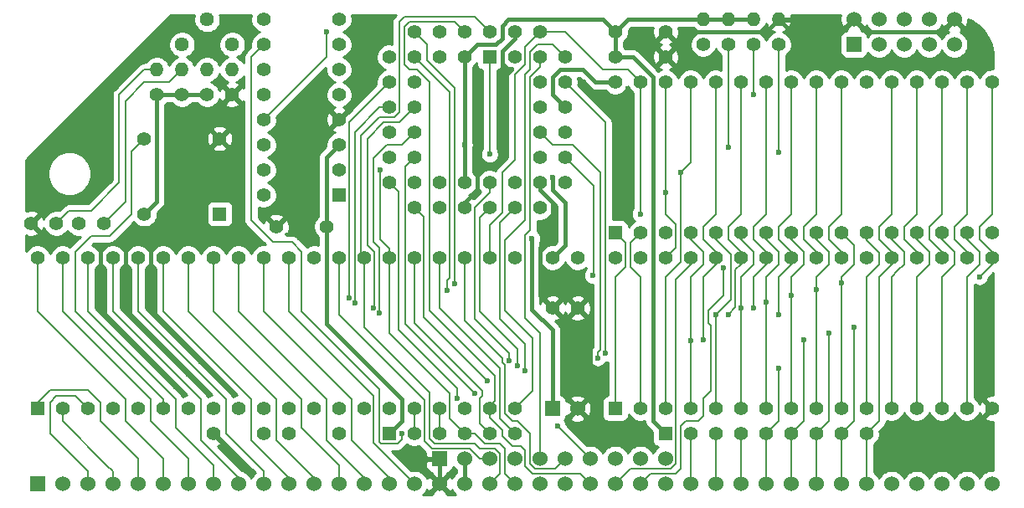
<source format=gbr>
G04 #@! TF.GenerationSoftware,KiCad,Pcbnew,(5.1.8)-1*
G04 #@! TF.CreationDate,2020-12-20T12:09:40-08:00*
G04 #@! TF.ProjectId,Z80_CPU_Memory,5a38305f-4350-4555-9f4d-656d6f72792e,rev?*
G04 #@! TF.SameCoordinates,Original*
G04 #@! TF.FileFunction,Copper,L2,Bot*
G04 #@! TF.FilePolarity,Positive*
%FSLAX46Y46*%
G04 Gerber Fmt 4.6, Leading zero omitted, Abs format (unit mm)*
G04 Created by KiCad (PCBNEW (5.1.8)-1) date 2020-12-20 12:09:40*
%MOMM*%
%LPD*%
G01*
G04 APERTURE LIST*
G04 #@! TA.AperFunction,ComponentPad*
%ADD10R,1.397000X1.397000*%
G04 #@! TD*
G04 #@! TA.AperFunction,ComponentPad*
%ADD11C,1.397000*%
G04 #@! TD*
G04 #@! TA.AperFunction,ComponentPad*
%ADD12R,1.524000X1.524000*%
G04 #@! TD*
G04 #@! TA.AperFunction,ComponentPad*
%ADD13C,1.524000*%
G04 #@! TD*
G04 #@! TA.AperFunction,ComponentPad*
%ADD14O,1.400000X1.400000*%
G04 #@! TD*
G04 #@! TA.AperFunction,ComponentPad*
%ADD15C,1.400000*%
G04 #@! TD*
G04 #@! TA.AperFunction,ComponentPad*
%ADD16C,1.440000*%
G04 #@! TD*
G04 #@! TA.AperFunction,ViaPad*
%ADD17C,0.600000*%
G04 #@! TD*
G04 #@! TA.AperFunction,Conductor*
%ADD18C,0.400000*%
G04 #@! TD*
G04 #@! TA.AperFunction,Conductor*
%ADD19C,0.200000*%
G04 #@! TD*
G04 #@! TA.AperFunction,Conductor*
%ADD20C,0.254000*%
G04 #@! TD*
G04 #@! TA.AperFunction,Conductor*
%ADD21C,0.100000*%
G04 #@! TD*
G04 APERTURE END LIST*
D10*
X127000000Y-119380000D03*
D11*
X129540000Y-119380000D03*
X132080000Y-119380000D03*
X134620000Y-119380000D03*
X137160000Y-119380000D03*
X139700000Y-119380000D03*
X142240000Y-119380000D03*
X144780000Y-119380000D03*
X147320000Y-119380000D03*
X149860000Y-119380000D03*
X152400000Y-119380000D03*
X154940000Y-119380000D03*
X157480000Y-119380000D03*
X160020000Y-119380000D03*
X162560000Y-119380000D03*
X165100000Y-119380000D03*
X167640000Y-119380000D03*
X170180000Y-119380000D03*
X172720000Y-119380000D03*
X175260000Y-119380000D03*
X175260000Y-104140000D03*
X172720000Y-104140000D03*
X170180000Y-104140000D03*
X167640000Y-104140000D03*
X165100000Y-104140000D03*
X162560000Y-104140000D03*
X160020000Y-104140000D03*
X157480000Y-104140000D03*
X154940000Y-104140000D03*
X152400000Y-104140000D03*
X149860000Y-104140000D03*
X147320000Y-104140000D03*
X144780000Y-104140000D03*
X142240000Y-104140000D03*
X139700000Y-104140000D03*
X137160000Y-104140000D03*
X134620000Y-104140000D03*
X132080000Y-104140000D03*
X129540000Y-104140000D03*
X127000000Y-104140000D03*
D10*
X157480000Y-97790000D03*
D11*
X157480000Y-95250000D03*
X157480000Y-92710000D03*
X157480000Y-90170000D03*
X157480000Y-87630000D03*
X157480000Y-85090000D03*
X157480000Y-82550000D03*
X157480000Y-80010000D03*
X149860000Y-80010000D03*
X149860000Y-82550000D03*
X149860000Y-85090000D03*
X149860000Y-87630000D03*
X149860000Y-90170000D03*
X149860000Y-92710000D03*
X149860000Y-95250000D03*
X149860000Y-97790000D03*
D10*
X185420000Y-119380000D03*
D11*
X187960000Y-119380000D03*
X190500000Y-119380000D03*
X193040000Y-119380000D03*
X195580000Y-119380000D03*
X198120000Y-119380000D03*
X200660000Y-119380000D03*
X203200000Y-119380000D03*
X205740000Y-119380000D03*
X208280000Y-119380000D03*
X210820000Y-119380000D03*
X213360000Y-119380000D03*
X215900000Y-119380000D03*
X218440000Y-119380000D03*
X220980000Y-119380000D03*
X223520000Y-119380000D03*
X223520000Y-104140000D03*
X220980000Y-104140000D03*
X218440000Y-104140000D03*
X215900000Y-104140000D03*
X213360000Y-104140000D03*
X210820000Y-104140000D03*
X208280000Y-104140000D03*
X205740000Y-104140000D03*
X203200000Y-104140000D03*
X200660000Y-104140000D03*
X198120000Y-104140000D03*
X195580000Y-104140000D03*
X193040000Y-104140000D03*
X190500000Y-104140000D03*
X187960000Y-104140000D03*
X185420000Y-104140000D03*
D10*
X145415000Y-99695000D03*
D11*
X145415000Y-92075000D03*
X137795000Y-92075000D03*
X137795000Y-99695000D03*
D12*
X167640000Y-124460000D03*
D13*
X170180000Y-124460000D03*
X172720000Y-124460000D03*
X175260000Y-124460000D03*
X177800000Y-124460000D03*
X180340000Y-124460000D03*
X182880000Y-124460000D03*
X185420000Y-124460000D03*
X187960000Y-124460000D03*
X190500000Y-124460000D03*
D12*
X209550000Y-82550000D03*
D13*
X209550000Y-80010000D03*
X212090000Y-82550000D03*
X212090000Y-80010000D03*
X214630000Y-82550000D03*
X214630000Y-80010000D03*
X217170000Y-82550000D03*
X217170000Y-80010000D03*
X219710000Y-82550000D03*
X219710000Y-80010000D03*
D12*
X127000000Y-127000000D03*
D13*
X129540000Y-127000000D03*
X132080000Y-127000000D03*
X134620000Y-127000000D03*
X137160000Y-127000000D03*
X139700000Y-127000000D03*
X142240000Y-127000000D03*
X144780000Y-127000000D03*
X147320000Y-127000000D03*
X149860000Y-127000000D03*
X152400000Y-127000000D03*
X154940000Y-127000000D03*
X157480000Y-127000000D03*
X160020000Y-127000000D03*
X162560000Y-127000000D03*
X165100000Y-127000000D03*
X167640000Y-127000000D03*
X170180000Y-127000000D03*
X172720000Y-127000000D03*
X175260000Y-127000000D03*
X177800000Y-127000000D03*
X180340000Y-127000000D03*
X182880000Y-127000000D03*
X185420000Y-127000000D03*
X187960000Y-127000000D03*
X190500000Y-127000000D03*
X193040000Y-127000000D03*
X195580000Y-127000000D03*
X198120000Y-127000000D03*
X200660000Y-127000000D03*
X203200000Y-127000000D03*
X205740000Y-127000000D03*
X208280000Y-127000000D03*
X210820000Y-127000000D03*
X213360000Y-127000000D03*
X215900000Y-127000000D03*
X218440000Y-127000000D03*
X220980000Y-127000000D03*
X223520000Y-127000000D03*
D11*
X152400000Y-121920000D03*
X157480000Y-121920000D03*
X190500000Y-83820000D03*
X185420000Y-83820000D03*
X181610000Y-104140000D03*
X181610000Y-109220000D03*
X179070000Y-109220000D03*
X179070000Y-104140000D03*
X156210000Y-100965000D03*
X151130000Y-100965000D03*
X185420000Y-81280000D03*
X190500000Y-81280000D03*
X149860000Y-121920000D03*
X144780000Y-121920000D03*
X128905000Y-100647500D03*
X126365000Y-100647500D03*
X131127500Y-100647500D03*
X133667500Y-100647500D03*
D10*
X190500000Y-121920000D03*
D11*
X193040000Y-121920000D03*
X195580000Y-121920000D03*
X198120000Y-121920000D03*
X200660000Y-121920000D03*
X203200000Y-121920000D03*
X205740000Y-121920000D03*
X208280000Y-121920000D03*
X210820000Y-121920000D03*
D10*
X162560000Y-121920000D03*
D11*
X165100000Y-121920000D03*
X167640000Y-121920000D03*
X170180000Y-121920000D03*
X172720000Y-121920000D03*
X175260000Y-121920000D03*
X185420000Y-86360000D03*
X187960000Y-86360000D03*
X190500000Y-86360000D03*
X193040000Y-86360000D03*
X195580000Y-86360000D03*
X198120000Y-86360000D03*
X200660000Y-86360000D03*
X203200000Y-86360000D03*
X205740000Y-86360000D03*
X208280000Y-86360000D03*
X210820000Y-86360000D03*
X213360000Y-86360000D03*
X215900000Y-86360000D03*
X218440000Y-86360000D03*
X220980000Y-86360000D03*
X223520000Y-86360000D03*
X223520000Y-101600000D03*
X220980000Y-101600000D03*
X218440000Y-101600000D03*
X215900000Y-101600000D03*
X213360000Y-101600000D03*
X210820000Y-101600000D03*
X208280000Y-101600000D03*
X205740000Y-101600000D03*
X203200000Y-101600000D03*
X200660000Y-101600000D03*
X198120000Y-101600000D03*
X195580000Y-101600000D03*
X193040000Y-101600000D03*
X190500000Y-101600000D03*
X187960000Y-101600000D03*
D10*
X185420000Y-101600000D03*
X172720000Y-83820000D03*
D11*
X170180000Y-81280000D03*
X170180000Y-83820000D03*
X167640000Y-81280000D03*
X167640000Y-83820000D03*
X165100000Y-81280000D03*
X162560000Y-83820000D03*
X165100000Y-83820000D03*
X162560000Y-86360000D03*
X165100000Y-86360000D03*
X162560000Y-88900000D03*
X165100000Y-88900000D03*
X162560000Y-91440000D03*
X165100000Y-91440000D03*
X162560000Y-93980000D03*
X165100000Y-93980000D03*
X162560000Y-96520000D03*
X165100000Y-99060000D03*
X165100000Y-96520000D03*
X167640000Y-99060000D03*
X167640000Y-96520000D03*
X170180000Y-99060000D03*
X170180000Y-96520000D03*
X172720000Y-99060000D03*
X172720000Y-96520000D03*
X175260000Y-99060000D03*
X175260000Y-96520000D03*
X177800000Y-99060000D03*
X180340000Y-96520000D03*
X177800000Y-96520000D03*
X180340000Y-93980000D03*
X177800000Y-93980000D03*
X180340000Y-91440000D03*
X177800000Y-91440000D03*
X180340000Y-88900000D03*
X177800000Y-88900000D03*
X180340000Y-86360000D03*
X177800000Y-86360000D03*
X180340000Y-83820000D03*
X177800000Y-81280000D03*
X177800000Y-83820000D03*
X175260000Y-81280000D03*
X175260000Y-83820000D03*
X172720000Y-81280000D03*
D12*
X179070000Y-119380000D03*
D13*
X181610000Y-119380000D03*
D14*
X139065000Y-85090000D03*
D15*
X139065000Y-87630000D03*
X141605000Y-87630000D03*
D14*
X141605000Y-85090000D03*
D15*
X201930000Y-82550000D03*
D14*
X201930000Y-80010000D03*
X199390000Y-80010000D03*
D15*
X199390000Y-82550000D03*
X196850000Y-82550000D03*
D14*
X196850000Y-80010000D03*
X194310000Y-80010000D03*
D15*
X194310000Y-82550000D03*
D14*
X146685000Y-85090000D03*
D15*
X146685000Y-87630000D03*
X144145000Y-87630000D03*
D14*
X144145000Y-85090000D03*
D16*
X141605000Y-82550000D03*
X144145000Y-80010000D03*
X146685000Y-82550000D03*
D17*
X176974496Y-102171500D03*
X173990000Y-86360000D03*
X171450000Y-86360000D03*
X179070004Y-100203003D03*
X140970000Y-117157500D03*
X133350000Y-102870000D03*
X142240000Y-115887500D03*
X135890000Y-102870000D03*
X143510000Y-114617500D03*
X138430000Y-102870000D03*
X174942500Y-85090000D03*
X182245000Y-86360000D03*
X185420000Y-88900000D03*
X186690000Y-86995000D03*
X187960000Y-99695000D03*
X170180000Y-92710000D03*
X179070000Y-96012000D03*
X183642000Y-114258000D03*
X184404000Y-113792000D03*
X194310000Y-112395000D03*
X193040000Y-112522000D03*
X201930000Y-109855000D03*
X199390000Y-109220000D03*
X196850000Y-109855000D03*
X195580000Y-109855000D03*
X161543992Y-109728000D03*
X198120000Y-109220000D03*
X160972500Y-109220000D03*
X200660000Y-108585000D03*
X159067500Y-108712000D03*
X203200000Y-107950000D03*
X158495996Y-108204000D03*
X205740000Y-107315000D03*
X168402000Y-107442000D03*
X208280000Y-106680000D03*
X169164018Y-106722010D03*
X183134000Y-105918000D03*
X161607500Y-95250000D03*
X172720000Y-93662500D03*
X196342000Y-105114000D03*
X171196000Y-117855992D03*
X169418000Y-118364000D03*
X172466000Y-116586000D03*
X222250000Y-106045000D03*
X175514000Y-115062000D03*
X201930000Y-115316000D03*
X204470000Y-112395000D03*
X174702001Y-114504001D03*
X207010000Y-111760000D03*
X176276000Y-115592338D03*
X209550000Y-111125000D03*
X179578004Y-121158000D03*
X163830000Y-121920000D03*
X190500000Y-97536000D03*
X192024000Y-95504000D03*
X156210000Y-81280000D03*
X201930000Y-93471994D03*
X199390000Y-87630000D03*
X196850000Y-92964000D03*
D18*
X179070000Y-119380000D02*
X179070000Y-111442500D01*
X179070000Y-111442500D02*
X176974496Y-109346996D01*
X176974496Y-109346996D02*
X176974496Y-102171500D01*
X200660000Y-81280000D02*
X201930000Y-80010000D01*
X193040000Y-81280000D02*
X200660000Y-81280000D01*
X201930000Y-80010000D02*
X203200000Y-81280000D01*
X203200000Y-81280000D02*
X208280000Y-81280000D01*
X208280000Y-81280000D02*
X209550000Y-80010000D01*
X209550000Y-80010000D02*
X210820000Y-81280000D01*
X218440000Y-81280000D02*
X219710000Y-80010000D01*
X210820000Y-81280000D02*
X218440000Y-81280000D01*
D19*
X195580000Y-99695000D02*
X195580000Y-86360000D01*
X194310000Y-100965000D02*
X195580000Y-99695000D01*
X194310000Y-102235000D02*
X194310000Y-100965000D01*
X195580000Y-103505000D02*
X194310000Y-102235000D01*
X195580000Y-104140000D02*
X195580000Y-103505000D01*
X130810000Y-118110000D02*
X132080000Y-119380000D01*
X128905000Y-118110000D02*
X130810000Y-118110000D01*
X128270000Y-118745000D02*
X128905000Y-118110000D01*
X195580000Y-104775000D02*
X194310000Y-106045000D01*
X195580000Y-104140000D02*
X195580000Y-104775000D01*
X132080000Y-127000000D02*
X132080000Y-125730000D01*
X132080000Y-125730000D02*
X128270000Y-121920000D01*
X128270000Y-121920000D02*
X128270000Y-118745000D01*
X193040000Y-102235000D02*
X193040000Y-101600000D01*
X194310000Y-103505000D02*
X193040000Y-102235000D01*
X193040000Y-106045000D02*
X194310000Y-104775000D01*
X194310000Y-104775000D02*
X194310000Y-103505000D01*
X193040000Y-119380000D02*
X193040000Y-114935000D01*
X133985000Y-125095000D02*
X129540000Y-120650000D01*
X129540000Y-120650000D02*
X129540000Y-119380000D01*
X133985000Y-125095000D02*
X134620000Y-125730000D01*
X134620000Y-127000000D02*
X134620000Y-125730000D01*
X203200000Y-99695000D02*
X203200000Y-86360000D01*
X201930000Y-100965000D02*
X203200000Y-99695000D01*
X201930000Y-102235000D02*
X201930000Y-100965000D01*
X203200000Y-103505000D02*
X201930000Y-102235000D01*
X203200000Y-104140000D02*
X203200000Y-103505000D01*
X208280000Y-104140000D02*
X208280000Y-103505000D01*
X208280000Y-103505000D02*
X207010000Y-102235000D01*
X207010000Y-102235000D02*
X207010000Y-100965000D01*
X208280000Y-99695000D02*
X208280000Y-86360000D01*
X207010000Y-100965000D02*
X208280000Y-99695000D01*
X200660000Y-104140000D02*
X200660000Y-103505000D01*
X200660000Y-103505000D02*
X199390000Y-102235000D01*
X199390000Y-102235000D02*
X199390000Y-100965000D01*
X199390000Y-100965000D02*
X200660000Y-99695000D01*
X200660000Y-99695000D02*
X200660000Y-86360000D01*
X199390000Y-106045000D02*
X200660000Y-104775000D01*
X200660000Y-104775000D02*
X200660000Y-104140000D01*
X198120000Y-104140000D02*
X198120000Y-103505000D01*
X198120000Y-103505000D02*
X196850000Y-102235000D01*
X196850000Y-102235000D02*
X196850000Y-100965000D01*
X196850000Y-100965000D02*
X198120000Y-99695000D01*
X198120000Y-99695000D02*
X198120000Y-86360000D01*
X195580000Y-119380000D02*
X195580000Y-111760000D01*
D18*
X190500000Y-81280000D02*
X191770000Y-82550000D01*
X191770000Y-82550000D02*
X190500000Y-83820000D01*
X193040000Y-81280000D02*
X191770000Y-82550000D01*
X179070000Y-109220000D02*
X180340000Y-107950000D01*
X180340000Y-107950000D02*
X181610000Y-109220000D01*
X182880000Y-110490000D02*
X181610000Y-109220000D01*
X182880000Y-118110000D02*
X182880000Y-110490000D01*
X181610000Y-119380000D02*
X182880000Y-118110000D01*
X153670000Y-98425000D02*
X153670000Y-93980000D01*
X151130000Y-100965000D02*
X153670000Y-98425000D01*
X167640000Y-127000000D02*
X167640000Y-124460000D01*
X175260000Y-81915000D02*
X175260000Y-81280000D01*
X173990000Y-83185000D02*
X175260000Y-81915000D01*
X173990000Y-86360000D02*
X173990000Y-83185000D01*
X156210000Y-91440000D02*
X157480000Y-90170000D01*
X153670000Y-93980000D02*
X156210000Y-91440000D01*
X146685000Y-90170000D02*
X146685000Y-90805000D01*
X145415000Y-92075000D02*
X146685000Y-90805000D01*
X145732500Y-88582500D02*
X145732500Y-89217500D01*
X145732500Y-89217500D02*
X146685000Y-90170000D01*
X146685000Y-87630000D02*
X145732500Y-88582500D01*
X171450000Y-97282000D02*
X171450000Y-86360000D01*
X170180000Y-98552000D02*
X171450000Y-97282000D01*
X170180000Y-99060000D02*
X170180000Y-98552000D01*
X179070004Y-98552004D02*
X179070004Y-100203003D01*
X177800000Y-97282000D02*
X179070004Y-98552004D01*
X177800000Y-96520000D02*
X177800000Y-97282000D01*
X179070004Y-101853996D02*
X179070004Y-100203003D01*
X177800000Y-103124000D02*
X179070004Y-101853996D01*
X177800000Y-107950000D02*
X177800000Y-103124000D01*
X179070000Y-109220000D02*
X177800000Y-107950000D01*
X140970000Y-117157500D02*
X133350000Y-109537500D01*
X133350000Y-109537500D02*
X133350000Y-104140000D01*
X133350000Y-104140000D02*
X133350000Y-102870000D01*
X135890000Y-109220000D02*
X135890000Y-102870000D01*
X135890000Y-109537500D02*
X135890000Y-109220000D01*
X142240000Y-115887500D02*
X135890000Y-109537500D01*
X138430000Y-109537500D02*
X138430000Y-102870000D01*
X143510000Y-114617500D02*
X138430000Y-109537500D01*
X173990000Y-86042500D02*
X174942500Y-85090000D01*
X173990000Y-86360000D02*
X173990000Y-86042500D01*
X184785000Y-88900000D02*
X185420000Y-88900000D01*
X182245000Y-86360000D02*
X184785000Y-88900000D01*
X185420000Y-88900000D02*
X186690000Y-87630000D01*
X186690000Y-87630000D02*
X186690000Y-86995000D01*
D19*
X198120000Y-106045000D02*
X199390000Y-104775000D01*
X199390000Y-104775000D02*
X199390000Y-103505000D01*
X198120000Y-102235000D02*
X198120000Y-101600000D01*
X199390000Y-103505000D02*
X198120000Y-102235000D01*
X198120000Y-119380000D02*
X198120000Y-111125000D01*
X200660000Y-102235000D02*
X200660000Y-101600000D01*
X201930000Y-103505000D02*
X200660000Y-102235000D01*
X201930000Y-104775000D02*
X201930000Y-103505000D01*
X200660000Y-106045000D02*
X201930000Y-104775000D01*
X200660000Y-119380000D02*
X200660000Y-110490000D01*
X203200000Y-102235000D02*
X203200000Y-101600000D01*
X204470000Y-103505000D02*
X203200000Y-102235000D01*
X204470000Y-104775000D02*
X204470000Y-103505000D01*
X203200000Y-106045000D02*
X204470000Y-104775000D01*
X203200000Y-119380000D02*
X203200000Y-109855000D01*
X205740000Y-102235000D02*
X205740000Y-101600000D01*
X207010000Y-103505000D02*
X205740000Y-102235000D01*
X207010000Y-104775000D02*
X207010000Y-103505000D01*
X205740000Y-106045000D02*
X207010000Y-104775000D01*
X205740000Y-119380000D02*
X205740000Y-109220000D01*
X213360000Y-102235000D02*
X213360000Y-101600000D01*
X214630000Y-103505000D02*
X213360000Y-102235000D01*
X214630000Y-104775000D02*
X214630000Y-103505000D01*
X213360000Y-107315000D02*
X213360000Y-106045000D01*
X213360000Y-119380000D02*
X213360000Y-107315000D01*
X165100000Y-121920000D02*
X165100000Y-119380000D01*
X187960000Y-86360000D02*
X187960000Y-99695000D01*
X205740000Y-104140000D02*
X205740000Y-103505000D01*
X205740000Y-103505000D02*
X204470000Y-102235000D01*
X204470000Y-102235000D02*
X204470000Y-100965000D01*
X204470000Y-100965000D02*
X205740000Y-99695000D01*
X205740000Y-99695000D02*
X205740000Y-86360000D01*
X193040000Y-127000000D02*
X193040000Y-121920000D01*
X215900000Y-102235000D02*
X215900000Y-101600000D01*
X217170000Y-103505000D02*
X215900000Y-102235000D01*
X217170000Y-104775000D02*
X217170000Y-103505000D01*
X215900000Y-106045000D02*
X217170000Y-104775000D01*
X195580000Y-127000000D02*
X195580000Y-121920000D01*
X218440000Y-101600000D02*
X218440000Y-100965000D01*
X218440000Y-102235000D02*
X218440000Y-101600000D01*
X219710000Y-103505000D02*
X218440000Y-102235000D01*
X219710000Y-104775000D02*
X219710000Y-103505000D01*
X218440000Y-106045000D02*
X219710000Y-104775000D01*
X218440000Y-119380000D02*
X218440000Y-106045000D01*
X198120000Y-127000000D02*
X198120000Y-121920000D01*
X220980000Y-101600000D02*
X220980000Y-100965000D01*
X222250000Y-103505000D02*
X220980000Y-102235000D01*
X222250000Y-104775000D02*
X222250000Y-103505000D01*
X220980000Y-106045000D02*
X222250000Y-104775000D01*
X220980000Y-102235000D02*
X220980000Y-101600000D01*
X220980000Y-119380000D02*
X220980000Y-106045000D01*
X200660000Y-127000000D02*
X200660000Y-121920000D01*
X223520000Y-99695000D02*
X223520000Y-85725000D01*
X222250000Y-100965000D02*
X223520000Y-99695000D01*
X223520000Y-103505000D02*
X222250000Y-102235000D01*
X222250000Y-102235000D02*
X222250000Y-100965000D01*
X223520000Y-104140000D02*
X223520000Y-103505000D01*
X203200000Y-127000000D02*
X203200000Y-121920000D01*
X220980000Y-99695000D02*
X220980000Y-85725000D01*
X219710000Y-100965000D02*
X220980000Y-99695000D01*
X219710000Y-102235000D02*
X219710000Y-100965000D01*
X220980000Y-103505000D02*
X219710000Y-102235000D01*
X220980000Y-104140000D02*
X220980000Y-103505000D01*
X205740000Y-127000000D02*
X205740000Y-121920000D01*
X218440000Y-99695000D02*
X218440000Y-85725000D01*
X217170000Y-102235000D02*
X217170000Y-100965000D01*
X218440000Y-103505000D02*
X217170000Y-102235000D01*
X217170000Y-100965000D02*
X218440000Y-99695000D01*
X218440000Y-104140000D02*
X218440000Y-103505000D01*
X205740000Y-121920000D02*
X207010000Y-120650000D01*
X208280000Y-127000000D02*
X208280000Y-121920000D01*
X215900000Y-104140000D02*
X215900000Y-103505000D01*
X215900000Y-103505000D02*
X214630000Y-102235000D01*
X214630000Y-102235000D02*
X214630000Y-100965000D01*
X214630000Y-100965000D02*
X215900000Y-99695000D01*
X215900000Y-99695000D02*
X215900000Y-86360000D01*
X210820000Y-127000000D02*
X210820000Y-121920000D01*
X213360000Y-104775000D02*
X213360000Y-104140000D01*
X212090000Y-106045000D02*
X213360000Y-104775000D01*
X210820000Y-121920000D02*
X212090000Y-120650000D01*
X213360000Y-99695000D02*
X213360000Y-86360000D01*
X212090000Y-100965000D02*
X213360000Y-99695000D01*
X212090000Y-102235000D02*
X212090000Y-100965000D01*
X213360000Y-103505000D02*
X212090000Y-102235000D01*
X213360000Y-104140000D02*
X213360000Y-103505000D01*
X167640000Y-121920000D02*
X167640000Y-119380000D01*
X190500000Y-99695000D02*
X190500000Y-86360000D01*
D18*
X137795000Y-99695000D02*
X139065000Y-98425000D01*
X139065000Y-98425000D02*
X139065000Y-87630000D01*
X139065000Y-87630000D02*
X141605000Y-87630000D01*
X141605000Y-87630000D02*
X144145000Y-87630000D01*
X185420000Y-81280000D02*
X185420000Y-83820000D01*
X156210000Y-93980000D02*
X157480000Y-92710000D01*
X156210000Y-100965000D02*
X156210000Y-93980000D01*
X170180000Y-127000000D02*
X170180000Y-124460000D01*
X184150000Y-80010000D02*
X185420000Y-81280000D01*
X173990000Y-80645000D02*
X174625000Y-80010000D01*
X173990000Y-81915000D02*
X173990000Y-80645000D01*
X173355000Y-82550000D02*
X173990000Y-81915000D01*
X171450000Y-82550000D02*
X173355000Y-82550000D01*
X174625000Y-80010000D02*
X184150000Y-80010000D01*
X170180000Y-83820000D02*
X171450000Y-82550000D01*
X185420000Y-81280000D02*
X186690000Y-80010000D01*
X186690000Y-80010000D02*
X194310000Y-80010000D01*
X194310000Y-80010000D02*
X196850000Y-80010000D01*
X196850000Y-80010000D02*
X199390000Y-80010000D01*
X187198000Y-83820000D02*
X185420000Y-83820000D01*
X189230000Y-85852000D02*
X187198000Y-83820000D01*
X189230000Y-120650000D02*
X189230000Y-85852000D01*
X190500000Y-121920000D02*
X189230000Y-120650000D01*
X180340000Y-88900000D02*
X179070000Y-87630000D01*
X179070000Y-87630000D02*
X179070000Y-85852000D01*
X179070000Y-85852000D02*
X179832000Y-85090000D01*
X179832000Y-85090000D02*
X182118000Y-85090000D01*
X183388000Y-86360000D02*
X185420000Y-86360000D01*
X182118000Y-85090000D02*
X183388000Y-86360000D01*
X170180000Y-92710000D02*
X170180000Y-96520000D01*
X170180000Y-83820000D02*
X170180000Y-92710000D01*
X179070000Y-104140000D02*
X180340000Y-102870000D01*
X180340000Y-102870000D02*
X180340000Y-98552000D01*
X179070000Y-97282000D02*
X179070000Y-96012000D01*
X180340000Y-98552000D02*
X179070000Y-97282000D01*
X156210000Y-110807500D02*
X156210000Y-100965000D01*
X163830000Y-118427500D02*
X156210000Y-110807500D01*
X163830000Y-120650000D02*
X163830000Y-118427500D01*
X162560000Y-121920000D02*
X163830000Y-120650000D01*
D19*
X137795000Y-85090000D02*
X139065000Y-85090000D01*
X135255000Y-87630000D02*
X137795000Y-85090000D01*
X135255000Y-96520000D02*
X135255000Y-87630000D01*
X132397500Y-99377500D02*
X135255000Y-96520000D01*
X130175000Y-99377500D02*
X132397500Y-99377500D01*
X128905000Y-100647500D02*
X130175000Y-99377500D01*
X183642000Y-113665000D02*
X183642000Y-114258000D01*
X183896000Y-113411000D02*
X183642000Y-113665000D01*
X183896000Y-95504000D02*
X183896000Y-113411000D01*
X181102000Y-92710000D02*
X183896000Y-95504000D01*
X179070000Y-92710000D02*
X181102000Y-92710000D01*
X177800000Y-91440000D02*
X179070000Y-92710000D01*
X184404000Y-90424000D02*
X180340000Y-86360000D01*
X184404000Y-113792000D02*
X184404000Y-90424000D01*
X194310000Y-106045000D02*
X194310000Y-112395000D01*
X193040000Y-114935000D02*
X193040000Y-113030000D01*
X193040000Y-112712500D02*
X193040000Y-106045000D01*
X193040000Y-113030000D02*
X193040000Y-112712500D01*
X133350000Y-118745000D02*
X132080000Y-117475000D01*
X137160000Y-127000000D02*
X137160000Y-124460000D01*
X133350000Y-120650000D02*
X133350000Y-118745000D01*
X127000000Y-118745000D02*
X127000000Y-119380000D01*
X137160000Y-124460000D02*
X133350000Y-120650000D01*
X132080000Y-117475000D02*
X128270000Y-117475000D01*
X128270000Y-117475000D02*
X127000000Y-118745000D01*
X201930000Y-106045000D02*
X201930000Y-109855000D01*
X203200000Y-104775000D02*
X201930000Y-106045000D01*
X203200000Y-104140000D02*
X203200000Y-104775000D01*
X127000000Y-109537500D02*
X127000000Y-104140000D01*
X139700000Y-124460000D02*
X135890000Y-120650000D01*
X135890000Y-118427500D02*
X127000000Y-109537500D01*
X135890000Y-120650000D02*
X135890000Y-118427500D01*
X139700000Y-127000000D02*
X139700000Y-124460000D01*
X199390000Y-109220000D02*
X199390000Y-106045000D01*
X129540000Y-109537500D02*
X129540000Y-104140000D01*
X138430000Y-118427500D02*
X129540000Y-109537500D01*
X138430000Y-120650000D02*
X138430000Y-118427500D01*
X142240000Y-124460000D02*
X138430000Y-120650000D01*
X142240000Y-127000000D02*
X142240000Y-124460000D01*
X198120000Y-104775000D02*
X198120000Y-104140000D01*
X197548500Y-109156500D02*
X196850000Y-109855000D01*
X197548500Y-105346500D02*
X197548500Y-109156500D01*
X197548500Y-105346500D02*
X198120000Y-104775000D01*
X140970000Y-118427500D02*
X132080000Y-109537500D01*
X140970000Y-121285000D02*
X140970000Y-118427500D01*
X132080000Y-109537500D02*
X132080000Y-104140000D01*
X144780000Y-125095000D02*
X140970000Y-121285000D01*
X144780000Y-127000000D02*
X144780000Y-125095000D01*
X195580000Y-111760000D02*
X195580000Y-109855000D01*
X195580000Y-102235000D02*
X195580000Y-101600000D01*
X197104000Y-103759000D02*
X195580000Y-102235000D01*
X197104000Y-108331000D02*
X195580000Y-109855000D01*
X197104000Y-103759000D02*
X197104000Y-108331000D01*
X134620000Y-109537500D02*
X134620000Y-104140000D01*
X143510000Y-118427500D02*
X134620000Y-109537500D01*
X143510000Y-122555000D02*
X143510000Y-118427500D01*
X147320000Y-126365000D02*
X143510000Y-122555000D01*
X147320000Y-127000000D02*
X147320000Y-126365000D01*
X161543992Y-103123992D02*
X161543992Y-109728000D01*
X160972500Y-102552500D02*
X161543992Y-103123992D01*
X160972500Y-94043500D02*
X160972500Y-102552500D01*
X162306000Y-92710000D02*
X160972500Y-94043500D01*
X163830000Y-92710000D02*
X162306000Y-92710000D01*
X165100000Y-91440000D02*
X163830000Y-92710000D01*
X198120000Y-109220000D02*
X198120000Y-106045000D01*
X198120000Y-111125000D02*
X198120000Y-109220000D01*
X146050000Y-118427500D02*
X137160000Y-109537500D01*
X146050000Y-121920000D02*
X146050000Y-118427500D01*
X137160000Y-109537500D02*
X137160000Y-104140000D01*
X149860000Y-125730000D02*
X146050000Y-121920000D01*
X149860000Y-127000000D02*
X149860000Y-125730000D01*
X161036000Y-109156500D02*
X160972500Y-109220000D01*
X160337500Y-102870000D02*
X161036000Y-103568500D01*
X161036000Y-103568500D02*
X161036000Y-109156500D01*
X160337500Y-92075000D02*
X160337500Y-102870000D01*
X161988500Y-90424000D02*
X160337500Y-92075000D01*
X163576000Y-90424000D02*
X161988500Y-90424000D01*
X165100000Y-88900000D02*
X163576000Y-90424000D01*
X200660000Y-108585000D02*
X200660000Y-106045000D01*
X200660000Y-110490000D02*
X200660000Y-108585000D01*
X162560000Y-88900000D02*
X161572172Y-88900000D01*
X161572172Y-88900000D02*
X159067500Y-91404672D01*
X159067500Y-91404672D02*
X159067500Y-108712000D01*
X139700000Y-109537500D02*
X139700000Y-104140000D01*
X148590000Y-118427500D02*
X139700000Y-109537500D01*
X148590000Y-122555000D02*
X148590000Y-118427500D01*
X152400000Y-126365000D02*
X148590000Y-122555000D01*
X152400000Y-127000000D02*
X152400000Y-126365000D01*
X203200000Y-107950000D02*
X203200000Y-106045000D01*
X203200000Y-109855000D02*
X203200000Y-107950000D01*
X162560000Y-86360000D02*
X158495996Y-90424004D01*
X158495996Y-90424004D02*
X158495996Y-108204000D01*
X142240000Y-109537500D02*
X142240000Y-104140000D01*
X151130000Y-118427500D02*
X142240000Y-109537500D01*
X151130000Y-122555000D02*
X151130000Y-118427500D01*
X154940000Y-126365000D02*
X151130000Y-122555000D01*
X154940000Y-127000000D02*
X154940000Y-126365000D01*
X205740000Y-107315000D02*
X205740000Y-106045000D01*
X205740000Y-109220000D02*
X205740000Y-107315000D01*
X165100000Y-83820000D02*
X168656000Y-87376000D01*
X168656000Y-87376000D02*
X168656000Y-106172000D01*
X168656000Y-106172000D02*
X168402000Y-106426000D01*
X168402000Y-106426000D02*
X168402000Y-107442000D01*
X144780000Y-109537500D02*
X144780000Y-104140000D01*
X153670000Y-118427500D02*
X144780000Y-109537500D01*
X153670000Y-121285000D02*
X153670000Y-118427500D01*
X157480000Y-125095000D02*
X153670000Y-121285000D01*
X157480000Y-127000000D02*
X157480000Y-125095000D01*
X208280000Y-119380000D02*
X208280000Y-106680000D01*
X165100000Y-81280000D02*
X166370000Y-82550000D01*
X169164018Y-86931518D02*
X169164018Y-106722010D01*
X166370000Y-82550000D02*
X166370000Y-84137500D01*
X166370000Y-84137500D02*
X169164018Y-86931518D01*
X147320000Y-109537500D02*
X147320000Y-104140000D01*
X156210000Y-118427500D02*
X147320000Y-109537500D01*
X156210000Y-122555000D02*
X156210000Y-118427500D01*
X160020000Y-126365000D02*
X156210000Y-122555000D01*
X160020000Y-127000000D02*
X160020000Y-126365000D01*
X209550000Y-102870000D02*
X208280000Y-101600000D01*
X209550000Y-104775000D02*
X209550000Y-102870000D01*
X208280000Y-106045000D02*
X209550000Y-104775000D01*
X208280000Y-106680000D02*
X208280000Y-106045000D01*
X210820000Y-102362000D02*
X210820000Y-101600000D01*
X212090000Y-104775000D02*
X212090000Y-103632000D01*
X212090000Y-103632000D02*
X210820000Y-102362000D01*
X210820000Y-106045000D02*
X212090000Y-104775000D01*
X210820000Y-119380000D02*
X210820000Y-106045000D01*
X149860000Y-109537500D02*
X149860000Y-104140000D01*
X158750000Y-118427500D02*
X149860000Y-109537500D01*
X158750000Y-122555000D02*
X158750000Y-118427500D01*
X162560000Y-126365000D02*
X158750000Y-122555000D01*
X162560000Y-127000000D02*
X162560000Y-126365000D01*
X183134000Y-96774000D02*
X180340000Y-93980000D01*
X183197500Y-96837500D02*
X183134000Y-96774000D01*
X183197500Y-105854500D02*
X183197500Y-96837500D01*
X183134000Y-105918000D02*
X183197500Y-105854500D01*
X213995000Y-105410000D02*
X214630000Y-104775000D01*
X213360000Y-106045000D02*
X213995000Y-105410000D01*
X152400000Y-109537500D02*
X152400000Y-104140000D01*
X160972500Y-118110000D02*
X152400000Y-109537500D01*
X160972500Y-122872500D02*
X160972500Y-118110000D01*
X165100000Y-127000000D02*
X160972500Y-122872500D01*
X166624000Y-117729000D02*
X160020000Y-111125000D01*
X171196000Y-122936000D02*
X167132000Y-122936000D01*
X171704000Y-123444000D02*
X171196000Y-122936000D01*
X160020000Y-110236000D02*
X160020000Y-104140000D01*
X173228000Y-123444000D02*
X171704000Y-123444000D01*
X173732001Y-123948001D02*
X173228000Y-123444000D01*
X166624000Y-122428000D02*
X166624000Y-117729000D01*
X167132000Y-122936000D02*
X166624000Y-122428000D01*
X173732001Y-124710001D02*
X173732001Y-123948001D01*
X160020000Y-111125000D02*
X160020000Y-110236000D01*
X173736000Y-124714000D02*
X173732001Y-124710001D01*
X173736000Y-125984000D02*
X173736000Y-124714000D01*
X172720000Y-127000000D02*
X173736000Y-125984000D01*
X171196000Y-79756000D02*
X172720000Y-81280000D01*
X164084000Y-79756000D02*
X171196000Y-79756000D01*
X163576000Y-89408000D02*
X163576000Y-80264000D01*
X163068000Y-89916000D02*
X163576000Y-89408000D01*
X161544000Y-89916000D02*
X163068000Y-89916000D01*
X159702500Y-91757500D02*
X161544000Y-89916000D01*
X159702500Y-103822500D02*
X159702500Y-91757500D01*
X163576000Y-80264000D02*
X164084000Y-79756000D01*
X160020000Y-104140000D02*
X159702500Y-103822500D01*
X162560000Y-104140000D02*
X162560000Y-103187500D01*
X162560000Y-103187500D02*
X161607500Y-102235000D01*
X161607500Y-102235000D02*
X161607500Y-95250000D01*
X172720000Y-93662500D02*
X172720000Y-83820000D01*
X172180250Y-122936000D02*
X171164250Y-121920000D01*
X171164250Y-121920000D02*
X170180000Y-121920000D01*
X173736000Y-122936000D02*
X172180250Y-122936000D01*
X174244000Y-123444000D02*
X173736000Y-122936000D01*
X174244000Y-125984000D02*
X174244000Y-123444000D01*
X175260000Y-127000000D02*
X174244000Y-125984000D01*
X162560000Y-111760000D02*
X162560000Y-104140000D01*
X168656000Y-117856000D02*
X162560000Y-111760000D01*
X168656000Y-120396000D02*
X168656000Y-117856000D01*
X170180000Y-121920000D02*
X168656000Y-120396000D01*
X136525000Y-93345000D02*
X137795000Y-92075000D01*
X136525000Y-99695000D02*
X136525000Y-93345000D01*
X134302500Y-101917500D02*
X136525000Y-99695000D01*
X132397500Y-101917500D02*
X134302500Y-101917500D01*
X130810000Y-103505000D02*
X132397500Y-101917500D01*
X139700000Y-118427500D02*
X130810000Y-109537500D01*
X130810000Y-109537500D02*
X130810000Y-103505000D01*
X139700000Y-119380000D02*
X139700000Y-118427500D01*
X172720000Y-120332500D02*
X172720000Y-119380000D01*
X173990000Y-122174000D02*
X173990000Y-121602500D01*
X175006000Y-123190000D02*
X173990000Y-122174000D01*
X175895000Y-123190000D02*
X175006000Y-123190000D01*
X176276000Y-123571000D02*
X175895000Y-123190000D01*
X176276000Y-125222000D02*
X176276000Y-123571000D01*
X173990000Y-121602500D02*
X172720000Y-120332500D01*
X177038000Y-125984000D02*
X176276000Y-125222000D01*
X181864000Y-125984000D02*
X177038000Y-125984000D01*
X182880000Y-127000000D02*
X181864000Y-125984000D01*
X172720000Y-119126000D02*
X172720000Y-119380000D01*
X166624000Y-109474000D02*
X173228000Y-116078000D01*
X173228000Y-116078000D02*
X173228000Y-118618000D01*
X166624000Y-86360000D02*
X166624000Y-109474000D01*
X165354000Y-85090000D02*
X166624000Y-86360000D01*
X164084000Y-84582000D02*
X164592000Y-85090000D01*
X164592000Y-85090000D02*
X165354000Y-85090000D01*
X164084000Y-80772000D02*
X164084000Y-84582000D01*
X164592000Y-80264000D02*
X164084000Y-80772000D01*
X169164000Y-80264000D02*
X164592000Y-80264000D01*
X173228000Y-118618000D02*
X172720000Y-119126000D01*
X170180000Y-81280000D02*
X169164000Y-80264000D01*
X186690000Y-85090000D02*
X187960000Y-86360000D01*
X184150000Y-85090000D02*
X186690000Y-85090000D01*
X180340000Y-81280000D02*
X184150000Y-85090000D01*
X177800000Y-81280000D02*
X180340000Y-81280000D01*
X172720000Y-100838000D02*
X172720000Y-104140000D01*
X173990000Y-95504000D02*
X173990000Y-99568000D01*
X175260000Y-85598000D02*
X175260000Y-94234000D01*
X173990000Y-99568000D02*
X172720000Y-100838000D01*
X176276000Y-84582000D02*
X175260000Y-85598000D01*
X176276000Y-82804000D02*
X176276000Y-84582000D01*
X175260000Y-94234000D02*
X173990000Y-95504000D01*
X177800000Y-81280000D02*
X176276000Y-82804000D01*
X193040000Y-104775000D02*
X193040000Y-104140000D01*
X191516000Y-106299000D02*
X193040000Y-104775000D01*
X191516000Y-124968000D02*
X191516000Y-106299000D01*
X191008000Y-125476000D02*
X191516000Y-124968000D01*
X186944000Y-125476000D02*
X191008000Y-125476000D01*
X185420000Y-127000000D02*
X186944000Y-125476000D01*
X196342000Y-107950000D02*
X196342000Y-105114000D01*
X188976000Y-125984000D02*
X191516000Y-125984000D01*
X187960000Y-127000000D02*
X188976000Y-125984000D01*
X191516000Y-125984000D02*
X192024000Y-125476000D01*
X192024000Y-125476000D02*
X192024000Y-121158000D01*
X192024000Y-121158000D02*
X192532000Y-120650000D01*
X194310000Y-120142000D02*
X194310000Y-118364000D01*
X192532000Y-120650000D02*
X193802000Y-120650000D01*
X194310000Y-118364000D02*
X195072000Y-117602000D01*
X193802000Y-120650000D02*
X194310000Y-120142000D01*
X195072000Y-110998000D02*
X194818000Y-110744000D01*
X195072000Y-117602000D02*
X195072000Y-110998000D01*
X194818000Y-110744000D02*
X194818000Y-109474000D01*
X194818000Y-109474000D02*
X196342000Y-107950000D01*
X177546000Y-82550000D02*
X179070000Y-82550000D01*
X176784000Y-83312000D02*
X177546000Y-82550000D01*
X176784000Y-85090000D02*
X176784000Y-83312000D01*
X174244000Y-109474000D02*
X174244000Y-102362000D01*
X177038000Y-112268000D02*
X174244000Y-109474000D01*
X176276000Y-85598000D02*
X176784000Y-85090000D01*
X174244000Y-102362000D02*
X176276000Y-100330000D01*
X177038000Y-117602000D02*
X177038000Y-112268000D01*
X179070000Y-82550000D02*
X180340000Y-83820000D01*
X176276000Y-100330000D02*
X176276000Y-85598000D01*
X175260000Y-119380000D02*
X177038000Y-117602000D01*
X215900000Y-117411500D02*
X215900000Y-106045000D01*
X215900000Y-119380000D02*
X215900000Y-117411500D01*
X171195992Y-117855992D02*
X171196000Y-117855992D01*
X164147500Y-110807500D02*
X171195992Y-117855992D01*
X164147500Y-94932500D02*
X164147500Y-110807500D01*
X165100000Y-93980000D02*
X164147500Y-94932500D01*
X169418000Y-117348000D02*
X169418000Y-118364000D01*
X163512500Y-111442500D02*
X169418000Y-117348000D01*
X163512500Y-97472500D02*
X163512500Y-111442500D01*
X162560000Y-96520000D02*
X163512500Y-97472500D01*
X166048501Y-110168501D02*
X172466000Y-116586000D01*
X166048501Y-100008501D02*
X166048501Y-110168501D01*
X165100000Y-99060000D02*
X166048501Y-100008501D01*
X223520000Y-104775000D02*
X223520000Y-104140000D01*
X222250000Y-106045000D02*
X223520000Y-104775000D01*
X200660000Y-121920000D02*
X201930000Y-120650000D01*
X201930000Y-120650000D02*
X201930000Y-115316000D01*
X171704000Y-109537500D02*
X175514000Y-113347500D01*
X171704000Y-100076000D02*
X171704000Y-109537500D01*
X175514000Y-113347500D02*
X175514000Y-115062000D01*
X172720000Y-99060000D02*
X171704000Y-100076000D01*
X203200000Y-121920000D02*
X204470000Y-120650000D01*
X204470000Y-120650000D02*
X204470000Y-112395000D01*
X174702001Y-113805501D02*
X174702001Y-114504001D01*
X171196000Y-110299500D02*
X174702001Y-113805501D01*
X172720000Y-97536000D02*
X171196000Y-99060000D01*
X171196000Y-99060000D02*
X171196000Y-110299500D01*
X172720000Y-96520000D02*
X172720000Y-97536000D01*
X207010000Y-120650000D02*
X207010000Y-116205000D01*
X207010000Y-116205000D02*
X207010000Y-113665000D01*
X207010000Y-113665000D02*
X207010000Y-111760000D01*
X176276000Y-112839500D02*
X176276000Y-115592338D01*
X173736000Y-110299500D02*
X176276000Y-112839500D01*
X173736000Y-100584000D02*
X173736000Y-110299500D01*
X175260000Y-99060000D02*
X173736000Y-100584000D01*
X208280000Y-121920000D02*
X209550000Y-120650000D01*
X209550000Y-120650000D02*
X209550000Y-114300000D01*
X209550000Y-114300000D02*
X209550000Y-111125000D01*
X212090000Y-116840000D02*
X212090000Y-106045000D01*
X212090000Y-120650000D02*
X212090000Y-116840000D01*
X157480000Y-109855000D02*
X157480000Y-104140000D01*
X166116000Y-118491000D02*
X157480000Y-109855000D01*
X166878000Y-123444000D02*
X166116000Y-122682000D01*
X170688000Y-123444000D02*
X166878000Y-123444000D01*
X171704000Y-124460000D02*
X170688000Y-123444000D01*
X166116000Y-122682000D02*
X166116000Y-118491000D01*
X172720000Y-124460000D02*
X171704000Y-124460000D01*
X170180000Y-110490000D02*
X170180000Y-104140000D01*
X173990000Y-114300000D02*
X170180000Y-110490000D01*
X173990000Y-114681000D02*
X173990000Y-114300000D01*
X175006000Y-120650000D02*
X174244000Y-119888000D01*
X174244000Y-119888000D02*
X174244000Y-114935000D01*
X175514000Y-120650000D02*
X175006000Y-120650000D01*
X174244000Y-114935000D02*
X173990000Y-114681000D01*
X176787999Y-124975998D02*
X176787999Y-121923999D01*
X176787999Y-121923999D02*
X175514000Y-120650000D01*
X177288001Y-125476000D02*
X176787999Y-124975998D01*
X179324000Y-125476000D02*
X177288001Y-125476000D01*
X180340000Y-124460000D02*
X179324000Y-125476000D01*
X182880000Y-124460000D02*
X179578004Y-121158006D01*
X179578004Y-121158006D02*
X179578004Y-121158000D01*
X165100000Y-110744000D02*
X165100000Y-104140000D01*
X171958000Y-117602000D02*
X165100000Y-110744000D01*
X171704000Y-120904000D02*
X171704000Y-118364000D01*
X171958000Y-118110000D02*
X171958000Y-117602000D01*
X171704000Y-118364000D02*
X171958000Y-118110000D01*
X172720000Y-121920000D02*
X171704000Y-120904000D01*
X167640000Y-109220000D02*
X167640000Y-104140000D01*
X173736000Y-115316000D02*
X167640000Y-109220000D01*
X173736000Y-120364250D02*
X173736000Y-115316000D01*
X175260000Y-121888250D02*
X173736000Y-120364250D01*
X175260000Y-121920000D02*
X175260000Y-121888250D01*
X163391002Y-122936000D02*
X163830000Y-122497002D01*
X153670000Y-109537500D02*
X161544000Y-117411500D01*
X161544000Y-122751002D02*
X161728998Y-122936000D01*
X153670000Y-103505000D02*
X153670000Y-109537500D01*
X161728998Y-122936000D02*
X163391002Y-122936000D01*
X152717500Y-102552500D02*
X153670000Y-103505000D01*
X163830000Y-122497002D02*
X163830000Y-121920000D01*
X150812500Y-102552500D02*
X152717500Y-102552500D01*
X148590000Y-83820000D02*
X148590000Y-100330000D01*
X161544000Y-117411500D02*
X161544000Y-122751002D01*
X148590000Y-100330000D02*
X150812500Y-102552500D01*
X149860000Y-82550000D02*
X148590000Y-83820000D01*
X190500000Y-104140000D02*
X191516000Y-103124000D01*
X191516000Y-100711000D02*
X190500000Y-99695000D01*
X191516000Y-103124000D02*
X191516000Y-100711000D01*
X190500000Y-119380000D02*
X190500000Y-106045000D01*
X190500000Y-106045000D02*
X192024000Y-104521000D01*
X192024000Y-104521000D02*
X192024000Y-95504000D01*
X193040000Y-94488000D02*
X192024000Y-95504000D01*
X193040000Y-86360000D02*
X193040000Y-94488000D01*
X187960000Y-106045000D02*
X187960000Y-119380000D01*
X186944000Y-105029000D02*
X187960000Y-106045000D01*
X186944000Y-102616000D02*
X186944000Y-105029000D01*
X187960000Y-101600000D02*
X186944000Y-102616000D01*
X186436000Y-102616000D02*
X185420000Y-101600000D01*
X186436000Y-105029000D02*
X186436000Y-102616000D01*
X185420000Y-106045000D02*
X186436000Y-105029000D01*
X185420000Y-119380000D02*
X185420000Y-106045000D01*
X149860000Y-90170000D02*
X156210000Y-83820000D01*
X156210000Y-83820000D02*
X156210000Y-81280000D01*
X177800000Y-84836000D02*
X177800000Y-83820000D01*
X176784000Y-85852000D02*
X177800000Y-84836000D01*
X176784000Y-101346000D02*
X176784000Y-85852000D01*
X176276000Y-101854000D02*
X176784000Y-101346000D01*
X176276000Y-110236000D02*
X176276000Y-101854000D01*
X177800000Y-111760000D02*
X176276000Y-110236000D01*
X177800000Y-124460000D02*
X177800000Y-111760000D01*
X201930000Y-82550000D02*
X201930000Y-93471994D01*
X199390000Y-87630000D02*
X199390000Y-82550000D01*
X196850000Y-82550000D02*
X196850000Y-92964000D01*
X133667500Y-100647500D02*
X135890000Y-98425000D01*
X135890000Y-98425000D02*
X135890000Y-88265000D01*
X135890000Y-88265000D02*
X137795000Y-86360000D01*
X137795000Y-86360000D02*
X140335000Y-86360000D01*
X140335000Y-86360000D02*
X141605000Y-85090000D01*
D20*
X164468351Y-123101732D02*
X164711032Y-123202254D01*
X164968662Y-123253500D01*
X165231338Y-123253500D01*
X165488968Y-123202254D01*
X165565962Y-123170362D01*
X165593762Y-123204237D01*
X165621808Y-123227254D01*
X166240885Y-123846332D01*
X166243000Y-124174250D01*
X166401750Y-124333000D01*
X167513000Y-124333000D01*
X167513000Y-124313000D01*
X167767000Y-124313000D01*
X167767000Y-124333000D01*
X167787000Y-124333000D01*
X167787000Y-124587000D01*
X167767000Y-124587000D01*
X167767000Y-124607000D01*
X167513000Y-124607000D01*
X167513000Y-124587000D01*
X166401750Y-124587000D01*
X166243000Y-124745750D01*
X166239928Y-125222000D01*
X166252188Y-125346482D01*
X166288498Y-125466180D01*
X166347463Y-125576494D01*
X166426815Y-125673185D01*
X166523506Y-125752537D01*
X166633820Y-125811502D01*
X166753518Y-125847812D01*
X166878000Y-125860072D01*
X166902728Y-125859912D01*
X166854040Y-126034435D01*
X167640000Y-126820395D01*
X168425960Y-126034435D01*
X168377272Y-125859912D01*
X168402000Y-125860072D01*
X168526482Y-125847812D01*
X168646180Y-125811502D01*
X168756494Y-125752537D01*
X168853185Y-125673185D01*
X168932537Y-125576494D01*
X168991502Y-125466180D01*
X169027812Y-125346482D01*
X169036080Y-125262535D01*
X169094880Y-125350535D01*
X169289465Y-125545120D01*
X169345001Y-125582228D01*
X169345000Y-125877772D01*
X169289465Y-125914880D01*
X169094880Y-126109465D01*
X168941995Y-126338273D01*
X168912308Y-126409943D01*
X168907636Y-126396977D01*
X168845656Y-126281020D01*
X168605565Y-126214040D01*
X167819605Y-127000000D01*
X168605565Y-127785960D01*
X168845656Y-127718980D01*
X168909485Y-127583240D01*
X168941995Y-127661727D01*
X169094880Y-127890535D01*
X169289465Y-128085120D01*
X169300660Y-128092600D01*
X168390520Y-128092600D01*
X168425960Y-127965565D01*
X167640000Y-127179605D01*
X166854040Y-127965565D01*
X166889480Y-128092600D01*
X165979340Y-128092600D01*
X165990535Y-128085120D01*
X166185120Y-127890535D01*
X166338005Y-127661727D01*
X166367692Y-127590057D01*
X166372364Y-127603023D01*
X166434344Y-127718980D01*
X166674435Y-127785960D01*
X167460395Y-127000000D01*
X166674435Y-126214040D01*
X166434344Y-126281020D01*
X166370515Y-126416760D01*
X166338005Y-126338273D01*
X166185120Y-126109465D01*
X165990535Y-125914880D01*
X165761727Y-125761995D01*
X165507490Y-125656686D01*
X165237592Y-125603000D01*
X164962408Y-125603000D01*
X164778941Y-125639494D01*
X162810446Y-123671000D01*
X163354897Y-123671000D01*
X163391002Y-123674556D01*
X163427107Y-123671000D01*
X163535087Y-123660365D01*
X163673635Y-123618337D01*
X163801322Y-123550087D01*
X163913240Y-123458238D01*
X163936261Y-123430187D01*
X164324192Y-123042256D01*
X164348941Y-123021945D01*
X164468351Y-123101732D01*
G04 #@! TA.AperFunction,Conductor*
D21*
G36*
X164468351Y-123101732D02*
G01*
X164711032Y-123202254D01*
X164968662Y-123253500D01*
X165231338Y-123253500D01*
X165488968Y-123202254D01*
X165565962Y-123170362D01*
X165593762Y-123204237D01*
X165621808Y-123227254D01*
X166240885Y-123846332D01*
X166243000Y-124174250D01*
X166401750Y-124333000D01*
X167513000Y-124333000D01*
X167513000Y-124313000D01*
X167767000Y-124313000D01*
X167767000Y-124333000D01*
X167787000Y-124333000D01*
X167787000Y-124587000D01*
X167767000Y-124587000D01*
X167767000Y-124607000D01*
X167513000Y-124607000D01*
X167513000Y-124587000D01*
X166401750Y-124587000D01*
X166243000Y-124745750D01*
X166239928Y-125222000D01*
X166252188Y-125346482D01*
X166288498Y-125466180D01*
X166347463Y-125576494D01*
X166426815Y-125673185D01*
X166523506Y-125752537D01*
X166633820Y-125811502D01*
X166753518Y-125847812D01*
X166878000Y-125860072D01*
X166902728Y-125859912D01*
X166854040Y-126034435D01*
X167640000Y-126820395D01*
X168425960Y-126034435D01*
X168377272Y-125859912D01*
X168402000Y-125860072D01*
X168526482Y-125847812D01*
X168646180Y-125811502D01*
X168756494Y-125752537D01*
X168853185Y-125673185D01*
X168932537Y-125576494D01*
X168991502Y-125466180D01*
X169027812Y-125346482D01*
X169036080Y-125262535D01*
X169094880Y-125350535D01*
X169289465Y-125545120D01*
X169345001Y-125582228D01*
X169345000Y-125877772D01*
X169289465Y-125914880D01*
X169094880Y-126109465D01*
X168941995Y-126338273D01*
X168912308Y-126409943D01*
X168907636Y-126396977D01*
X168845656Y-126281020D01*
X168605565Y-126214040D01*
X167819605Y-127000000D01*
X168605565Y-127785960D01*
X168845656Y-127718980D01*
X168909485Y-127583240D01*
X168941995Y-127661727D01*
X169094880Y-127890535D01*
X169289465Y-128085120D01*
X169300660Y-128092600D01*
X168390520Y-128092600D01*
X168425960Y-127965565D01*
X167640000Y-127179605D01*
X166854040Y-127965565D01*
X166889480Y-128092600D01*
X165979340Y-128092600D01*
X165990535Y-128085120D01*
X166185120Y-127890535D01*
X166338005Y-127661727D01*
X166367692Y-127590057D01*
X166372364Y-127603023D01*
X166434344Y-127718980D01*
X166674435Y-127785960D01*
X167460395Y-127000000D01*
X166674435Y-126214040D01*
X166434344Y-126281020D01*
X166370515Y-126416760D01*
X166338005Y-126338273D01*
X166185120Y-126109465D01*
X165990535Y-125914880D01*
X165761727Y-125761995D01*
X165507490Y-125656686D01*
X165237592Y-125603000D01*
X164962408Y-125603000D01*
X164778941Y-125639494D01*
X162810446Y-123671000D01*
X163354897Y-123671000D01*
X163391002Y-123674556D01*
X163427107Y-123671000D01*
X163535087Y-123660365D01*
X163673635Y-123618337D01*
X163801322Y-123550087D01*
X163913240Y-123458238D01*
X163936261Y-123430187D01*
X164324192Y-123042256D01*
X164348941Y-123021945D01*
X164468351Y-123101732D01*
G37*
G04 #@! TD.AperFunction*
D20*
X144973748Y-121905858D02*
X144959605Y-121920000D01*
X145700197Y-122660592D01*
X145740834Y-122650281D01*
X148991026Y-125900473D01*
X148969465Y-125914880D01*
X148774880Y-126109465D01*
X148621995Y-126338273D01*
X148590000Y-126415515D01*
X148558005Y-126338273D01*
X148405120Y-126109465D01*
X148210535Y-125914880D01*
X147981727Y-125761995D01*
X147727490Y-125656686D01*
X147632173Y-125637726D01*
X145185867Y-123191420D01*
X145360842Y-123127514D01*
X145461314Y-123073812D01*
X145520592Y-122840197D01*
X144780000Y-122099605D01*
X144765858Y-122113748D01*
X144586253Y-121934143D01*
X144600395Y-121920000D01*
X144586253Y-121905858D01*
X144765858Y-121726253D01*
X144780000Y-121740395D01*
X144794143Y-121726253D01*
X144973748Y-121905858D01*
G04 #@! TA.AperFunction,Conductor*
D21*
G36*
X144973748Y-121905858D02*
G01*
X144959605Y-121920000D01*
X145700197Y-122660592D01*
X145740834Y-122650281D01*
X148991026Y-125900473D01*
X148969465Y-125914880D01*
X148774880Y-126109465D01*
X148621995Y-126338273D01*
X148590000Y-126415515D01*
X148558005Y-126338273D01*
X148405120Y-126109465D01*
X148210535Y-125914880D01*
X147981727Y-125761995D01*
X147727490Y-125656686D01*
X147632173Y-125637726D01*
X145185867Y-123191420D01*
X145360842Y-123127514D01*
X145461314Y-123073812D01*
X145520592Y-122840197D01*
X144780000Y-122099605D01*
X144765858Y-122113748D01*
X144586253Y-121934143D01*
X144600395Y-121920000D01*
X144586253Y-121905858D01*
X144765858Y-121726253D01*
X144780000Y-121740395D01*
X144794143Y-121726253D01*
X144973748Y-121905858D01*
G37*
G04 #@! TD.AperFunction*
D20*
X223642601Y-118050511D02*
X223445467Y-118042124D01*
X223185893Y-118082371D01*
X222939158Y-118172486D01*
X222838686Y-118226188D01*
X222779408Y-118459803D01*
X223520000Y-119200395D01*
X223534143Y-119186253D01*
X223642601Y-119294711D01*
X223642601Y-119465289D01*
X223534143Y-119573748D01*
X223520000Y-119559605D01*
X222779408Y-120300197D01*
X222838686Y-120533812D01*
X223076875Y-120644559D01*
X223332093Y-120706711D01*
X223594533Y-120717876D01*
X223642601Y-120710423D01*
X223642601Y-125603000D01*
X223382408Y-125603000D01*
X223112510Y-125656686D01*
X222858273Y-125761995D01*
X222629465Y-125914880D01*
X222434880Y-126109465D01*
X222281995Y-126338273D01*
X222250000Y-126415515D01*
X222218005Y-126338273D01*
X222065120Y-126109465D01*
X221870535Y-125914880D01*
X221641727Y-125761995D01*
X221387490Y-125656686D01*
X221117592Y-125603000D01*
X220842408Y-125603000D01*
X220572510Y-125656686D01*
X220318273Y-125761995D01*
X220089465Y-125914880D01*
X219894880Y-126109465D01*
X219741995Y-126338273D01*
X219710000Y-126415515D01*
X219678005Y-126338273D01*
X219525120Y-126109465D01*
X219330535Y-125914880D01*
X219101727Y-125761995D01*
X218847490Y-125656686D01*
X218577592Y-125603000D01*
X218302408Y-125603000D01*
X218032510Y-125656686D01*
X217778273Y-125761995D01*
X217549465Y-125914880D01*
X217354880Y-126109465D01*
X217201995Y-126338273D01*
X217170000Y-126415515D01*
X217138005Y-126338273D01*
X216985120Y-126109465D01*
X216790535Y-125914880D01*
X216561727Y-125761995D01*
X216307490Y-125656686D01*
X216037592Y-125603000D01*
X215762408Y-125603000D01*
X215492510Y-125656686D01*
X215238273Y-125761995D01*
X215009465Y-125914880D01*
X214814880Y-126109465D01*
X214661995Y-126338273D01*
X214630000Y-126415515D01*
X214598005Y-126338273D01*
X214445120Y-126109465D01*
X214250535Y-125914880D01*
X214021727Y-125761995D01*
X213767490Y-125656686D01*
X213497592Y-125603000D01*
X213222408Y-125603000D01*
X212952510Y-125656686D01*
X212698273Y-125761995D01*
X212469465Y-125914880D01*
X212274880Y-126109465D01*
X212121995Y-126338273D01*
X212090000Y-126415515D01*
X212058005Y-126338273D01*
X211905120Y-126109465D01*
X211710535Y-125914880D01*
X211555000Y-125810955D01*
X211555000Y-123032675D01*
X211670057Y-122955797D01*
X211855797Y-122770057D01*
X212001732Y-122551649D01*
X212102254Y-122308968D01*
X212153500Y-122051338D01*
X212153500Y-121788662D01*
X212126504Y-121652943D01*
X212584197Y-121195250D01*
X212612237Y-121172238D01*
X212635250Y-121144197D01*
X212635253Y-121144194D01*
X212696189Y-121069943D01*
X212704087Y-121060320D01*
X212772337Y-120932633D01*
X212814365Y-120794085D01*
X212825000Y-120686105D01*
X212825000Y-120686096D01*
X212828555Y-120650001D01*
X212825000Y-120613906D01*
X212825000Y-120601765D01*
X212971032Y-120662254D01*
X213228662Y-120713500D01*
X213491338Y-120713500D01*
X213748968Y-120662254D01*
X213991649Y-120561732D01*
X214210057Y-120415797D01*
X214395797Y-120230057D01*
X214541732Y-120011649D01*
X214630000Y-119798552D01*
X214718268Y-120011649D01*
X214864203Y-120230057D01*
X215049943Y-120415797D01*
X215268351Y-120561732D01*
X215511032Y-120662254D01*
X215768662Y-120713500D01*
X216031338Y-120713500D01*
X216288968Y-120662254D01*
X216531649Y-120561732D01*
X216750057Y-120415797D01*
X216935797Y-120230057D01*
X217081732Y-120011649D01*
X217170000Y-119798552D01*
X217258268Y-120011649D01*
X217404203Y-120230057D01*
X217589943Y-120415797D01*
X217808351Y-120561732D01*
X218051032Y-120662254D01*
X218308662Y-120713500D01*
X218571338Y-120713500D01*
X218828968Y-120662254D01*
X219071649Y-120561732D01*
X219290057Y-120415797D01*
X219475797Y-120230057D01*
X219621732Y-120011649D01*
X219710000Y-119798552D01*
X219798268Y-120011649D01*
X219944203Y-120230057D01*
X220129943Y-120415797D01*
X220348351Y-120561732D01*
X220591032Y-120662254D01*
X220848662Y-120713500D01*
X221111338Y-120713500D01*
X221368968Y-120662254D01*
X221611649Y-120561732D01*
X221830057Y-120415797D01*
X222015797Y-120230057D01*
X222161732Y-120011649D01*
X222251707Y-119794430D01*
X222312486Y-119960842D01*
X222366188Y-120061314D01*
X222599803Y-120120592D01*
X223340395Y-119380000D01*
X222599803Y-118639408D01*
X222366188Y-118698686D01*
X222255441Y-118936875D01*
X222249658Y-118960622D01*
X222161732Y-118748351D01*
X222015797Y-118529943D01*
X221830057Y-118344203D01*
X221715000Y-118267325D01*
X221715000Y-106812040D01*
X221807111Y-106873586D01*
X221977271Y-106944068D01*
X222157911Y-106980000D01*
X222342089Y-106980000D01*
X222522729Y-106944068D01*
X222692889Y-106873586D01*
X222846028Y-106771262D01*
X222976262Y-106641028D01*
X223078586Y-106487889D01*
X223149068Y-106317729D01*
X223181932Y-106152515D01*
X223642600Y-105691846D01*
X223642601Y-118050511D01*
G04 #@! TA.AperFunction,Conductor*
D21*
G36*
X223642601Y-118050511D02*
G01*
X223445467Y-118042124D01*
X223185893Y-118082371D01*
X222939158Y-118172486D01*
X222838686Y-118226188D01*
X222779408Y-118459803D01*
X223520000Y-119200395D01*
X223534143Y-119186253D01*
X223642601Y-119294711D01*
X223642601Y-119465289D01*
X223534143Y-119573748D01*
X223520000Y-119559605D01*
X222779408Y-120300197D01*
X222838686Y-120533812D01*
X223076875Y-120644559D01*
X223332093Y-120706711D01*
X223594533Y-120717876D01*
X223642601Y-120710423D01*
X223642601Y-125603000D01*
X223382408Y-125603000D01*
X223112510Y-125656686D01*
X222858273Y-125761995D01*
X222629465Y-125914880D01*
X222434880Y-126109465D01*
X222281995Y-126338273D01*
X222250000Y-126415515D01*
X222218005Y-126338273D01*
X222065120Y-126109465D01*
X221870535Y-125914880D01*
X221641727Y-125761995D01*
X221387490Y-125656686D01*
X221117592Y-125603000D01*
X220842408Y-125603000D01*
X220572510Y-125656686D01*
X220318273Y-125761995D01*
X220089465Y-125914880D01*
X219894880Y-126109465D01*
X219741995Y-126338273D01*
X219710000Y-126415515D01*
X219678005Y-126338273D01*
X219525120Y-126109465D01*
X219330535Y-125914880D01*
X219101727Y-125761995D01*
X218847490Y-125656686D01*
X218577592Y-125603000D01*
X218302408Y-125603000D01*
X218032510Y-125656686D01*
X217778273Y-125761995D01*
X217549465Y-125914880D01*
X217354880Y-126109465D01*
X217201995Y-126338273D01*
X217170000Y-126415515D01*
X217138005Y-126338273D01*
X216985120Y-126109465D01*
X216790535Y-125914880D01*
X216561727Y-125761995D01*
X216307490Y-125656686D01*
X216037592Y-125603000D01*
X215762408Y-125603000D01*
X215492510Y-125656686D01*
X215238273Y-125761995D01*
X215009465Y-125914880D01*
X214814880Y-126109465D01*
X214661995Y-126338273D01*
X214630000Y-126415515D01*
X214598005Y-126338273D01*
X214445120Y-126109465D01*
X214250535Y-125914880D01*
X214021727Y-125761995D01*
X213767490Y-125656686D01*
X213497592Y-125603000D01*
X213222408Y-125603000D01*
X212952510Y-125656686D01*
X212698273Y-125761995D01*
X212469465Y-125914880D01*
X212274880Y-126109465D01*
X212121995Y-126338273D01*
X212090000Y-126415515D01*
X212058005Y-126338273D01*
X211905120Y-126109465D01*
X211710535Y-125914880D01*
X211555000Y-125810955D01*
X211555000Y-123032675D01*
X211670057Y-122955797D01*
X211855797Y-122770057D01*
X212001732Y-122551649D01*
X212102254Y-122308968D01*
X212153500Y-122051338D01*
X212153500Y-121788662D01*
X212126504Y-121652943D01*
X212584197Y-121195250D01*
X212612237Y-121172238D01*
X212635250Y-121144197D01*
X212635253Y-121144194D01*
X212696189Y-121069943D01*
X212704087Y-121060320D01*
X212772337Y-120932633D01*
X212814365Y-120794085D01*
X212825000Y-120686105D01*
X212825000Y-120686096D01*
X212828555Y-120650001D01*
X212825000Y-120613906D01*
X212825000Y-120601765D01*
X212971032Y-120662254D01*
X213228662Y-120713500D01*
X213491338Y-120713500D01*
X213748968Y-120662254D01*
X213991649Y-120561732D01*
X214210057Y-120415797D01*
X214395797Y-120230057D01*
X214541732Y-120011649D01*
X214630000Y-119798552D01*
X214718268Y-120011649D01*
X214864203Y-120230057D01*
X215049943Y-120415797D01*
X215268351Y-120561732D01*
X215511032Y-120662254D01*
X215768662Y-120713500D01*
X216031338Y-120713500D01*
X216288968Y-120662254D01*
X216531649Y-120561732D01*
X216750057Y-120415797D01*
X216935797Y-120230057D01*
X217081732Y-120011649D01*
X217170000Y-119798552D01*
X217258268Y-120011649D01*
X217404203Y-120230057D01*
X217589943Y-120415797D01*
X217808351Y-120561732D01*
X218051032Y-120662254D01*
X218308662Y-120713500D01*
X218571338Y-120713500D01*
X218828968Y-120662254D01*
X219071649Y-120561732D01*
X219290057Y-120415797D01*
X219475797Y-120230057D01*
X219621732Y-120011649D01*
X219710000Y-119798552D01*
X219798268Y-120011649D01*
X219944203Y-120230057D01*
X220129943Y-120415797D01*
X220348351Y-120561732D01*
X220591032Y-120662254D01*
X220848662Y-120713500D01*
X221111338Y-120713500D01*
X221368968Y-120662254D01*
X221611649Y-120561732D01*
X221830057Y-120415797D01*
X222015797Y-120230057D01*
X222161732Y-120011649D01*
X222251707Y-119794430D01*
X222312486Y-119960842D01*
X222366188Y-120061314D01*
X222599803Y-120120592D01*
X223340395Y-119380000D01*
X222599803Y-118639408D01*
X222366188Y-118698686D01*
X222255441Y-118936875D01*
X222249658Y-118960622D01*
X222161732Y-118748351D01*
X222015797Y-118529943D01*
X221830057Y-118344203D01*
X221715000Y-118267325D01*
X221715000Y-106812040D01*
X221807111Y-106873586D01*
X221977271Y-106944068D01*
X222157911Y-106980000D01*
X222342089Y-106980000D01*
X222522729Y-106944068D01*
X222692889Y-106873586D01*
X222846028Y-106771262D01*
X222976262Y-106641028D01*
X223078586Y-106487889D01*
X223149068Y-106317729D01*
X223181932Y-106152515D01*
X223642600Y-105691846D01*
X223642601Y-118050511D01*
G37*
G04 #@! TD.AperFunction*
D20*
X180428268Y-104771649D02*
X180574203Y-104990057D01*
X180759943Y-105175797D01*
X180978351Y-105321732D01*
X181221032Y-105422254D01*
X181478662Y-105473500D01*
X181741338Y-105473500D01*
X181998968Y-105422254D01*
X182241649Y-105321732D01*
X182460057Y-105175797D01*
X182462500Y-105173354D01*
X182462500Y-105267210D01*
X182407738Y-105321972D01*
X182305414Y-105475111D01*
X182234932Y-105645271D01*
X182199000Y-105825911D01*
X182199000Y-106010089D01*
X182234932Y-106190729D01*
X182305414Y-106360889D01*
X182407738Y-106514028D01*
X182537972Y-106644262D01*
X182691111Y-106746586D01*
X182861271Y-106817068D01*
X183041911Y-106853000D01*
X183161001Y-106853000D01*
X183161001Y-113106553D01*
X183147808Y-113119746D01*
X183119762Y-113142763D01*
X183027913Y-113254681D01*
X182959663Y-113382368D01*
X182938827Y-113451056D01*
X182917635Y-113520915D01*
X182903444Y-113665000D01*
X182904763Y-113678397D01*
X182813414Y-113815111D01*
X182742932Y-113985271D01*
X182707000Y-114165911D01*
X182707000Y-114350089D01*
X182742932Y-114530729D01*
X182813414Y-114700889D01*
X182915738Y-114854028D01*
X183045972Y-114984262D01*
X183199111Y-115086586D01*
X183369271Y-115157068D01*
X183549911Y-115193000D01*
X183734089Y-115193000D01*
X183914729Y-115157068D01*
X184084889Y-115086586D01*
X184238028Y-114984262D01*
X184368262Y-114854028D01*
X184453139Y-114727000D01*
X184496089Y-114727000D01*
X184676729Y-114691068D01*
X184685000Y-114687642D01*
X184685000Y-118047023D01*
X184597018Y-118055688D01*
X184477320Y-118091998D01*
X184367006Y-118150963D01*
X184270315Y-118230315D01*
X184190963Y-118327006D01*
X184131998Y-118437320D01*
X184095688Y-118557018D01*
X184083428Y-118681500D01*
X184083428Y-120078500D01*
X184095688Y-120202982D01*
X184131998Y-120322680D01*
X184190963Y-120432994D01*
X184270315Y-120529685D01*
X184367006Y-120609037D01*
X184477320Y-120668002D01*
X184597018Y-120704312D01*
X184721500Y-120716572D01*
X186118500Y-120716572D01*
X186242982Y-120704312D01*
X186362680Y-120668002D01*
X186472994Y-120609037D01*
X186569685Y-120529685D01*
X186649037Y-120432994D01*
X186708002Y-120322680D01*
X186744312Y-120202982D01*
X186756572Y-120078500D01*
X186756572Y-119959270D01*
X186778268Y-120011649D01*
X186924203Y-120230057D01*
X187109943Y-120415797D01*
X187328351Y-120561732D01*
X187571032Y-120662254D01*
X187828662Y-120713500D01*
X188091338Y-120713500D01*
X188348968Y-120662254D01*
X188391488Y-120644642D01*
X188390960Y-120650000D01*
X188395000Y-120691018D01*
X188407082Y-120813688D01*
X188454828Y-120971086D01*
X188532364Y-121116145D01*
X188636709Y-121243291D01*
X188668579Y-121269446D01*
X189163428Y-121764295D01*
X189163428Y-122618500D01*
X189175688Y-122742982D01*
X189211998Y-122862680D01*
X189270963Y-122972994D01*
X189350315Y-123069685D01*
X189447006Y-123149037D01*
X189557320Y-123208002D01*
X189677018Y-123244312D01*
X189788449Y-123255287D01*
X189609465Y-123374880D01*
X189414880Y-123569465D01*
X189261995Y-123798273D01*
X189230000Y-123875515D01*
X189198005Y-123798273D01*
X189045120Y-123569465D01*
X188850535Y-123374880D01*
X188621727Y-123221995D01*
X188367490Y-123116686D01*
X188097592Y-123063000D01*
X187822408Y-123063000D01*
X187552510Y-123116686D01*
X187298273Y-123221995D01*
X187069465Y-123374880D01*
X186874880Y-123569465D01*
X186721995Y-123798273D01*
X186690000Y-123875515D01*
X186658005Y-123798273D01*
X186505120Y-123569465D01*
X186310535Y-123374880D01*
X186081727Y-123221995D01*
X185827490Y-123116686D01*
X185557592Y-123063000D01*
X185282408Y-123063000D01*
X185012510Y-123116686D01*
X184758273Y-123221995D01*
X184529465Y-123374880D01*
X184334880Y-123569465D01*
X184181995Y-123798273D01*
X184150000Y-123875515D01*
X184118005Y-123798273D01*
X183965120Y-123569465D01*
X183770535Y-123374880D01*
X183541727Y-123221995D01*
X183287490Y-123116686D01*
X183017592Y-123063000D01*
X182742408Y-123063000D01*
X182558940Y-123099494D01*
X180509937Y-121050493D01*
X180477072Y-120885271D01*
X180406590Y-120715111D01*
X180306301Y-120565018D01*
X180362537Y-120496494D01*
X180421502Y-120386180D01*
X180433822Y-120345565D01*
X180824040Y-120345565D01*
X180891020Y-120585656D01*
X181140048Y-120702756D01*
X181407135Y-120769023D01*
X181682017Y-120781910D01*
X181954133Y-120740922D01*
X182213023Y-120647636D01*
X182328980Y-120585656D01*
X182395960Y-120345565D01*
X181610000Y-119559605D01*
X180824040Y-120345565D01*
X180433822Y-120345565D01*
X180457812Y-120266482D01*
X180470072Y-120142000D01*
X180470072Y-120117317D01*
X180644435Y-120165960D01*
X181430395Y-119380000D01*
X181789605Y-119380000D01*
X182575565Y-120165960D01*
X182815656Y-120098980D01*
X182932756Y-119849952D01*
X182999023Y-119582865D01*
X183011910Y-119307983D01*
X182970922Y-119035867D01*
X182877636Y-118776977D01*
X182815656Y-118661020D01*
X182575565Y-118594040D01*
X181789605Y-119380000D01*
X181430395Y-119380000D01*
X180644435Y-118594040D01*
X180470072Y-118642683D01*
X180470072Y-118618000D01*
X180457812Y-118493518D01*
X180433823Y-118414435D01*
X180824040Y-118414435D01*
X181610000Y-119200395D01*
X182395960Y-118414435D01*
X182328980Y-118174344D01*
X182079952Y-118057244D01*
X181812865Y-117990977D01*
X181537983Y-117978090D01*
X181265867Y-118019078D01*
X181006977Y-118112364D01*
X180891020Y-118174344D01*
X180824040Y-118414435D01*
X180433823Y-118414435D01*
X180421502Y-118373820D01*
X180362537Y-118263506D01*
X180283185Y-118166815D01*
X180186494Y-118087463D01*
X180076180Y-118028498D01*
X179956482Y-117992188D01*
X179905000Y-117987118D01*
X179905000Y-111483518D01*
X179909040Y-111442499D01*
X179892918Y-111278811D01*
X179845172Y-111121413D01*
X179767636Y-110976354D01*
X179754514Y-110960365D01*
X179663291Y-110849209D01*
X179631427Y-110823059D01*
X179336482Y-110528114D01*
X179404107Y-110517629D01*
X179650842Y-110427514D01*
X179751314Y-110373812D01*
X179810592Y-110140197D01*
X180869408Y-110140197D01*
X180928686Y-110373812D01*
X181166875Y-110484559D01*
X181422093Y-110546711D01*
X181684533Y-110557876D01*
X181944107Y-110517629D01*
X182190842Y-110427514D01*
X182291314Y-110373812D01*
X182350592Y-110140197D01*
X181610000Y-109399605D01*
X180869408Y-110140197D01*
X179810592Y-110140197D01*
X179070000Y-109399605D01*
X179055858Y-109413748D01*
X178876253Y-109234143D01*
X178890395Y-109220000D01*
X179249605Y-109220000D01*
X179990197Y-109960592D01*
X180223812Y-109901314D01*
X180334559Y-109663125D01*
X180341611Y-109634166D01*
X180402486Y-109800842D01*
X180456188Y-109901314D01*
X180689803Y-109960592D01*
X181430395Y-109220000D01*
X181789605Y-109220000D01*
X182530197Y-109960592D01*
X182763812Y-109901314D01*
X182874559Y-109663125D01*
X182936711Y-109407907D01*
X182947876Y-109145467D01*
X182907629Y-108885893D01*
X182817514Y-108639158D01*
X182763812Y-108538686D01*
X182530197Y-108479408D01*
X181789605Y-109220000D01*
X181430395Y-109220000D01*
X180689803Y-108479408D01*
X180456188Y-108538686D01*
X180345441Y-108776875D01*
X180338389Y-108805834D01*
X180277514Y-108639158D01*
X180223812Y-108538686D01*
X179990197Y-108479408D01*
X179249605Y-109220000D01*
X178890395Y-109220000D01*
X178149803Y-108479408D01*
X177916188Y-108538686D01*
X177809496Y-108768154D01*
X177809496Y-108299803D01*
X178329408Y-108299803D01*
X179070000Y-109040395D01*
X179810592Y-108299803D01*
X180869408Y-108299803D01*
X181610000Y-109040395D01*
X182350592Y-108299803D01*
X182291314Y-108066188D01*
X182053125Y-107955441D01*
X181797907Y-107893289D01*
X181535467Y-107882124D01*
X181275893Y-107922371D01*
X181029158Y-108012486D01*
X180928686Y-108066188D01*
X180869408Y-108299803D01*
X179810592Y-108299803D01*
X179751314Y-108066188D01*
X179513125Y-107955441D01*
X179257907Y-107893289D01*
X178995467Y-107882124D01*
X178735893Y-107922371D01*
X178489158Y-108012486D01*
X178388686Y-108066188D01*
X178329408Y-108299803D01*
X177809496Y-108299803D01*
X177809496Y-104581477D01*
X177888268Y-104771649D01*
X178034203Y-104990057D01*
X178219943Y-105175797D01*
X178438351Y-105321732D01*
X178681032Y-105422254D01*
X178938662Y-105473500D01*
X179201338Y-105473500D01*
X179458968Y-105422254D01*
X179701649Y-105321732D01*
X179920057Y-105175797D01*
X180105797Y-104990057D01*
X180251732Y-104771649D01*
X180340000Y-104558552D01*
X180428268Y-104771649D01*
G04 #@! TA.AperFunction,Conductor*
D21*
G36*
X180428268Y-104771649D02*
G01*
X180574203Y-104990057D01*
X180759943Y-105175797D01*
X180978351Y-105321732D01*
X181221032Y-105422254D01*
X181478662Y-105473500D01*
X181741338Y-105473500D01*
X181998968Y-105422254D01*
X182241649Y-105321732D01*
X182460057Y-105175797D01*
X182462500Y-105173354D01*
X182462500Y-105267210D01*
X182407738Y-105321972D01*
X182305414Y-105475111D01*
X182234932Y-105645271D01*
X182199000Y-105825911D01*
X182199000Y-106010089D01*
X182234932Y-106190729D01*
X182305414Y-106360889D01*
X182407738Y-106514028D01*
X182537972Y-106644262D01*
X182691111Y-106746586D01*
X182861271Y-106817068D01*
X183041911Y-106853000D01*
X183161001Y-106853000D01*
X183161001Y-113106553D01*
X183147808Y-113119746D01*
X183119762Y-113142763D01*
X183027913Y-113254681D01*
X182959663Y-113382368D01*
X182938827Y-113451056D01*
X182917635Y-113520915D01*
X182903444Y-113665000D01*
X182904763Y-113678397D01*
X182813414Y-113815111D01*
X182742932Y-113985271D01*
X182707000Y-114165911D01*
X182707000Y-114350089D01*
X182742932Y-114530729D01*
X182813414Y-114700889D01*
X182915738Y-114854028D01*
X183045972Y-114984262D01*
X183199111Y-115086586D01*
X183369271Y-115157068D01*
X183549911Y-115193000D01*
X183734089Y-115193000D01*
X183914729Y-115157068D01*
X184084889Y-115086586D01*
X184238028Y-114984262D01*
X184368262Y-114854028D01*
X184453139Y-114727000D01*
X184496089Y-114727000D01*
X184676729Y-114691068D01*
X184685000Y-114687642D01*
X184685000Y-118047023D01*
X184597018Y-118055688D01*
X184477320Y-118091998D01*
X184367006Y-118150963D01*
X184270315Y-118230315D01*
X184190963Y-118327006D01*
X184131998Y-118437320D01*
X184095688Y-118557018D01*
X184083428Y-118681500D01*
X184083428Y-120078500D01*
X184095688Y-120202982D01*
X184131998Y-120322680D01*
X184190963Y-120432994D01*
X184270315Y-120529685D01*
X184367006Y-120609037D01*
X184477320Y-120668002D01*
X184597018Y-120704312D01*
X184721500Y-120716572D01*
X186118500Y-120716572D01*
X186242982Y-120704312D01*
X186362680Y-120668002D01*
X186472994Y-120609037D01*
X186569685Y-120529685D01*
X186649037Y-120432994D01*
X186708002Y-120322680D01*
X186744312Y-120202982D01*
X186756572Y-120078500D01*
X186756572Y-119959270D01*
X186778268Y-120011649D01*
X186924203Y-120230057D01*
X187109943Y-120415797D01*
X187328351Y-120561732D01*
X187571032Y-120662254D01*
X187828662Y-120713500D01*
X188091338Y-120713500D01*
X188348968Y-120662254D01*
X188391488Y-120644642D01*
X188390960Y-120650000D01*
X188395000Y-120691018D01*
X188407082Y-120813688D01*
X188454828Y-120971086D01*
X188532364Y-121116145D01*
X188636709Y-121243291D01*
X188668579Y-121269446D01*
X189163428Y-121764295D01*
X189163428Y-122618500D01*
X189175688Y-122742982D01*
X189211998Y-122862680D01*
X189270963Y-122972994D01*
X189350315Y-123069685D01*
X189447006Y-123149037D01*
X189557320Y-123208002D01*
X189677018Y-123244312D01*
X189788449Y-123255287D01*
X189609465Y-123374880D01*
X189414880Y-123569465D01*
X189261995Y-123798273D01*
X189230000Y-123875515D01*
X189198005Y-123798273D01*
X189045120Y-123569465D01*
X188850535Y-123374880D01*
X188621727Y-123221995D01*
X188367490Y-123116686D01*
X188097592Y-123063000D01*
X187822408Y-123063000D01*
X187552510Y-123116686D01*
X187298273Y-123221995D01*
X187069465Y-123374880D01*
X186874880Y-123569465D01*
X186721995Y-123798273D01*
X186690000Y-123875515D01*
X186658005Y-123798273D01*
X186505120Y-123569465D01*
X186310535Y-123374880D01*
X186081727Y-123221995D01*
X185827490Y-123116686D01*
X185557592Y-123063000D01*
X185282408Y-123063000D01*
X185012510Y-123116686D01*
X184758273Y-123221995D01*
X184529465Y-123374880D01*
X184334880Y-123569465D01*
X184181995Y-123798273D01*
X184150000Y-123875515D01*
X184118005Y-123798273D01*
X183965120Y-123569465D01*
X183770535Y-123374880D01*
X183541727Y-123221995D01*
X183287490Y-123116686D01*
X183017592Y-123063000D01*
X182742408Y-123063000D01*
X182558940Y-123099494D01*
X180509937Y-121050493D01*
X180477072Y-120885271D01*
X180406590Y-120715111D01*
X180306301Y-120565018D01*
X180362537Y-120496494D01*
X180421502Y-120386180D01*
X180433822Y-120345565D01*
X180824040Y-120345565D01*
X180891020Y-120585656D01*
X181140048Y-120702756D01*
X181407135Y-120769023D01*
X181682017Y-120781910D01*
X181954133Y-120740922D01*
X182213023Y-120647636D01*
X182328980Y-120585656D01*
X182395960Y-120345565D01*
X181610000Y-119559605D01*
X180824040Y-120345565D01*
X180433822Y-120345565D01*
X180457812Y-120266482D01*
X180470072Y-120142000D01*
X180470072Y-120117317D01*
X180644435Y-120165960D01*
X181430395Y-119380000D01*
X181789605Y-119380000D01*
X182575565Y-120165960D01*
X182815656Y-120098980D01*
X182932756Y-119849952D01*
X182999023Y-119582865D01*
X183011910Y-119307983D01*
X182970922Y-119035867D01*
X182877636Y-118776977D01*
X182815656Y-118661020D01*
X182575565Y-118594040D01*
X181789605Y-119380000D01*
X181430395Y-119380000D01*
X180644435Y-118594040D01*
X180470072Y-118642683D01*
X180470072Y-118618000D01*
X180457812Y-118493518D01*
X180433823Y-118414435D01*
X180824040Y-118414435D01*
X181610000Y-119200395D01*
X182395960Y-118414435D01*
X182328980Y-118174344D01*
X182079952Y-118057244D01*
X181812865Y-117990977D01*
X181537983Y-117978090D01*
X181265867Y-118019078D01*
X181006977Y-118112364D01*
X180891020Y-118174344D01*
X180824040Y-118414435D01*
X180433823Y-118414435D01*
X180421502Y-118373820D01*
X180362537Y-118263506D01*
X180283185Y-118166815D01*
X180186494Y-118087463D01*
X180076180Y-118028498D01*
X179956482Y-117992188D01*
X179905000Y-117987118D01*
X179905000Y-111483518D01*
X179909040Y-111442499D01*
X179892918Y-111278811D01*
X179845172Y-111121413D01*
X179767636Y-110976354D01*
X179754514Y-110960365D01*
X179663291Y-110849209D01*
X179631427Y-110823059D01*
X179336482Y-110528114D01*
X179404107Y-110517629D01*
X179650842Y-110427514D01*
X179751314Y-110373812D01*
X179810592Y-110140197D01*
X180869408Y-110140197D01*
X180928686Y-110373812D01*
X181166875Y-110484559D01*
X181422093Y-110546711D01*
X181684533Y-110557876D01*
X181944107Y-110517629D01*
X182190842Y-110427514D01*
X182291314Y-110373812D01*
X182350592Y-110140197D01*
X181610000Y-109399605D01*
X180869408Y-110140197D01*
X179810592Y-110140197D01*
X179070000Y-109399605D01*
X179055858Y-109413748D01*
X178876253Y-109234143D01*
X178890395Y-109220000D01*
X179249605Y-109220000D01*
X179990197Y-109960592D01*
X180223812Y-109901314D01*
X180334559Y-109663125D01*
X180341611Y-109634166D01*
X180402486Y-109800842D01*
X180456188Y-109901314D01*
X180689803Y-109960592D01*
X181430395Y-109220000D01*
X181789605Y-109220000D01*
X182530197Y-109960592D01*
X182763812Y-109901314D01*
X182874559Y-109663125D01*
X182936711Y-109407907D01*
X182947876Y-109145467D01*
X182907629Y-108885893D01*
X182817514Y-108639158D01*
X182763812Y-108538686D01*
X182530197Y-108479408D01*
X181789605Y-109220000D01*
X181430395Y-109220000D01*
X180689803Y-108479408D01*
X180456188Y-108538686D01*
X180345441Y-108776875D01*
X180338389Y-108805834D01*
X180277514Y-108639158D01*
X180223812Y-108538686D01*
X179990197Y-108479408D01*
X179249605Y-109220000D01*
X178890395Y-109220000D01*
X178149803Y-108479408D01*
X177916188Y-108538686D01*
X177809496Y-108768154D01*
X177809496Y-108299803D01*
X178329408Y-108299803D01*
X179070000Y-109040395D01*
X179810592Y-108299803D01*
X180869408Y-108299803D01*
X181610000Y-109040395D01*
X182350592Y-108299803D01*
X182291314Y-108066188D01*
X182053125Y-107955441D01*
X181797907Y-107893289D01*
X181535467Y-107882124D01*
X181275893Y-107922371D01*
X181029158Y-108012486D01*
X180928686Y-108066188D01*
X180869408Y-108299803D01*
X179810592Y-108299803D01*
X179751314Y-108066188D01*
X179513125Y-107955441D01*
X179257907Y-107893289D01*
X178995467Y-107882124D01*
X178735893Y-107922371D01*
X178489158Y-108012486D01*
X178388686Y-108066188D01*
X178329408Y-108299803D01*
X177809496Y-108299803D01*
X177809496Y-104581477D01*
X177888268Y-104771649D01*
X178034203Y-104990057D01*
X178219943Y-105175797D01*
X178438351Y-105321732D01*
X178681032Y-105422254D01*
X178938662Y-105473500D01*
X179201338Y-105473500D01*
X179458968Y-105422254D01*
X179701649Y-105321732D01*
X179920057Y-105175797D01*
X180105797Y-104990057D01*
X180251732Y-104771649D01*
X180340000Y-104558552D01*
X180428268Y-104771649D01*
G37*
G04 #@! TD.AperFunction*
D20*
X157673748Y-121905858D02*
X157659605Y-121920000D01*
X157673748Y-121934143D01*
X157494143Y-122113748D01*
X157480000Y-122099605D01*
X157465858Y-122113748D01*
X157286253Y-121934143D01*
X157300395Y-121920000D01*
X157286253Y-121905858D01*
X157465858Y-121726253D01*
X157480000Y-121740395D01*
X157494143Y-121726253D01*
X157673748Y-121905858D01*
G04 #@! TA.AperFunction,Conductor*
D21*
G36*
X157673748Y-121905858D02*
G01*
X157659605Y-121920000D01*
X157673748Y-121934143D01*
X157494143Y-122113748D01*
X157480000Y-122099605D01*
X157465858Y-122113748D01*
X157286253Y-121934143D01*
X157300395Y-121920000D01*
X157286253Y-121905858D01*
X157465858Y-121726253D01*
X157480000Y-121740395D01*
X157494143Y-121726253D01*
X157673748Y-121905858D01*
G37*
G04 #@! TD.AperFunction*
D20*
X138518268Y-104771649D02*
X138664203Y-104990057D01*
X138849943Y-105175797D01*
X138965001Y-105252676D01*
X138965000Y-109501395D01*
X138961444Y-109537500D01*
X138975635Y-109681585D01*
X138984532Y-109710915D01*
X139017663Y-109820132D01*
X139085913Y-109947819D01*
X139177762Y-110059737D01*
X139205808Y-110082754D01*
X147172723Y-118049670D01*
X146931032Y-118097746D01*
X146741818Y-118176121D01*
X146732337Y-118144866D01*
X146664087Y-118017180D01*
X146647366Y-117996806D01*
X146572238Y-117905262D01*
X146544193Y-117882246D01*
X137895000Y-109233054D01*
X137895000Y-105252675D01*
X138010057Y-105175797D01*
X138195797Y-104990057D01*
X138341732Y-104771649D01*
X138430000Y-104558552D01*
X138518268Y-104771649D01*
G04 #@! TA.AperFunction,Conductor*
D21*
G36*
X138518268Y-104771649D02*
G01*
X138664203Y-104990057D01*
X138849943Y-105175797D01*
X138965001Y-105252676D01*
X138965000Y-109501395D01*
X138961444Y-109537500D01*
X138975635Y-109681585D01*
X138984532Y-109710915D01*
X139017663Y-109820132D01*
X139085913Y-109947819D01*
X139177762Y-110059737D01*
X139205808Y-110082754D01*
X147172723Y-118049670D01*
X146931032Y-118097746D01*
X146741818Y-118176121D01*
X146732337Y-118144866D01*
X146664087Y-118017180D01*
X146647366Y-117996806D01*
X146572238Y-117905262D01*
X146544193Y-117882246D01*
X137895000Y-109233054D01*
X137895000Y-105252675D01*
X138010057Y-105175797D01*
X138195797Y-104990057D01*
X138341732Y-104771649D01*
X138430000Y-104558552D01*
X138518268Y-104771649D01*
G37*
G04 #@! TD.AperFunction*
D20*
X135978268Y-104771649D02*
X136124203Y-104990057D01*
X136309943Y-105175797D01*
X136425001Y-105252676D01*
X136425000Y-109501395D01*
X136421444Y-109537500D01*
X136435635Y-109681585D01*
X136444532Y-109710915D01*
X136477663Y-109820132D01*
X136545913Y-109947819D01*
X136637762Y-110059737D01*
X136665808Y-110082754D01*
X144632723Y-118049670D01*
X144391032Y-118097746D01*
X144201818Y-118176121D01*
X144192337Y-118144866D01*
X144124087Y-118017180D01*
X144107366Y-117996806D01*
X144032238Y-117905262D01*
X144004193Y-117882246D01*
X135355000Y-109233054D01*
X135355000Y-105252675D01*
X135470057Y-105175797D01*
X135655797Y-104990057D01*
X135801732Y-104771649D01*
X135890000Y-104558552D01*
X135978268Y-104771649D01*
G04 #@! TA.AperFunction,Conductor*
D21*
G36*
X135978268Y-104771649D02*
G01*
X136124203Y-104990057D01*
X136309943Y-105175797D01*
X136425001Y-105252676D01*
X136425000Y-109501395D01*
X136421444Y-109537500D01*
X136435635Y-109681585D01*
X136444532Y-109710915D01*
X136477663Y-109820132D01*
X136545913Y-109947819D01*
X136637762Y-110059737D01*
X136665808Y-110082754D01*
X144632723Y-118049670D01*
X144391032Y-118097746D01*
X144201818Y-118176121D01*
X144192337Y-118144866D01*
X144124087Y-118017180D01*
X144107366Y-117996806D01*
X144032238Y-117905262D01*
X144004193Y-117882246D01*
X135355000Y-109233054D01*
X135355000Y-105252675D01*
X135470057Y-105175797D01*
X135655797Y-104990057D01*
X135801732Y-104771649D01*
X135890000Y-104558552D01*
X135978268Y-104771649D01*
G37*
G04 #@! TD.AperFunction*
D20*
X133438268Y-104771649D02*
X133584203Y-104990057D01*
X133769943Y-105175797D01*
X133885001Y-105252676D01*
X133885000Y-109501395D01*
X133881444Y-109537500D01*
X133895635Y-109681585D01*
X133904532Y-109710915D01*
X133937663Y-109820132D01*
X134005913Y-109947819D01*
X134097762Y-110059737D01*
X134125808Y-110082754D01*
X142092723Y-118049670D01*
X141851032Y-118097746D01*
X141661818Y-118176121D01*
X141652337Y-118144866D01*
X141584087Y-118017180D01*
X141567366Y-117996806D01*
X141492238Y-117905262D01*
X141464193Y-117882246D01*
X132815000Y-109233054D01*
X132815000Y-105252675D01*
X132930057Y-105175797D01*
X133115797Y-104990057D01*
X133261732Y-104771649D01*
X133350000Y-104558552D01*
X133438268Y-104771649D01*
G04 #@! TA.AperFunction,Conductor*
D21*
G36*
X133438268Y-104771649D02*
G01*
X133584203Y-104990057D01*
X133769943Y-105175797D01*
X133885001Y-105252676D01*
X133885000Y-109501395D01*
X133881444Y-109537500D01*
X133895635Y-109681585D01*
X133904532Y-109710915D01*
X133937663Y-109820132D01*
X134005913Y-109947819D01*
X134097762Y-110059737D01*
X134125808Y-110082754D01*
X142092723Y-118049670D01*
X141851032Y-118097746D01*
X141661818Y-118176121D01*
X141652337Y-118144866D01*
X141584087Y-118017180D01*
X141567366Y-117996806D01*
X141492238Y-117905262D01*
X141464193Y-117882246D01*
X132815000Y-109233054D01*
X132815000Y-105252675D01*
X132930057Y-105175797D01*
X133115797Y-104990057D01*
X133261732Y-104771649D01*
X133350000Y-104558552D01*
X133438268Y-104771649D01*
G37*
G04 #@! TD.AperFunction*
D20*
X155133748Y-104125858D02*
X155119605Y-104140000D01*
X155133748Y-104154143D01*
X154954143Y-104333748D01*
X154940000Y-104319605D01*
X154925858Y-104333748D01*
X154746253Y-104154143D01*
X154760395Y-104140000D01*
X154746253Y-104125858D01*
X154925858Y-103946253D01*
X154940000Y-103960395D01*
X154954143Y-103946253D01*
X155133748Y-104125858D01*
G04 #@! TA.AperFunction,Conductor*
D21*
G36*
X155133748Y-104125858D02*
G01*
X155119605Y-104140000D01*
X155133748Y-104154143D01*
X154954143Y-104333748D01*
X154940000Y-104319605D01*
X154925858Y-104333748D01*
X154746253Y-104154143D01*
X154760395Y-104140000D01*
X154746253Y-104125858D01*
X154925858Y-103946253D01*
X154940000Y-103960395D01*
X154954143Y-103946253D01*
X155133748Y-104125858D01*
G37*
G04 #@! TD.AperFunction*
D20*
X142842072Y-79614761D02*
X142790000Y-79876544D01*
X142790000Y-80143456D01*
X142842072Y-80405239D01*
X142944215Y-80651833D01*
X143092503Y-80873762D01*
X143281238Y-81062497D01*
X143503167Y-81210785D01*
X143749761Y-81312928D01*
X144011544Y-81365000D01*
X144278456Y-81365000D01*
X144540239Y-81312928D01*
X144786833Y-81210785D01*
X145008762Y-81062497D01*
X145197497Y-80873762D01*
X145345785Y-80651833D01*
X145447928Y-80405239D01*
X145500000Y-80143456D01*
X145500000Y-79876544D01*
X145447928Y-79614761D01*
X145422097Y-79552400D01*
X148606174Y-79552400D01*
X148577746Y-79621032D01*
X148526500Y-79878662D01*
X148526500Y-80141338D01*
X148577746Y-80398968D01*
X148678268Y-80641649D01*
X148824203Y-80860057D01*
X149009943Y-81045797D01*
X149228351Y-81191732D01*
X149441448Y-81280000D01*
X149228351Y-81368268D01*
X149009943Y-81514203D01*
X148824203Y-81699943D01*
X148678268Y-81918351D01*
X148577746Y-82161032D01*
X148526500Y-82418662D01*
X148526500Y-82681338D01*
X148553496Y-82817057D01*
X148095808Y-83274746D01*
X148067762Y-83297763D01*
X147975913Y-83409681D01*
X147907663Y-83537368D01*
X147884034Y-83615263D01*
X147865635Y-83675915D01*
X147851444Y-83820000D01*
X147855000Y-83856104D01*
X147855000Y-84438094D01*
X147721962Y-84238987D01*
X147536013Y-84053038D01*
X147317359Y-83906939D01*
X147133602Y-83830824D01*
X147326833Y-83750785D01*
X147548762Y-83602497D01*
X147737497Y-83413762D01*
X147885785Y-83191833D01*
X147987928Y-82945239D01*
X148040000Y-82683456D01*
X148040000Y-82416544D01*
X147987928Y-82154761D01*
X147885785Y-81908167D01*
X147737497Y-81686238D01*
X147548762Y-81497503D01*
X147326833Y-81349215D01*
X147080239Y-81247072D01*
X146818456Y-81195000D01*
X146551544Y-81195000D01*
X146289761Y-81247072D01*
X146043167Y-81349215D01*
X145821238Y-81497503D01*
X145632503Y-81686238D01*
X145484215Y-81908167D01*
X145382072Y-82154761D01*
X145330000Y-82416544D01*
X145330000Y-82683456D01*
X145382072Y-82945239D01*
X145484215Y-83191833D01*
X145632503Y-83413762D01*
X145821238Y-83602497D01*
X146043167Y-83750785D01*
X146236398Y-83830824D01*
X146052641Y-83906939D01*
X145833987Y-84053038D01*
X145648038Y-84238987D01*
X145501939Y-84457641D01*
X145415000Y-84667530D01*
X145328061Y-84457641D01*
X145181962Y-84238987D01*
X144996013Y-84053038D01*
X144777359Y-83906939D01*
X144534405Y-83806304D01*
X144276486Y-83755000D01*
X144013514Y-83755000D01*
X143755595Y-83806304D01*
X143512641Y-83906939D01*
X143293987Y-84053038D01*
X143108038Y-84238987D01*
X142961939Y-84457641D01*
X142875000Y-84667530D01*
X142788061Y-84457641D01*
X142641962Y-84238987D01*
X142456013Y-84053038D01*
X142237359Y-83906939D01*
X142053602Y-83830824D01*
X142246833Y-83750785D01*
X142468762Y-83602497D01*
X142657497Y-83413762D01*
X142805785Y-83191833D01*
X142907928Y-82945239D01*
X142960000Y-82683456D01*
X142960000Y-82416544D01*
X142907928Y-82154761D01*
X142805785Y-81908167D01*
X142657497Y-81686238D01*
X142468762Y-81497503D01*
X142246833Y-81349215D01*
X142000239Y-81247072D01*
X141738456Y-81195000D01*
X141471544Y-81195000D01*
X141209761Y-81247072D01*
X140963167Y-81349215D01*
X140741238Y-81497503D01*
X140552503Y-81686238D01*
X140404215Y-81908167D01*
X140302072Y-82154761D01*
X140250000Y-82416544D01*
X140250000Y-82683456D01*
X140302072Y-82945239D01*
X140404215Y-83191833D01*
X140552503Y-83413762D01*
X140741238Y-83602497D01*
X140963167Y-83750785D01*
X141156398Y-83830824D01*
X140972641Y-83906939D01*
X140753987Y-84053038D01*
X140568038Y-84238987D01*
X140421939Y-84457641D01*
X140335000Y-84667530D01*
X140248061Y-84457641D01*
X140101962Y-84238987D01*
X139916013Y-84053038D01*
X139697359Y-83906939D01*
X139454405Y-83806304D01*
X139196486Y-83755000D01*
X138933514Y-83755000D01*
X138675595Y-83806304D01*
X138432641Y-83906939D01*
X138213987Y-84053038D01*
X138028038Y-84238987D01*
X137950521Y-84355000D01*
X137831094Y-84355000D01*
X137794999Y-84351445D01*
X137758904Y-84355000D01*
X137758895Y-84355000D01*
X137650915Y-84365635D01*
X137512367Y-84407663D01*
X137384680Y-84475913D01*
X137272762Y-84567762D01*
X137249747Y-84595806D01*
X134760808Y-87084746D01*
X134732763Y-87107762D01*
X134640914Y-87219680D01*
X134608567Y-87280197D01*
X134572664Y-87347367D01*
X134530635Y-87485915D01*
X134516444Y-87630000D01*
X134520001Y-87666115D01*
X134520000Y-96215553D01*
X132093054Y-98642500D01*
X130211094Y-98642500D01*
X130174999Y-98638945D01*
X130138904Y-98642500D01*
X130138895Y-98642500D01*
X130030915Y-98653135D01*
X129892367Y-98695163D01*
X129764680Y-98763413D01*
X129652762Y-98855262D01*
X129629746Y-98883307D01*
X129172057Y-99340996D01*
X129036338Y-99314000D01*
X128773662Y-99314000D01*
X128516032Y-99365246D01*
X128273351Y-99465768D01*
X128054943Y-99611703D01*
X127869203Y-99797443D01*
X127723268Y-100015851D01*
X127633293Y-100233070D01*
X127572514Y-100066658D01*
X127518812Y-99966186D01*
X127285197Y-99906908D01*
X126544605Y-100647500D01*
X127285197Y-101388092D01*
X127518812Y-101328814D01*
X127629559Y-101090625D01*
X127635342Y-101066878D01*
X127723268Y-101279149D01*
X127869203Y-101497557D01*
X128054943Y-101683297D01*
X128273351Y-101829232D01*
X128516032Y-101929754D01*
X128773662Y-101981000D01*
X129036338Y-101981000D01*
X129293968Y-101929754D01*
X129536649Y-101829232D01*
X129755057Y-101683297D01*
X129940797Y-101497557D01*
X130016250Y-101384633D01*
X130091703Y-101497557D01*
X130277443Y-101683297D01*
X130495851Y-101829232D01*
X130738532Y-101929754D01*
X130996162Y-101981000D01*
X131258838Y-101981000D01*
X131303422Y-101972132D01*
X130315808Y-102959746D01*
X130287763Y-102982762D01*
X130259623Y-103017050D01*
X130171649Y-102958268D01*
X129928968Y-102857746D01*
X129671338Y-102806500D01*
X129408662Y-102806500D01*
X129151032Y-102857746D01*
X128908351Y-102958268D01*
X128689943Y-103104203D01*
X128504203Y-103289943D01*
X128358268Y-103508351D01*
X128270000Y-103721448D01*
X128181732Y-103508351D01*
X128035797Y-103289943D01*
X127850057Y-103104203D01*
X127631649Y-102958268D01*
X127388968Y-102857746D01*
X127131338Y-102806500D01*
X126868662Y-102806500D01*
X126611032Y-102857746D01*
X126368351Y-102958268D01*
X126149943Y-103104203D01*
X125964203Y-103289943D01*
X125856600Y-103450983D01*
X125856600Y-101881709D01*
X125921875Y-101912059D01*
X126177093Y-101974211D01*
X126439533Y-101985376D01*
X126699107Y-101945129D01*
X126945842Y-101855014D01*
X127046314Y-101801312D01*
X127105592Y-101567697D01*
X126365000Y-100827105D01*
X126350858Y-100841248D01*
X126171253Y-100661643D01*
X126185395Y-100647500D01*
X126171253Y-100633358D01*
X126350858Y-100453753D01*
X126365000Y-100467895D01*
X127105592Y-99727303D01*
X127046314Y-99493688D01*
X126808125Y-99382941D01*
X126552907Y-99320789D01*
X126290467Y-99309624D01*
X126030893Y-99349871D01*
X125856600Y-99413528D01*
X125856600Y-95410872D01*
X127990800Y-95410872D01*
X127990800Y-95851128D01*
X128076690Y-96282925D01*
X128245169Y-96689669D01*
X128489762Y-97055729D01*
X128801071Y-97367038D01*
X129167131Y-97611631D01*
X129573875Y-97780110D01*
X130005672Y-97866000D01*
X130445928Y-97866000D01*
X130877725Y-97780110D01*
X131284469Y-97611631D01*
X131650529Y-97367038D01*
X131961838Y-97055729D01*
X132206431Y-96689669D01*
X132374910Y-96282925D01*
X132460800Y-95851128D01*
X132460800Y-95410872D01*
X132374910Y-94979075D01*
X132206431Y-94572331D01*
X131961838Y-94206271D01*
X131650529Y-93894962D01*
X131284469Y-93650369D01*
X130877725Y-93481890D01*
X130445928Y-93396000D01*
X130005672Y-93396000D01*
X129573875Y-93481890D01*
X129167131Y-93650369D01*
X128801071Y-93894962D01*
X128489762Y-94206271D01*
X128245169Y-94572331D01*
X128076690Y-94979075D01*
X127990800Y-95410872D01*
X125856600Y-95410872D01*
X125856600Y-94355181D01*
X125866485Y-94254367D01*
X125886389Y-94188443D01*
X125918715Y-94127645D01*
X125982048Y-94049992D01*
X140352544Y-79679497D01*
X140430818Y-79615201D01*
X140491509Y-79582659D01*
X140557360Y-79562526D01*
X140657053Y-79552400D01*
X142867903Y-79552400D01*
X142842072Y-79614761D01*
G04 #@! TA.AperFunction,Conductor*
D21*
G36*
X142842072Y-79614761D02*
G01*
X142790000Y-79876544D01*
X142790000Y-80143456D01*
X142842072Y-80405239D01*
X142944215Y-80651833D01*
X143092503Y-80873762D01*
X143281238Y-81062497D01*
X143503167Y-81210785D01*
X143749761Y-81312928D01*
X144011544Y-81365000D01*
X144278456Y-81365000D01*
X144540239Y-81312928D01*
X144786833Y-81210785D01*
X145008762Y-81062497D01*
X145197497Y-80873762D01*
X145345785Y-80651833D01*
X145447928Y-80405239D01*
X145500000Y-80143456D01*
X145500000Y-79876544D01*
X145447928Y-79614761D01*
X145422097Y-79552400D01*
X148606174Y-79552400D01*
X148577746Y-79621032D01*
X148526500Y-79878662D01*
X148526500Y-80141338D01*
X148577746Y-80398968D01*
X148678268Y-80641649D01*
X148824203Y-80860057D01*
X149009943Y-81045797D01*
X149228351Y-81191732D01*
X149441448Y-81280000D01*
X149228351Y-81368268D01*
X149009943Y-81514203D01*
X148824203Y-81699943D01*
X148678268Y-81918351D01*
X148577746Y-82161032D01*
X148526500Y-82418662D01*
X148526500Y-82681338D01*
X148553496Y-82817057D01*
X148095808Y-83274746D01*
X148067762Y-83297763D01*
X147975913Y-83409681D01*
X147907663Y-83537368D01*
X147884034Y-83615263D01*
X147865635Y-83675915D01*
X147851444Y-83820000D01*
X147855000Y-83856104D01*
X147855000Y-84438094D01*
X147721962Y-84238987D01*
X147536013Y-84053038D01*
X147317359Y-83906939D01*
X147133602Y-83830824D01*
X147326833Y-83750785D01*
X147548762Y-83602497D01*
X147737497Y-83413762D01*
X147885785Y-83191833D01*
X147987928Y-82945239D01*
X148040000Y-82683456D01*
X148040000Y-82416544D01*
X147987928Y-82154761D01*
X147885785Y-81908167D01*
X147737497Y-81686238D01*
X147548762Y-81497503D01*
X147326833Y-81349215D01*
X147080239Y-81247072D01*
X146818456Y-81195000D01*
X146551544Y-81195000D01*
X146289761Y-81247072D01*
X146043167Y-81349215D01*
X145821238Y-81497503D01*
X145632503Y-81686238D01*
X145484215Y-81908167D01*
X145382072Y-82154761D01*
X145330000Y-82416544D01*
X145330000Y-82683456D01*
X145382072Y-82945239D01*
X145484215Y-83191833D01*
X145632503Y-83413762D01*
X145821238Y-83602497D01*
X146043167Y-83750785D01*
X146236398Y-83830824D01*
X146052641Y-83906939D01*
X145833987Y-84053038D01*
X145648038Y-84238987D01*
X145501939Y-84457641D01*
X145415000Y-84667530D01*
X145328061Y-84457641D01*
X145181962Y-84238987D01*
X144996013Y-84053038D01*
X144777359Y-83906939D01*
X144534405Y-83806304D01*
X144276486Y-83755000D01*
X144013514Y-83755000D01*
X143755595Y-83806304D01*
X143512641Y-83906939D01*
X143293987Y-84053038D01*
X143108038Y-84238987D01*
X142961939Y-84457641D01*
X142875000Y-84667530D01*
X142788061Y-84457641D01*
X142641962Y-84238987D01*
X142456013Y-84053038D01*
X142237359Y-83906939D01*
X142053602Y-83830824D01*
X142246833Y-83750785D01*
X142468762Y-83602497D01*
X142657497Y-83413762D01*
X142805785Y-83191833D01*
X142907928Y-82945239D01*
X142960000Y-82683456D01*
X142960000Y-82416544D01*
X142907928Y-82154761D01*
X142805785Y-81908167D01*
X142657497Y-81686238D01*
X142468762Y-81497503D01*
X142246833Y-81349215D01*
X142000239Y-81247072D01*
X141738456Y-81195000D01*
X141471544Y-81195000D01*
X141209761Y-81247072D01*
X140963167Y-81349215D01*
X140741238Y-81497503D01*
X140552503Y-81686238D01*
X140404215Y-81908167D01*
X140302072Y-82154761D01*
X140250000Y-82416544D01*
X140250000Y-82683456D01*
X140302072Y-82945239D01*
X140404215Y-83191833D01*
X140552503Y-83413762D01*
X140741238Y-83602497D01*
X140963167Y-83750785D01*
X141156398Y-83830824D01*
X140972641Y-83906939D01*
X140753987Y-84053038D01*
X140568038Y-84238987D01*
X140421939Y-84457641D01*
X140335000Y-84667530D01*
X140248061Y-84457641D01*
X140101962Y-84238987D01*
X139916013Y-84053038D01*
X139697359Y-83906939D01*
X139454405Y-83806304D01*
X139196486Y-83755000D01*
X138933514Y-83755000D01*
X138675595Y-83806304D01*
X138432641Y-83906939D01*
X138213987Y-84053038D01*
X138028038Y-84238987D01*
X137950521Y-84355000D01*
X137831094Y-84355000D01*
X137794999Y-84351445D01*
X137758904Y-84355000D01*
X137758895Y-84355000D01*
X137650915Y-84365635D01*
X137512367Y-84407663D01*
X137384680Y-84475913D01*
X137272762Y-84567762D01*
X137249747Y-84595806D01*
X134760808Y-87084746D01*
X134732763Y-87107762D01*
X134640914Y-87219680D01*
X134608567Y-87280197D01*
X134572664Y-87347367D01*
X134530635Y-87485915D01*
X134516444Y-87630000D01*
X134520001Y-87666115D01*
X134520000Y-96215553D01*
X132093054Y-98642500D01*
X130211094Y-98642500D01*
X130174999Y-98638945D01*
X130138904Y-98642500D01*
X130138895Y-98642500D01*
X130030915Y-98653135D01*
X129892367Y-98695163D01*
X129764680Y-98763413D01*
X129652762Y-98855262D01*
X129629746Y-98883307D01*
X129172057Y-99340996D01*
X129036338Y-99314000D01*
X128773662Y-99314000D01*
X128516032Y-99365246D01*
X128273351Y-99465768D01*
X128054943Y-99611703D01*
X127869203Y-99797443D01*
X127723268Y-100015851D01*
X127633293Y-100233070D01*
X127572514Y-100066658D01*
X127518812Y-99966186D01*
X127285197Y-99906908D01*
X126544605Y-100647500D01*
X127285197Y-101388092D01*
X127518812Y-101328814D01*
X127629559Y-101090625D01*
X127635342Y-101066878D01*
X127723268Y-101279149D01*
X127869203Y-101497557D01*
X128054943Y-101683297D01*
X128273351Y-101829232D01*
X128516032Y-101929754D01*
X128773662Y-101981000D01*
X129036338Y-101981000D01*
X129293968Y-101929754D01*
X129536649Y-101829232D01*
X129755057Y-101683297D01*
X129940797Y-101497557D01*
X130016250Y-101384633D01*
X130091703Y-101497557D01*
X130277443Y-101683297D01*
X130495851Y-101829232D01*
X130738532Y-101929754D01*
X130996162Y-101981000D01*
X131258838Y-101981000D01*
X131303422Y-101972132D01*
X130315808Y-102959746D01*
X130287763Y-102982762D01*
X130259623Y-103017050D01*
X130171649Y-102958268D01*
X129928968Y-102857746D01*
X129671338Y-102806500D01*
X129408662Y-102806500D01*
X129151032Y-102857746D01*
X128908351Y-102958268D01*
X128689943Y-103104203D01*
X128504203Y-103289943D01*
X128358268Y-103508351D01*
X128270000Y-103721448D01*
X128181732Y-103508351D01*
X128035797Y-103289943D01*
X127850057Y-103104203D01*
X127631649Y-102958268D01*
X127388968Y-102857746D01*
X127131338Y-102806500D01*
X126868662Y-102806500D01*
X126611032Y-102857746D01*
X126368351Y-102958268D01*
X126149943Y-103104203D01*
X125964203Y-103289943D01*
X125856600Y-103450983D01*
X125856600Y-101881709D01*
X125921875Y-101912059D01*
X126177093Y-101974211D01*
X126439533Y-101985376D01*
X126699107Y-101945129D01*
X126945842Y-101855014D01*
X127046314Y-101801312D01*
X127105592Y-101567697D01*
X126365000Y-100827105D01*
X126350858Y-100841248D01*
X126171253Y-100661643D01*
X126185395Y-100647500D01*
X126171253Y-100633358D01*
X126350858Y-100453753D01*
X126365000Y-100467895D01*
X127105592Y-99727303D01*
X127046314Y-99493688D01*
X126808125Y-99382941D01*
X126552907Y-99320789D01*
X126290467Y-99309624D01*
X126030893Y-99349871D01*
X125856600Y-99413528D01*
X125856600Y-95410872D01*
X127990800Y-95410872D01*
X127990800Y-95851128D01*
X128076690Y-96282925D01*
X128245169Y-96689669D01*
X128489762Y-97055729D01*
X128801071Y-97367038D01*
X129167131Y-97611631D01*
X129573875Y-97780110D01*
X130005672Y-97866000D01*
X130445928Y-97866000D01*
X130877725Y-97780110D01*
X131284469Y-97611631D01*
X131650529Y-97367038D01*
X131961838Y-97055729D01*
X132206431Y-96689669D01*
X132374910Y-96282925D01*
X132460800Y-95851128D01*
X132460800Y-95410872D01*
X132374910Y-94979075D01*
X132206431Y-94572331D01*
X131961838Y-94206271D01*
X131650529Y-93894962D01*
X131284469Y-93650369D01*
X130877725Y-93481890D01*
X130445928Y-93396000D01*
X130005672Y-93396000D01*
X129573875Y-93481890D01*
X129167131Y-93650369D01*
X128801071Y-93894962D01*
X128489762Y-94206271D01*
X128245169Y-94572331D01*
X128076690Y-94979075D01*
X127990800Y-95410872D01*
X125856600Y-95410872D01*
X125856600Y-94355181D01*
X125866485Y-94254367D01*
X125886389Y-94188443D01*
X125918715Y-94127645D01*
X125982048Y-94049992D01*
X140352544Y-79679497D01*
X140430818Y-79615201D01*
X140491509Y-79582659D01*
X140557360Y-79562526D01*
X140657053Y-79552400D01*
X142867903Y-79552400D01*
X142842072Y-79614761D01*
G37*
G04 #@! TD.AperFunction*
D20*
X145501939Y-85722359D02*
X145648038Y-85941013D01*
X145833987Y-86126962D01*
X146052641Y-86273061D01*
X146266444Y-86361621D01*
X146103634Y-86421065D01*
X146002797Y-86474963D01*
X145943336Y-86708731D01*
X146685000Y-87450395D01*
X147426664Y-86708731D01*
X147367203Y-86474963D01*
X147128758Y-86364066D01*
X147109173Y-86359294D01*
X147317359Y-86273061D01*
X147536013Y-86126962D01*
X147721962Y-85941013D01*
X147855000Y-85741906D01*
X147855000Y-86975791D01*
X147840037Y-86947797D01*
X147606269Y-86888336D01*
X146864605Y-87630000D01*
X147606269Y-88371664D01*
X147840037Y-88312203D01*
X147855000Y-88280030D01*
X147855001Y-100293885D01*
X147851444Y-100330000D01*
X147865635Y-100474085D01*
X147895631Y-100572967D01*
X147907664Y-100612633D01*
X147975914Y-100740320D01*
X148067763Y-100852238D01*
X148095808Y-100875254D01*
X150035921Y-102815368D01*
X149991338Y-102806500D01*
X149728662Y-102806500D01*
X149471032Y-102857746D01*
X149228351Y-102958268D01*
X149009943Y-103104203D01*
X148824203Y-103289943D01*
X148678268Y-103508351D01*
X148590000Y-103721448D01*
X148501732Y-103508351D01*
X148355797Y-103289943D01*
X148170057Y-103104203D01*
X147951649Y-102958268D01*
X147708968Y-102857746D01*
X147451338Y-102806500D01*
X147188662Y-102806500D01*
X146931032Y-102857746D01*
X146688351Y-102958268D01*
X146469943Y-103104203D01*
X146284203Y-103289943D01*
X146138268Y-103508351D01*
X146050000Y-103721448D01*
X145961732Y-103508351D01*
X145815797Y-103289943D01*
X145630057Y-103104203D01*
X145411649Y-102958268D01*
X145168968Y-102857746D01*
X144911338Y-102806500D01*
X144648662Y-102806500D01*
X144391032Y-102857746D01*
X144148351Y-102958268D01*
X143929943Y-103104203D01*
X143744203Y-103289943D01*
X143598268Y-103508351D01*
X143510000Y-103721448D01*
X143421732Y-103508351D01*
X143275797Y-103289943D01*
X143090057Y-103104203D01*
X142871649Y-102958268D01*
X142628968Y-102857746D01*
X142371338Y-102806500D01*
X142108662Y-102806500D01*
X141851032Y-102857746D01*
X141608351Y-102958268D01*
X141389943Y-103104203D01*
X141204203Y-103289943D01*
X141058268Y-103508351D01*
X140970000Y-103721448D01*
X140881732Y-103508351D01*
X140735797Y-103289943D01*
X140550057Y-103104203D01*
X140331649Y-102958268D01*
X140088968Y-102857746D01*
X139831338Y-102806500D01*
X139568662Y-102806500D01*
X139311032Y-102857746D01*
X139068351Y-102958268D01*
X138849943Y-103104203D01*
X138664203Y-103289943D01*
X138518268Y-103508351D01*
X138430000Y-103721448D01*
X138341732Y-103508351D01*
X138195797Y-103289943D01*
X138010057Y-103104203D01*
X137791649Y-102958268D01*
X137548968Y-102857746D01*
X137291338Y-102806500D01*
X137028662Y-102806500D01*
X136771032Y-102857746D01*
X136528351Y-102958268D01*
X136309943Y-103104203D01*
X136124203Y-103289943D01*
X135978268Y-103508351D01*
X135890000Y-103721448D01*
X135801732Y-103508351D01*
X135655797Y-103289943D01*
X135470057Y-103104203D01*
X135251649Y-102958268D01*
X135008968Y-102857746D01*
X134751338Y-102806500D01*
X134488662Y-102806500D01*
X134231032Y-102857746D01*
X133988351Y-102958268D01*
X133769943Y-103104203D01*
X133584203Y-103289943D01*
X133438268Y-103508351D01*
X133350000Y-103721448D01*
X133261732Y-103508351D01*
X133115797Y-103289943D01*
X132930057Y-103104203D01*
X132711649Y-102958268D01*
X132488578Y-102865869D01*
X132701947Y-102652500D01*
X134266395Y-102652500D01*
X134302500Y-102656056D01*
X134338605Y-102652500D01*
X134446585Y-102641865D01*
X134585133Y-102599837D01*
X134712820Y-102531587D01*
X134824738Y-102439738D01*
X134847758Y-102411688D01*
X136741253Y-100518193D01*
X136759203Y-100545057D01*
X136944943Y-100730797D01*
X137163351Y-100876732D01*
X137406032Y-100977254D01*
X137663662Y-101028500D01*
X137926338Y-101028500D01*
X138183968Y-100977254D01*
X138426649Y-100876732D01*
X138645057Y-100730797D01*
X138830797Y-100545057D01*
X138976732Y-100326649D01*
X139077254Y-100083968D01*
X139128500Y-99826338D01*
X139128500Y-99563662D01*
X139124967Y-99545901D01*
X139626428Y-99044440D01*
X139658291Y-99018291D01*
X139676174Y-98996500D01*
X144078428Y-98996500D01*
X144078428Y-100393500D01*
X144090688Y-100517982D01*
X144126998Y-100637680D01*
X144185963Y-100747994D01*
X144265315Y-100844685D01*
X144362006Y-100924037D01*
X144472320Y-100983002D01*
X144592018Y-101019312D01*
X144716500Y-101031572D01*
X146113500Y-101031572D01*
X146237982Y-101019312D01*
X146357680Y-100983002D01*
X146467994Y-100924037D01*
X146564685Y-100844685D01*
X146644037Y-100747994D01*
X146703002Y-100637680D01*
X146739312Y-100517982D01*
X146751572Y-100393500D01*
X146751572Y-98996500D01*
X146739312Y-98872018D01*
X146703002Y-98752320D01*
X146644037Y-98642006D01*
X146564685Y-98545315D01*
X146467994Y-98465963D01*
X146357680Y-98406998D01*
X146237982Y-98370688D01*
X146113500Y-98358428D01*
X144716500Y-98358428D01*
X144592018Y-98370688D01*
X144472320Y-98406998D01*
X144362006Y-98465963D01*
X144265315Y-98545315D01*
X144185963Y-98642006D01*
X144126998Y-98752320D01*
X144090688Y-98872018D01*
X144078428Y-98996500D01*
X139676174Y-98996500D01*
X139762636Y-98891146D01*
X139840172Y-98746087D01*
X139887918Y-98588689D01*
X139900000Y-98466019D01*
X139900000Y-98466017D01*
X139904040Y-98425001D01*
X139900000Y-98383985D01*
X139900000Y-92995197D01*
X144674408Y-92995197D01*
X144733686Y-93228812D01*
X144971875Y-93339559D01*
X145227093Y-93401711D01*
X145489533Y-93412876D01*
X145749107Y-93372629D01*
X145995842Y-93282514D01*
X146096314Y-93228812D01*
X146155592Y-92995197D01*
X145415000Y-92254605D01*
X144674408Y-92995197D01*
X139900000Y-92995197D01*
X139900000Y-92149533D01*
X144077124Y-92149533D01*
X144117371Y-92409107D01*
X144207486Y-92655842D01*
X144261188Y-92756314D01*
X144494803Y-92815592D01*
X145235395Y-92075000D01*
X145594605Y-92075000D01*
X146335197Y-92815592D01*
X146568812Y-92756314D01*
X146679559Y-92518125D01*
X146741711Y-92262907D01*
X146752876Y-92000467D01*
X146712629Y-91740893D01*
X146622514Y-91494158D01*
X146568812Y-91393686D01*
X146335197Y-91334408D01*
X145594605Y-92075000D01*
X145235395Y-92075000D01*
X144494803Y-91334408D01*
X144261188Y-91393686D01*
X144150441Y-91631875D01*
X144088289Y-91887093D01*
X144077124Y-92149533D01*
X139900000Y-92149533D01*
X139900000Y-91154803D01*
X144674408Y-91154803D01*
X145415000Y-91895395D01*
X146155592Y-91154803D01*
X146096314Y-90921188D01*
X145858125Y-90810441D01*
X145602907Y-90748289D01*
X145340467Y-90737124D01*
X145080893Y-90777371D01*
X144834158Y-90867486D01*
X144733686Y-90921188D01*
X144674408Y-91154803D01*
X139900000Y-91154803D01*
X139900000Y-88677661D01*
X139916013Y-88666962D01*
X140101962Y-88481013D01*
X140112661Y-88465000D01*
X140557339Y-88465000D01*
X140568038Y-88481013D01*
X140753987Y-88666962D01*
X140972641Y-88813061D01*
X141215595Y-88913696D01*
X141473514Y-88965000D01*
X141736486Y-88965000D01*
X141994405Y-88913696D01*
X142237359Y-88813061D01*
X142456013Y-88666962D01*
X142641962Y-88481013D01*
X142652661Y-88465000D01*
X143097339Y-88465000D01*
X143108038Y-88481013D01*
X143293987Y-88666962D01*
X143512641Y-88813061D01*
X143755595Y-88913696D01*
X144013514Y-88965000D01*
X144276486Y-88965000D01*
X144534405Y-88913696D01*
X144777359Y-88813061D01*
X144996013Y-88666962D01*
X145111706Y-88551269D01*
X145943336Y-88551269D01*
X146002797Y-88785037D01*
X146241242Y-88895934D01*
X146496740Y-88958183D01*
X146759473Y-88969390D01*
X147019344Y-88929125D01*
X147266366Y-88838935D01*
X147367203Y-88785037D01*
X147426664Y-88551269D01*
X146685000Y-87809605D01*
X145943336Y-88551269D01*
X145111706Y-88551269D01*
X145181962Y-88481013D01*
X145328061Y-88262359D01*
X145416621Y-88048556D01*
X145476065Y-88211366D01*
X145529963Y-88312203D01*
X145763731Y-88371664D01*
X146505395Y-87630000D01*
X145763731Y-86888336D01*
X145529963Y-86947797D01*
X145419066Y-87186242D01*
X145414294Y-87205827D01*
X145328061Y-86997641D01*
X145181962Y-86778987D01*
X144996013Y-86593038D01*
X144777359Y-86446939D01*
X144567470Y-86360000D01*
X144777359Y-86273061D01*
X144996013Y-86126962D01*
X145181962Y-85941013D01*
X145328061Y-85722359D01*
X145415000Y-85512470D01*
X145501939Y-85722359D01*
G04 #@! TA.AperFunction,Conductor*
D21*
G36*
X145501939Y-85722359D02*
G01*
X145648038Y-85941013D01*
X145833987Y-86126962D01*
X146052641Y-86273061D01*
X146266444Y-86361621D01*
X146103634Y-86421065D01*
X146002797Y-86474963D01*
X145943336Y-86708731D01*
X146685000Y-87450395D01*
X147426664Y-86708731D01*
X147367203Y-86474963D01*
X147128758Y-86364066D01*
X147109173Y-86359294D01*
X147317359Y-86273061D01*
X147536013Y-86126962D01*
X147721962Y-85941013D01*
X147855000Y-85741906D01*
X147855000Y-86975791D01*
X147840037Y-86947797D01*
X147606269Y-86888336D01*
X146864605Y-87630000D01*
X147606269Y-88371664D01*
X147840037Y-88312203D01*
X147855000Y-88280030D01*
X147855001Y-100293885D01*
X147851444Y-100330000D01*
X147865635Y-100474085D01*
X147895631Y-100572967D01*
X147907664Y-100612633D01*
X147975914Y-100740320D01*
X148067763Y-100852238D01*
X148095808Y-100875254D01*
X150035921Y-102815368D01*
X149991338Y-102806500D01*
X149728662Y-102806500D01*
X149471032Y-102857746D01*
X149228351Y-102958268D01*
X149009943Y-103104203D01*
X148824203Y-103289943D01*
X148678268Y-103508351D01*
X148590000Y-103721448D01*
X148501732Y-103508351D01*
X148355797Y-103289943D01*
X148170057Y-103104203D01*
X147951649Y-102958268D01*
X147708968Y-102857746D01*
X147451338Y-102806500D01*
X147188662Y-102806500D01*
X146931032Y-102857746D01*
X146688351Y-102958268D01*
X146469943Y-103104203D01*
X146284203Y-103289943D01*
X146138268Y-103508351D01*
X146050000Y-103721448D01*
X145961732Y-103508351D01*
X145815797Y-103289943D01*
X145630057Y-103104203D01*
X145411649Y-102958268D01*
X145168968Y-102857746D01*
X144911338Y-102806500D01*
X144648662Y-102806500D01*
X144391032Y-102857746D01*
X144148351Y-102958268D01*
X143929943Y-103104203D01*
X143744203Y-103289943D01*
X143598268Y-103508351D01*
X143510000Y-103721448D01*
X143421732Y-103508351D01*
X143275797Y-103289943D01*
X143090057Y-103104203D01*
X142871649Y-102958268D01*
X142628968Y-102857746D01*
X142371338Y-102806500D01*
X142108662Y-102806500D01*
X141851032Y-102857746D01*
X141608351Y-102958268D01*
X141389943Y-103104203D01*
X141204203Y-103289943D01*
X141058268Y-103508351D01*
X140970000Y-103721448D01*
X140881732Y-103508351D01*
X140735797Y-103289943D01*
X140550057Y-103104203D01*
X140331649Y-102958268D01*
X140088968Y-102857746D01*
X139831338Y-102806500D01*
X139568662Y-102806500D01*
X139311032Y-102857746D01*
X139068351Y-102958268D01*
X138849943Y-103104203D01*
X138664203Y-103289943D01*
X138518268Y-103508351D01*
X138430000Y-103721448D01*
X138341732Y-103508351D01*
X138195797Y-103289943D01*
X138010057Y-103104203D01*
X137791649Y-102958268D01*
X137548968Y-102857746D01*
X137291338Y-102806500D01*
X137028662Y-102806500D01*
X136771032Y-102857746D01*
X136528351Y-102958268D01*
X136309943Y-103104203D01*
X136124203Y-103289943D01*
X135978268Y-103508351D01*
X135890000Y-103721448D01*
X135801732Y-103508351D01*
X135655797Y-103289943D01*
X135470057Y-103104203D01*
X135251649Y-102958268D01*
X135008968Y-102857746D01*
X134751338Y-102806500D01*
X134488662Y-102806500D01*
X134231032Y-102857746D01*
X133988351Y-102958268D01*
X133769943Y-103104203D01*
X133584203Y-103289943D01*
X133438268Y-103508351D01*
X133350000Y-103721448D01*
X133261732Y-103508351D01*
X133115797Y-103289943D01*
X132930057Y-103104203D01*
X132711649Y-102958268D01*
X132488578Y-102865869D01*
X132701947Y-102652500D01*
X134266395Y-102652500D01*
X134302500Y-102656056D01*
X134338605Y-102652500D01*
X134446585Y-102641865D01*
X134585133Y-102599837D01*
X134712820Y-102531587D01*
X134824738Y-102439738D01*
X134847758Y-102411688D01*
X136741253Y-100518193D01*
X136759203Y-100545057D01*
X136944943Y-100730797D01*
X137163351Y-100876732D01*
X137406032Y-100977254D01*
X137663662Y-101028500D01*
X137926338Y-101028500D01*
X138183968Y-100977254D01*
X138426649Y-100876732D01*
X138645057Y-100730797D01*
X138830797Y-100545057D01*
X138976732Y-100326649D01*
X139077254Y-100083968D01*
X139128500Y-99826338D01*
X139128500Y-99563662D01*
X139124967Y-99545901D01*
X139626428Y-99044440D01*
X139658291Y-99018291D01*
X139676174Y-98996500D01*
X144078428Y-98996500D01*
X144078428Y-100393500D01*
X144090688Y-100517982D01*
X144126998Y-100637680D01*
X144185963Y-100747994D01*
X144265315Y-100844685D01*
X144362006Y-100924037D01*
X144472320Y-100983002D01*
X144592018Y-101019312D01*
X144716500Y-101031572D01*
X146113500Y-101031572D01*
X146237982Y-101019312D01*
X146357680Y-100983002D01*
X146467994Y-100924037D01*
X146564685Y-100844685D01*
X146644037Y-100747994D01*
X146703002Y-100637680D01*
X146739312Y-100517982D01*
X146751572Y-100393500D01*
X146751572Y-98996500D01*
X146739312Y-98872018D01*
X146703002Y-98752320D01*
X146644037Y-98642006D01*
X146564685Y-98545315D01*
X146467994Y-98465963D01*
X146357680Y-98406998D01*
X146237982Y-98370688D01*
X146113500Y-98358428D01*
X144716500Y-98358428D01*
X144592018Y-98370688D01*
X144472320Y-98406998D01*
X144362006Y-98465963D01*
X144265315Y-98545315D01*
X144185963Y-98642006D01*
X144126998Y-98752320D01*
X144090688Y-98872018D01*
X144078428Y-98996500D01*
X139676174Y-98996500D01*
X139762636Y-98891146D01*
X139840172Y-98746087D01*
X139887918Y-98588689D01*
X139900000Y-98466019D01*
X139900000Y-98466017D01*
X139904040Y-98425001D01*
X139900000Y-98383985D01*
X139900000Y-92995197D01*
X144674408Y-92995197D01*
X144733686Y-93228812D01*
X144971875Y-93339559D01*
X145227093Y-93401711D01*
X145489533Y-93412876D01*
X145749107Y-93372629D01*
X145995842Y-93282514D01*
X146096314Y-93228812D01*
X146155592Y-92995197D01*
X145415000Y-92254605D01*
X144674408Y-92995197D01*
X139900000Y-92995197D01*
X139900000Y-92149533D01*
X144077124Y-92149533D01*
X144117371Y-92409107D01*
X144207486Y-92655842D01*
X144261188Y-92756314D01*
X144494803Y-92815592D01*
X145235395Y-92075000D01*
X145594605Y-92075000D01*
X146335197Y-92815592D01*
X146568812Y-92756314D01*
X146679559Y-92518125D01*
X146741711Y-92262907D01*
X146752876Y-92000467D01*
X146712629Y-91740893D01*
X146622514Y-91494158D01*
X146568812Y-91393686D01*
X146335197Y-91334408D01*
X145594605Y-92075000D01*
X145235395Y-92075000D01*
X144494803Y-91334408D01*
X144261188Y-91393686D01*
X144150441Y-91631875D01*
X144088289Y-91887093D01*
X144077124Y-92149533D01*
X139900000Y-92149533D01*
X139900000Y-91154803D01*
X144674408Y-91154803D01*
X145415000Y-91895395D01*
X146155592Y-91154803D01*
X146096314Y-90921188D01*
X145858125Y-90810441D01*
X145602907Y-90748289D01*
X145340467Y-90737124D01*
X145080893Y-90777371D01*
X144834158Y-90867486D01*
X144733686Y-90921188D01*
X144674408Y-91154803D01*
X139900000Y-91154803D01*
X139900000Y-88677661D01*
X139916013Y-88666962D01*
X140101962Y-88481013D01*
X140112661Y-88465000D01*
X140557339Y-88465000D01*
X140568038Y-88481013D01*
X140753987Y-88666962D01*
X140972641Y-88813061D01*
X141215595Y-88913696D01*
X141473514Y-88965000D01*
X141736486Y-88965000D01*
X141994405Y-88913696D01*
X142237359Y-88813061D01*
X142456013Y-88666962D01*
X142641962Y-88481013D01*
X142652661Y-88465000D01*
X143097339Y-88465000D01*
X143108038Y-88481013D01*
X143293987Y-88666962D01*
X143512641Y-88813061D01*
X143755595Y-88913696D01*
X144013514Y-88965000D01*
X144276486Y-88965000D01*
X144534405Y-88913696D01*
X144777359Y-88813061D01*
X144996013Y-88666962D01*
X145111706Y-88551269D01*
X145943336Y-88551269D01*
X146002797Y-88785037D01*
X146241242Y-88895934D01*
X146496740Y-88958183D01*
X146759473Y-88969390D01*
X147019344Y-88929125D01*
X147266366Y-88838935D01*
X147367203Y-88785037D01*
X147426664Y-88551269D01*
X146685000Y-87809605D01*
X145943336Y-88551269D01*
X145111706Y-88551269D01*
X145181962Y-88481013D01*
X145328061Y-88262359D01*
X145416621Y-88048556D01*
X145476065Y-88211366D01*
X145529963Y-88312203D01*
X145763731Y-88371664D01*
X146505395Y-87630000D01*
X145763731Y-86888336D01*
X145529963Y-86947797D01*
X145419066Y-87186242D01*
X145414294Y-87205827D01*
X145328061Y-86997641D01*
X145181962Y-86778987D01*
X144996013Y-86593038D01*
X144777359Y-86446939D01*
X144567470Y-86360000D01*
X144777359Y-86273061D01*
X144996013Y-86126962D01*
X145181962Y-85941013D01*
X145328061Y-85722359D01*
X145415000Y-85512470D01*
X145501939Y-85722359D01*
G37*
G04 #@! TD.AperFunction*
D20*
X179505001Y-98897869D02*
X179505000Y-102524132D01*
X179219099Y-102810033D01*
X179201338Y-102806500D01*
X178938662Y-102806500D01*
X178681032Y-102857746D01*
X178438351Y-102958268D01*
X178219943Y-103104203D01*
X178034203Y-103289943D01*
X177888268Y-103508351D01*
X177809496Y-103698523D01*
X177809496Y-102598904D01*
X177873564Y-102444229D01*
X177909496Y-102263589D01*
X177909496Y-102079411D01*
X177873564Y-101898771D01*
X177803082Y-101728611D01*
X177700758Y-101575472D01*
X177570524Y-101445238D01*
X177516347Y-101409038D01*
X177519000Y-101382105D01*
X177519000Y-101382096D01*
X177522555Y-101346001D01*
X177519000Y-101309906D01*
X177519000Y-100363730D01*
X177668662Y-100393500D01*
X177931338Y-100393500D01*
X178188968Y-100342254D01*
X178431649Y-100241732D01*
X178650057Y-100095797D01*
X178835797Y-99910057D01*
X178981732Y-99691649D01*
X179082254Y-99448968D01*
X179133500Y-99191338D01*
X179133500Y-98928662D01*
X179082254Y-98671032D01*
X178981732Y-98428351D01*
X178873495Y-98266362D01*
X179505001Y-98897869D01*
G04 #@! TA.AperFunction,Conductor*
D21*
G36*
X179505001Y-98897869D02*
G01*
X179505000Y-102524132D01*
X179219099Y-102810033D01*
X179201338Y-102806500D01*
X178938662Y-102806500D01*
X178681032Y-102857746D01*
X178438351Y-102958268D01*
X178219943Y-103104203D01*
X178034203Y-103289943D01*
X177888268Y-103508351D01*
X177809496Y-103698523D01*
X177809496Y-102598904D01*
X177873564Y-102444229D01*
X177909496Y-102263589D01*
X177909496Y-102079411D01*
X177873564Y-101898771D01*
X177803082Y-101728611D01*
X177700758Y-101575472D01*
X177570524Y-101445238D01*
X177516347Y-101409038D01*
X177519000Y-101382105D01*
X177519000Y-101382096D01*
X177522555Y-101346001D01*
X177519000Y-101309906D01*
X177519000Y-100363730D01*
X177668662Y-100393500D01*
X177931338Y-100393500D01*
X178188968Y-100342254D01*
X178431649Y-100241732D01*
X178650057Y-100095797D01*
X178835797Y-99910057D01*
X178981732Y-99691649D01*
X179082254Y-99448968D01*
X179133500Y-99191338D01*
X179133500Y-98928662D01*
X179082254Y-98671032D01*
X178981732Y-98428351D01*
X178873495Y-98266362D01*
X179505001Y-98897869D01*
G37*
G04 #@! TD.AperFunction*
D20*
X163081808Y-79718746D02*
X163053763Y-79741762D01*
X162961914Y-79853680D01*
X162917027Y-79937658D01*
X162893664Y-79981367D01*
X162851635Y-80119915D01*
X162837444Y-80264000D01*
X162841001Y-80300115D01*
X162841001Y-82516270D01*
X162691338Y-82486500D01*
X162428662Y-82486500D01*
X162171032Y-82537746D01*
X161928351Y-82638268D01*
X161709943Y-82784203D01*
X161524203Y-82969943D01*
X161378268Y-83188351D01*
X161277746Y-83431032D01*
X161226500Y-83688662D01*
X161226500Y-83951338D01*
X161277746Y-84208968D01*
X161378268Y-84451649D01*
X161524203Y-84670057D01*
X161709943Y-84855797D01*
X161928351Y-85001732D01*
X162141448Y-85090000D01*
X161928351Y-85178268D01*
X161709943Y-85324203D01*
X161524203Y-85509943D01*
X161378268Y-85728351D01*
X161277746Y-85971032D01*
X161226500Y-86228662D01*
X161226500Y-86491338D01*
X161253496Y-86627057D01*
X158440834Y-89439719D01*
X158400197Y-89429408D01*
X157659605Y-90170000D01*
X157673748Y-90184143D01*
X157494143Y-90363748D01*
X157480000Y-90349605D01*
X156739408Y-91090197D01*
X156798686Y-91323812D01*
X157036875Y-91434559D01*
X157060622Y-91440342D01*
X156848351Y-91528268D01*
X156629943Y-91674203D01*
X156444203Y-91859943D01*
X156298268Y-92078351D01*
X156197746Y-92321032D01*
X156146500Y-92578662D01*
X156146500Y-92841338D01*
X156150033Y-92859100D01*
X155648574Y-93360559D01*
X155616710Y-93386709D01*
X155549033Y-93469174D01*
X155512364Y-93513855D01*
X155434828Y-93658914D01*
X155387082Y-93816312D01*
X155370960Y-93980000D01*
X155375001Y-94021028D01*
X155375000Y-99919142D01*
X155359943Y-99929203D01*
X155174203Y-100114943D01*
X155028268Y-100333351D01*
X154927746Y-100576032D01*
X154876500Y-100833662D01*
X154876500Y-101096338D01*
X154927746Y-101353968D01*
X155028268Y-101596649D01*
X155174203Y-101815057D01*
X155359943Y-102000797D01*
X155375001Y-102010858D01*
X155375001Y-102873463D01*
X155127907Y-102813289D01*
X154865467Y-102802124D01*
X154605893Y-102842371D01*
X154359158Y-102932486D01*
X154258686Y-102986188D01*
X154243657Y-103045417D01*
X154242770Y-103044336D01*
X154215253Y-103010806D01*
X154215250Y-103010803D01*
X154192237Y-102982762D01*
X154164197Y-102959750D01*
X153262758Y-102058312D01*
X153239738Y-102030262D01*
X153127820Y-101938413D01*
X153000133Y-101870163D01*
X152861585Y-101828135D01*
X152753605Y-101817500D01*
X152717500Y-101813944D01*
X152681395Y-101817500D01*
X152162108Y-101817500D01*
X152050199Y-101705591D01*
X152283812Y-101646314D01*
X152394559Y-101408125D01*
X152456711Y-101152907D01*
X152467876Y-100890467D01*
X152427629Y-100630893D01*
X152337514Y-100384158D01*
X152283812Y-100283686D01*
X152050197Y-100224408D01*
X151309605Y-100965000D01*
X151323748Y-100979143D01*
X151144143Y-101158748D01*
X151130000Y-101144605D01*
X151115858Y-101158748D01*
X150936253Y-100979143D01*
X150950395Y-100965000D01*
X150209803Y-100224408D01*
X149976188Y-100283686D01*
X149865441Y-100521875D01*
X149856801Y-100557355D01*
X149344249Y-100044803D01*
X150389408Y-100044803D01*
X151130000Y-100785395D01*
X151870592Y-100044803D01*
X151811314Y-99811188D01*
X151573125Y-99700441D01*
X151317907Y-99638289D01*
X151055467Y-99627124D01*
X150795893Y-99667371D01*
X150549158Y-99757486D01*
X150448686Y-99811188D01*
X150389408Y-100044803D01*
X149344249Y-100044803D01*
X149325000Y-100025554D01*
X149325000Y-99011765D01*
X149471032Y-99072254D01*
X149728662Y-99123500D01*
X149991338Y-99123500D01*
X150248968Y-99072254D01*
X150491649Y-98971732D01*
X150710057Y-98825797D01*
X150895797Y-98640057D01*
X151041732Y-98421649D01*
X151142254Y-98178968D01*
X151193500Y-97921338D01*
X151193500Y-97658662D01*
X151142254Y-97401032D01*
X151041732Y-97158351D01*
X150895797Y-96939943D01*
X150710057Y-96754203D01*
X150491649Y-96608268D01*
X150278552Y-96520000D01*
X150491649Y-96431732D01*
X150710057Y-96285797D01*
X150895797Y-96100057D01*
X151041732Y-95881649D01*
X151142254Y-95638968D01*
X151193500Y-95381338D01*
X151193500Y-95118662D01*
X151142254Y-94861032D01*
X151041732Y-94618351D01*
X150895797Y-94399943D01*
X150710057Y-94214203D01*
X150491649Y-94068268D01*
X150278552Y-93980000D01*
X150491649Y-93891732D01*
X150710057Y-93745797D01*
X150895797Y-93560057D01*
X151041732Y-93341649D01*
X151142254Y-93098968D01*
X151193500Y-92841338D01*
X151193500Y-92578662D01*
X151142254Y-92321032D01*
X151041732Y-92078351D01*
X150895797Y-91859943D01*
X150710057Y-91674203D01*
X150491649Y-91528268D01*
X150278552Y-91440000D01*
X150491649Y-91351732D01*
X150710057Y-91205797D01*
X150895797Y-91020057D01*
X151041732Y-90801649D01*
X151142254Y-90558968D01*
X151193500Y-90301338D01*
X151193500Y-90244533D01*
X156142124Y-90244533D01*
X156182371Y-90504107D01*
X156272486Y-90750842D01*
X156326188Y-90851314D01*
X156559803Y-90910592D01*
X157300395Y-90170000D01*
X156559803Y-89429408D01*
X156326188Y-89488686D01*
X156215441Y-89726875D01*
X156153289Y-89982093D01*
X156142124Y-90244533D01*
X151193500Y-90244533D01*
X151193500Y-90038662D01*
X151166504Y-89902943D01*
X156155368Y-84914079D01*
X156146500Y-84958662D01*
X156146500Y-85221338D01*
X156197746Y-85478968D01*
X156298268Y-85721649D01*
X156444203Y-85940057D01*
X156629943Y-86125797D01*
X156848351Y-86271732D01*
X157061448Y-86360000D01*
X156848351Y-86448268D01*
X156629943Y-86594203D01*
X156444203Y-86779943D01*
X156298268Y-86998351D01*
X156197746Y-87241032D01*
X156146500Y-87498662D01*
X156146500Y-87761338D01*
X156197746Y-88018968D01*
X156298268Y-88261649D01*
X156444203Y-88480057D01*
X156629943Y-88665797D01*
X156848351Y-88811732D01*
X157065570Y-88901707D01*
X156899158Y-88962486D01*
X156798686Y-89016188D01*
X156739408Y-89249803D01*
X157480000Y-89990395D01*
X158220592Y-89249803D01*
X158161314Y-89016188D01*
X157923125Y-88905441D01*
X157899378Y-88899658D01*
X158111649Y-88811732D01*
X158330057Y-88665797D01*
X158515797Y-88480057D01*
X158661732Y-88261649D01*
X158762254Y-88018968D01*
X158813500Y-87761338D01*
X158813500Y-87498662D01*
X158762254Y-87241032D01*
X158661732Y-86998351D01*
X158515797Y-86779943D01*
X158330057Y-86594203D01*
X158111649Y-86448268D01*
X157898552Y-86360000D01*
X158111649Y-86271732D01*
X158330057Y-86125797D01*
X158515797Y-85940057D01*
X158661732Y-85721649D01*
X158762254Y-85478968D01*
X158813500Y-85221338D01*
X158813500Y-84958662D01*
X158762254Y-84701032D01*
X158661732Y-84458351D01*
X158515797Y-84239943D01*
X158330057Y-84054203D01*
X158111649Y-83908268D01*
X157898552Y-83820000D01*
X158111649Y-83731732D01*
X158330057Y-83585797D01*
X158515797Y-83400057D01*
X158661732Y-83181649D01*
X158762254Y-82938968D01*
X158813500Y-82681338D01*
X158813500Y-82418662D01*
X158762254Y-82161032D01*
X158661732Y-81918351D01*
X158515797Y-81699943D01*
X158330057Y-81514203D01*
X158111649Y-81368268D01*
X157898552Y-81280000D01*
X158111649Y-81191732D01*
X158330057Y-81045797D01*
X158515797Y-80860057D01*
X158661732Y-80641649D01*
X158762254Y-80398968D01*
X158813500Y-80141338D01*
X158813500Y-79878662D01*
X158762254Y-79621032D01*
X158733826Y-79552400D01*
X163248154Y-79552400D01*
X163081808Y-79718746D01*
G04 #@! TA.AperFunction,Conductor*
D21*
G36*
X163081808Y-79718746D02*
G01*
X163053763Y-79741762D01*
X162961914Y-79853680D01*
X162917027Y-79937658D01*
X162893664Y-79981367D01*
X162851635Y-80119915D01*
X162837444Y-80264000D01*
X162841001Y-80300115D01*
X162841001Y-82516270D01*
X162691338Y-82486500D01*
X162428662Y-82486500D01*
X162171032Y-82537746D01*
X161928351Y-82638268D01*
X161709943Y-82784203D01*
X161524203Y-82969943D01*
X161378268Y-83188351D01*
X161277746Y-83431032D01*
X161226500Y-83688662D01*
X161226500Y-83951338D01*
X161277746Y-84208968D01*
X161378268Y-84451649D01*
X161524203Y-84670057D01*
X161709943Y-84855797D01*
X161928351Y-85001732D01*
X162141448Y-85090000D01*
X161928351Y-85178268D01*
X161709943Y-85324203D01*
X161524203Y-85509943D01*
X161378268Y-85728351D01*
X161277746Y-85971032D01*
X161226500Y-86228662D01*
X161226500Y-86491338D01*
X161253496Y-86627057D01*
X158440834Y-89439719D01*
X158400197Y-89429408D01*
X157659605Y-90170000D01*
X157673748Y-90184143D01*
X157494143Y-90363748D01*
X157480000Y-90349605D01*
X156739408Y-91090197D01*
X156798686Y-91323812D01*
X157036875Y-91434559D01*
X157060622Y-91440342D01*
X156848351Y-91528268D01*
X156629943Y-91674203D01*
X156444203Y-91859943D01*
X156298268Y-92078351D01*
X156197746Y-92321032D01*
X156146500Y-92578662D01*
X156146500Y-92841338D01*
X156150033Y-92859100D01*
X155648574Y-93360559D01*
X155616710Y-93386709D01*
X155549033Y-93469174D01*
X155512364Y-93513855D01*
X155434828Y-93658914D01*
X155387082Y-93816312D01*
X155370960Y-93980000D01*
X155375001Y-94021028D01*
X155375000Y-99919142D01*
X155359943Y-99929203D01*
X155174203Y-100114943D01*
X155028268Y-100333351D01*
X154927746Y-100576032D01*
X154876500Y-100833662D01*
X154876500Y-101096338D01*
X154927746Y-101353968D01*
X155028268Y-101596649D01*
X155174203Y-101815057D01*
X155359943Y-102000797D01*
X155375001Y-102010858D01*
X155375001Y-102873463D01*
X155127907Y-102813289D01*
X154865467Y-102802124D01*
X154605893Y-102842371D01*
X154359158Y-102932486D01*
X154258686Y-102986188D01*
X154243657Y-103045417D01*
X154242770Y-103044336D01*
X154215253Y-103010806D01*
X154215250Y-103010803D01*
X154192237Y-102982762D01*
X154164197Y-102959750D01*
X153262758Y-102058312D01*
X153239738Y-102030262D01*
X153127820Y-101938413D01*
X153000133Y-101870163D01*
X152861585Y-101828135D01*
X152753605Y-101817500D01*
X152717500Y-101813944D01*
X152681395Y-101817500D01*
X152162108Y-101817500D01*
X152050199Y-101705591D01*
X152283812Y-101646314D01*
X152394559Y-101408125D01*
X152456711Y-101152907D01*
X152467876Y-100890467D01*
X152427629Y-100630893D01*
X152337514Y-100384158D01*
X152283812Y-100283686D01*
X152050197Y-100224408D01*
X151309605Y-100965000D01*
X151323748Y-100979143D01*
X151144143Y-101158748D01*
X151130000Y-101144605D01*
X151115858Y-101158748D01*
X150936253Y-100979143D01*
X150950395Y-100965000D01*
X150209803Y-100224408D01*
X149976188Y-100283686D01*
X149865441Y-100521875D01*
X149856801Y-100557355D01*
X149344249Y-100044803D01*
X150389408Y-100044803D01*
X151130000Y-100785395D01*
X151870592Y-100044803D01*
X151811314Y-99811188D01*
X151573125Y-99700441D01*
X151317907Y-99638289D01*
X151055467Y-99627124D01*
X150795893Y-99667371D01*
X150549158Y-99757486D01*
X150448686Y-99811188D01*
X150389408Y-100044803D01*
X149344249Y-100044803D01*
X149325000Y-100025554D01*
X149325000Y-99011765D01*
X149471032Y-99072254D01*
X149728662Y-99123500D01*
X149991338Y-99123500D01*
X150248968Y-99072254D01*
X150491649Y-98971732D01*
X150710057Y-98825797D01*
X150895797Y-98640057D01*
X151041732Y-98421649D01*
X151142254Y-98178968D01*
X151193500Y-97921338D01*
X151193500Y-97658662D01*
X151142254Y-97401032D01*
X151041732Y-97158351D01*
X150895797Y-96939943D01*
X150710057Y-96754203D01*
X150491649Y-96608268D01*
X150278552Y-96520000D01*
X150491649Y-96431732D01*
X150710057Y-96285797D01*
X150895797Y-96100057D01*
X151041732Y-95881649D01*
X151142254Y-95638968D01*
X151193500Y-95381338D01*
X151193500Y-95118662D01*
X151142254Y-94861032D01*
X151041732Y-94618351D01*
X150895797Y-94399943D01*
X150710057Y-94214203D01*
X150491649Y-94068268D01*
X150278552Y-93980000D01*
X150491649Y-93891732D01*
X150710057Y-93745797D01*
X150895797Y-93560057D01*
X151041732Y-93341649D01*
X151142254Y-93098968D01*
X151193500Y-92841338D01*
X151193500Y-92578662D01*
X151142254Y-92321032D01*
X151041732Y-92078351D01*
X150895797Y-91859943D01*
X150710057Y-91674203D01*
X150491649Y-91528268D01*
X150278552Y-91440000D01*
X150491649Y-91351732D01*
X150710057Y-91205797D01*
X150895797Y-91020057D01*
X151041732Y-90801649D01*
X151142254Y-90558968D01*
X151193500Y-90301338D01*
X151193500Y-90244533D01*
X156142124Y-90244533D01*
X156182371Y-90504107D01*
X156272486Y-90750842D01*
X156326188Y-90851314D01*
X156559803Y-90910592D01*
X157300395Y-90170000D01*
X156559803Y-89429408D01*
X156326188Y-89488686D01*
X156215441Y-89726875D01*
X156153289Y-89982093D01*
X156142124Y-90244533D01*
X151193500Y-90244533D01*
X151193500Y-90038662D01*
X151166504Y-89902943D01*
X156155368Y-84914079D01*
X156146500Y-84958662D01*
X156146500Y-85221338D01*
X156197746Y-85478968D01*
X156298268Y-85721649D01*
X156444203Y-85940057D01*
X156629943Y-86125797D01*
X156848351Y-86271732D01*
X157061448Y-86360000D01*
X156848351Y-86448268D01*
X156629943Y-86594203D01*
X156444203Y-86779943D01*
X156298268Y-86998351D01*
X156197746Y-87241032D01*
X156146500Y-87498662D01*
X156146500Y-87761338D01*
X156197746Y-88018968D01*
X156298268Y-88261649D01*
X156444203Y-88480057D01*
X156629943Y-88665797D01*
X156848351Y-88811732D01*
X157065570Y-88901707D01*
X156899158Y-88962486D01*
X156798686Y-89016188D01*
X156739408Y-89249803D01*
X157480000Y-89990395D01*
X158220592Y-89249803D01*
X158161314Y-89016188D01*
X157923125Y-88905441D01*
X157899378Y-88899658D01*
X158111649Y-88811732D01*
X158330057Y-88665797D01*
X158515797Y-88480057D01*
X158661732Y-88261649D01*
X158762254Y-88018968D01*
X158813500Y-87761338D01*
X158813500Y-87498662D01*
X158762254Y-87241032D01*
X158661732Y-86998351D01*
X158515797Y-86779943D01*
X158330057Y-86594203D01*
X158111649Y-86448268D01*
X157898552Y-86360000D01*
X158111649Y-86271732D01*
X158330057Y-86125797D01*
X158515797Y-85940057D01*
X158661732Y-85721649D01*
X158762254Y-85478968D01*
X158813500Y-85221338D01*
X158813500Y-84958662D01*
X158762254Y-84701032D01*
X158661732Y-84458351D01*
X158515797Y-84239943D01*
X158330057Y-84054203D01*
X158111649Y-83908268D01*
X157898552Y-83820000D01*
X158111649Y-83731732D01*
X158330057Y-83585797D01*
X158515797Y-83400057D01*
X158661732Y-83181649D01*
X158762254Y-82938968D01*
X158813500Y-82681338D01*
X158813500Y-82418662D01*
X158762254Y-82161032D01*
X158661732Y-81918351D01*
X158515797Y-81699943D01*
X158330057Y-81514203D01*
X158111649Y-81368268D01*
X157898552Y-81280000D01*
X158111649Y-81191732D01*
X158330057Y-81045797D01*
X158515797Y-80860057D01*
X158661732Y-80641649D01*
X158762254Y-80398968D01*
X158813500Y-80141338D01*
X158813500Y-79878662D01*
X158762254Y-79621032D01*
X158733826Y-79552400D01*
X163248154Y-79552400D01*
X163081808Y-79718746D01*
G37*
G04 #@! TD.AperFunction*
D20*
X223642600Y-101514710D02*
X223642600Y-101685290D01*
X223534143Y-101793748D01*
X223520000Y-101779605D01*
X223505858Y-101793748D01*
X223326253Y-101614143D01*
X223340395Y-101600000D01*
X223326253Y-101585858D01*
X223505858Y-101406253D01*
X223520000Y-101420395D01*
X223534143Y-101406253D01*
X223642600Y-101514710D01*
G04 #@! TA.AperFunction,Conductor*
D21*
G36*
X223642600Y-101514710D02*
G01*
X223642600Y-101685290D01*
X223534143Y-101793748D01*
X223520000Y-101779605D01*
X223505858Y-101793748D01*
X223326253Y-101614143D01*
X223340395Y-101600000D01*
X223326253Y-101585858D01*
X223505858Y-101406253D01*
X223520000Y-101420395D01*
X223534143Y-101406253D01*
X223642600Y-101514710D01*
G37*
G04 #@! TD.AperFunction*
D20*
X182768558Y-86921426D02*
X182794709Y-86953291D01*
X182921854Y-87057636D01*
X183066913Y-87135172D01*
X183224311Y-87182918D01*
X183346981Y-87195000D01*
X183346983Y-87195000D01*
X183387999Y-87199040D01*
X183429015Y-87195000D01*
X184374142Y-87195000D01*
X184384203Y-87210057D01*
X184569943Y-87395797D01*
X184788351Y-87541732D01*
X185031032Y-87642254D01*
X185288662Y-87693500D01*
X185551338Y-87693500D01*
X185808968Y-87642254D01*
X186051649Y-87541732D01*
X186270057Y-87395797D01*
X186455797Y-87210057D01*
X186601732Y-86991649D01*
X186690000Y-86778552D01*
X186778268Y-86991649D01*
X186924203Y-87210057D01*
X187109943Y-87395797D01*
X187225000Y-87472675D01*
X187225001Y-99112048D01*
X187131414Y-99252111D01*
X187060932Y-99422271D01*
X187025000Y-99602911D01*
X187025000Y-99787089D01*
X187060932Y-99967729D01*
X187131414Y-100137889D01*
X187233738Y-100291028D01*
X187351422Y-100408712D01*
X187328351Y-100418268D01*
X187109943Y-100564203D01*
X186924203Y-100749943D01*
X186778268Y-100968351D01*
X186756572Y-101020730D01*
X186756572Y-100901500D01*
X186744312Y-100777018D01*
X186708002Y-100657320D01*
X186649037Y-100547006D01*
X186569685Y-100450315D01*
X186472994Y-100370963D01*
X186362680Y-100311998D01*
X186242982Y-100275688D01*
X186118500Y-100263428D01*
X185139000Y-100263428D01*
X185139000Y-90460105D01*
X185142556Y-90424000D01*
X185128365Y-90279915D01*
X185114285Y-90233500D01*
X185086337Y-90141367D01*
X185018087Y-90013680D01*
X184926238Y-89901762D01*
X184898193Y-89878746D01*
X181646504Y-86627057D01*
X181673500Y-86491338D01*
X181673500Y-86228662D01*
X181622254Y-85971032D01*
X181603187Y-85925000D01*
X181772133Y-85925000D01*
X182768558Y-86921426D01*
G04 #@! TA.AperFunction,Conductor*
D21*
G36*
X182768558Y-86921426D02*
G01*
X182794709Y-86953291D01*
X182921854Y-87057636D01*
X183066913Y-87135172D01*
X183224311Y-87182918D01*
X183346981Y-87195000D01*
X183346983Y-87195000D01*
X183387999Y-87199040D01*
X183429015Y-87195000D01*
X184374142Y-87195000D01*
X184384203Y-87210057D01*
X184569943Y-87395797D01*
X184788351Y-87541732D01*
X185031032Y-87642254D01*
X185288662Y-87693500D01*
X185551338Y-87693500D01*
X185808968Y-87642254D01*
X186051649Y-87541732D01*
X186270057Y-87395797D01*
X186455797Y-87210057D01*
X186601732Y-86991649D01*
X186690000Y-86778552D01*
X186778268Y-86991649D01*
X186924203Y-87210057D01*
X187109943Y-87395797D01*
X187225000Y-87472675D01*
X187225001Y-99112048D01*
X187131414Y-99252111D01*
X187060932Y-99422271D01*
X187025000Y-99602911D01*
X187025000Y-99787089D01*
X187060932Y-99967729D01*
X187131414Y-100137889D01*
X187233738Y-100291028D01*
X187351422Y-100408712D01*
X187328351Y-100418268D01*
X187109943Y-100564203D01*
X186924203Y-100749943D01*
X186778268Y-100968351D01*
X186756572Y-101020730D01*
X186756572Y-100901500D01*
X186744312Y-100777018D01*
X186708002Y-100657320D01*
X186649037Y-100547006D01*
X186569685Y-100450315D01*
X186472994Y-100370963D01*
X186362680Y-100311998D01*
X186242982Y-100275688D01*
X186118500Y-100263428D01*
X185139000Y-100263428D01*
X185139000Y-90460105D01*
X185142556Y-90424000D01*
X185128365Y-90279915D01*
X185114285Y-90233500D01*
X185086337Y-90141367D01*
X185018087Y-90013680D01*
X184926238Y-89901762D01*
X184898193Y-89878746D01*
X181646504Y-86627057D01*
X181673500Y-86491338D01*
X181673500Y-86228662D01*
X181622254Y-85971032D01*
X181603187Y-85925000D01*
X181772133Y-85925000D01*
X182768558Y-86921426D01*
G37*
G04 #@! TD.AperFunction*
D20*
X170373748Y-99045858D02*
X170359605Y-99060000D01*
X170373748Y-99074143D01*
X170194143Y-99253748D01*
X170180000Y-99239605D01*
X170165858Y-99253748D01*
X169986253Y-99074143D01*
X170000395Y-99060000D01*
X169986253Y-99045858D01*
X170165858Y-98866253D01*
X170180000Y-98880395D01*
X170194143Y-98866253D01*
X170373748Y-99045858D01*
G04 #@! TA.AperFunction,Conductor*
D21*
G36*
X170373748Y-99045858D02*
G01*
X170359605Y-99060000D01*
X170373748Y-99074143D01*
X170194143Y-99253748D01*
X170180000Y-99239605D01*
X170165858Y-99253748D01*
X169986253Y-99074143D01*
X170000395Y-99060000D01*
X169986253Y-99045858D01*
X170165858Y-98866253D01*
X170180000Y-98880395D01*
X170194143Y-98866253D01*
X170373748Y-99045858D01*
G37*
G04 #@! TD.AperFunction*
D20*
X171538268Y-97151649D02*
X171684203Y-97370057D01*
X171765350Y-97451204D01*
X171115332Y-98101222D01*
X171037251Y-98023141D01*
X170920591Y-98139801D01*
X170861314Y-97906188D01*
X170623125Y-97795441D01*
X170599378Y-97789658D01*
X170811649Y-97701732D01*
X171030057Y-97555797D01*
X171215797Y-97370057D01*
X171361732Y-97151649D01*
X171450000Y-96938552D01*
X171538268Y-97151649D01*
G04 #@! TA.AperFunction,Conductor*
D21*
G36*
X171538268Y-97151649D02*
G01*
X171684203Y-97370057D01*
X171765350Y-97451204D01*
X171115332Y-98101222D01*
X171037251Y-98023141D01*
X170920591Y-98139801D01*
X170861314Y-97906188D01*
X170623125Y-97795441D01*
X170599378Y-97789658D01*
X170811649Y-97701732D01*
X171030057Y-97555797D01*
X171215797Y-97370057D01*
X171361732Y-97151649D01*
X171450000Y-96938552D01*
X171538268Y-97151649D01*
G37*
G04 #@! TD.AperFunction*
D20*
X177993748Y-96505858D02*
X177979605Y-96520000D01*
X177993748Y-96534143D01*
X177814143Y-96713748D01*
X177800000Y-96699605D01*
X177785858Y-96713748D01*
X177606253Y-96534143D01*
X177620395Y-96520000D01*
X177606253Y-96505858D01*
X177785858Y-96326253D01*
X177800000Y-96340395D01*
X177814143Y-96326253D01*
X177993748Y-96505858D01*
G04 #@! TA.AperFunction,Conductor*
D21*
G36*
X177993748Y-96505858D02*
G01*
X177979605Y-96520000D01*
X177993748Y-96534143D01*
X177814143Y-96713748D01*
X177800000Y-96699605D01*
X177785858Y-96713748D01*
X177606253Y-96534143D01*
X177620395Y-96520000D01*
X177606253Y-96505858D01*
X177785858Y-96326253D01*
X177800000Y-96340395D01*
X177814143Y-96326253D01*
X177993748Y-96505858D01*
G37*
G04 #@! TD.AperFunction*
D20*
X174078268Y-84451649D02*
X174224203Y-84670057D01*
X174409943Y-84855797D01*
X174628351Y-85001732D01*
X174761012Y-85056682D01*
X174737762Y-85075763D01*
X174645913Y-85187681D01*
X174577663Y-85315368D01*
X174556281Y-85385855D01*
X174535635Y-85453915D01*
X174521444Y-85598000D01*
X174525000Y-85634105D01*
X174525001Y-93929552D01*
X173495808Y-94958746D01*
X173467762Y-94981763D01*
X173375913Y-95093681D01*
X173307663Y-95221368D01*
X173288137Y-95285738D01*
X173281070Y-95309033D01*
X173108968Y-95237746D01*
X172851338Y-95186500D01*
X172588662Y-95186500D01*
X172331032Y-95237746D01*
X172088351Y-95338268D01*
X171869943Y-95484203D01*
X171684203Y-95669943D01*
X171538268Y-95888351D01*
X171450000Y-96101448D01*
X171361732Y-95888351D01*
X171215797Y-95669943D01*
X171030057Y-95484203D01*
X171015000Y-95474142D01*
X171015000Y-93137404D01*
X171079068Y-92982729D01*
X171115000Y-92802089D01*
X171115000Y-92617911D01*
X171079068Y-92437271D01*
X171015000Y-92282596D01*
X171015000Y-84865858D01*
X171030057Y-84855797D01*
X171215797Y-84670057D01*
X171361732Y-84451649D01*
X171383428Y-84399270D01*
X171383428Y-84518500D01*
X171395688Y-84642982D01*
X171431998Y-84762680D01*
X171490963Y-84872994D01*
X171570315Y-84969685D01*
X171667006Y-85049037D01*
X171777320Y-85108002D01*
X171897018Y-85144312D01*
X171985001Y-85152977D01*
X171985000Y-93079549D01*
X171891414Y-93219611D01*
X171820932Y-93389771D01*
X171785000Y-93570411D01*
X171785000Y-93754589D01*
X171820932Y-93935229D01*
X171891414Y-94105389D01*
X171993738Y-94258528D01*
X172123972Y-94388762D01*
X172277111Y-94491086D01*
X172447271Y-94561568D01*
X172627911Y-94597500D01*
X172812089Y-94597500D01*
X172992729Y-94561568D01*
X173162889Y-94491086D01*
X173316028Y-94388762D01*
X173446262Y-94258528D01*
X173548586Y-94105389D01*
X173619068Y-93935229D01*
X173655000Y-93754589D01*
X173655000Y-93570411D01*
X173619068Y-93389771D01*
X173548586Y-93219611D01*
X173455000Y-93079549D01*
X173455000Y-85152977D01*
X173542982Y-85144312D01*
X173662680Y-85108002D01*
X173772994Y-85049037D01*
X173869685Y-84969685D01*
X173949037Y-84872994D01*
X174008002Y-84762680D01*
X174044312Y-84642982D01*
X174056572Y-84518500D01*
X174056572Y-84399270D01*
X174078268Y-84451649D01*
G04 #@! TA.AperFunction,Conductor*
D21*
G36*
X174078268Y-84451649D02*
G01*
X174224203Y-84670057D01*
X174409943Y-84855797D01*
X174628351Y-85001732D01*
X174761012Y-85056682D01*
X174737762Y-85075763D01*
X174645913Y-85187681D01*
X174577663Y-85315368D01*
X174556281Y-85385855D01*
X174535635Y-85453915D01*
X174521444Y-85598000D01*
X174525000Y-85634105D01*
X174525001Y-93929552D01*
X173495808Y-94958746D01*
X173467762Y-94981763D01*
X173375913Y-95093681D01*
X173307663Y-95221368D01*
X173288137Y-95285738D01*
X173281070Y-95309033D01*
X173108968Y-95237746D01*
X172851338Y-95186500D01*
X172588662Y-95186500D01*
X172331032Y-95237746D01*
X172088351Y-95338268D01*
X171869943Y-95484203D01*
X171684203Y-95669943D01*
X171538268Y-95888351D01*
X171450000Y-96101448D01*
X171361732Y-95888351D01*
X171215797Y-95669943D01*
X171030057Y-95484203D01*
X171015000Y-95474142D01*
X171015000Y-93137404D01*
X171079068Y-92982729D01*
X171115000Y-92802089D01*
X171115000Y-92617911D01*
X171079068Y-92437271D01*
X171015000Y-92282596D01*
X171015000Y-84865858D01*
X171030057Y-84855797D01*
X171215797Y-84670057D01*
X171361732Y-84451649D01*
X171383428Y-84399270D01*
X171383428Y-84518500D01*
X171395688Y-84642982D01*
X171431998Y-84762680D01*
X171490963Y-84872994D01*
X171570315Y-84969685D01*
X171667006Y-85049037D01*
X171777320Y-85108002D01*
X171897018Y-85144312D01*
X171985001Y-85152977D01*
X171985000Y-93079549D01*
X171891414Y-93219611D01*
X171820932Y-93389771D01*
X171785000Y-93570411D01*
X171785000Y-93754589D01*
X171820932Y-93935229D01*
X171891414Y-94105389D01*
X171993738Y-94258528D01*
X172123972Y-94388762D01*
X172277111Y-94491086D01*
X172447271Y-94561568D01*
X172627911Y-94597500D01*
X172812089Y-94597500D01*
X172992729Y-94561568D01*
X173162889Y-94491086D01*
X173316028Y-94388762D01*
X173446262Y-94258528D01*
X173548586Y-94105389D01*
X173619068Y-93935229D01*
X173655000Y-93754589D01*
X173655000Y-93570411D01*
X173619068Y-93389771D01*
X173548586Y-93219611D01*
X173455000Y-93079549D01*
X173455000Y-85152977D01*
X173542982Y-85144312D01*
X173662680Y-85108002D01*
X173772994Y-85049037D01*
X173869685Y-84969685D01*
X173949037Y-84872994D01*
X174008002Y-84762680D01*
X174044312Y-84642982D01*
X174056572Y-84518500D01*
X174056572Y-84399270D01*
X174078268Y-84451649D01*
G37*
G04 #@! TD.AperFunction*
D20*
X165293748Y-86345858D02*
X165279605Y-86360000D01*
X165293748Y-86374143D01*
X165114143Y-86553748D01*
X165100000Y-86539605D01*
X165085858Y-86553748D01*
X164906253Y-86374143D01*
X164920395Y-86360000D01*
X164906253Y-86345858D01*
X165085858Y-86166253D01*
X165100000Y-86180395D01*
X165114143Y-86166253D01*
X165293748Y-86345858D01*
G04 #@! TA.AperFunction,Conductor*
D21*
G36*
X165293748Y-86345858D02*
G01*
X165279605Y-86360000D01*
X165293748Y-86374143D01*
X165114143Y-86553748D01*
X165100000Y-86539605D01*
X165085858Y-86553748D01*
X164906253Y-86374143D01*
X164920395Y-86360000D01*
X164906253Y-86345858D01*
X165085858Y-86166253D01*
X165100000Y-86180395D01*
X165114143Y-86166253D01*
X165293748Y-86345858D01*
G37*
G04 #@! TD.AperFunction*
D20*
X208160977Y-79807135D02*
X208148090Y-80082017D01*
X208189078Y-80354133D01*
X208282364Y-80613023D01*
X208344344Y-80728980D01*
X208584435Y-80795960D01*
X209370395Y-80010000D01*
X209356253Y-79995858D01*
X209535858Y-79816253D01*
X209550000Y-79830395D01*
X209564143Y-79816253D01*
X209743748Y-79995858D01*
X209729605Y-80010000D01*
X210515565Y-80795960D01*
X210755656Y-80728980D01*
X210819485Y-80593240D01*
X210851995Y-80671727D01*
X211004880Y-80900535D01*
X211199465Y-81095120D01*
X211428273Y-81248005D01*
X211505515Y-81280000D01*
X211428273Y-81311995D01*
X211199465Y-81464880D01*
X211004880Y-81659465D01*
X210946080Y-81747465D01*
X210937812Y-81663518D01*
X210901502Y-81543820D01*
X210842537Y-81433506D01*
X210763185Y-81336815D01*
X210666494Y-81257463D01*
X210556180Y-81198498D01*
X210436482Y-81162188D01*
X210312000Y-81149928D01*
X210287317Y-81149928D01*
X210335960Y-80975565D01*
X209550000Y-80189605D01*
X208764040Y-80975565D01*
X208812683Y-81149928D01*
X208788000Y-81149928D01*
X208663518Y-81162188D01*
X208543820Y-81198498D01*
X208433506Y-81257463D01*
X208336815Y-81336815D01*
X208257463Y-81433506D01*
X208198498Y-81543820D01*
X208162188Y-81663518D01*
X208149928Y-81788000D01*
X208149928Y-83312000D01*
X208162188Y-83436482D01*
X208198498Y-83556180D01*
X208257463Y-83666494D01*
X208336815Y-83763185D01*
X208433506Y-83842537D01*
X208543820Y-83901502D01*
X208663518Y-83937812D01*
X208788000Y-83950072D01*
X210312000Y-83950072D01*
X210436482Y-83937812D01*
X210556180Y-83901502D01*
X210666494Y-83842537D01*
X210763185Y-83763185D01*
X210842537Y-83666494D01*
X210901502Y-83556180D01*
X210937812Y-83436482D01*
X210946080Y-83352535D01*
X211004880Y-83440535D01*
X211199465Y-83635120D01*
X211428273Y-83788005D01*
X211682510Y-83893314D01*
X211952408Y-83947000D01*
X212227592Y-83947000D01*
X212497490Y-83893314D01*
X212751727Y-83788005D01*
X212980535Y-83635120D01*
X213175120Y-83440535D01*
X213328005Y-83211727D01*
X213360000Y-83134485D01*
X213391995Y-83211727D01*
X213544880Y-83440535D01*
X213739465Y-83635120D01*
X213968273Y-83788005D01*
X214222510Y-83893314D01*
X214492408Y-83947000D01*
X214767592Y-83947000D01*
X215037490Y-83893314D01*
X215291727Y-83788005D01*
X215520535Y-83635120D01*
X215715120Y-83440535D01*
X215868005Y-83211727D01*
X215900000Y-83134485D01*
X215931995Y-83211727D01*
X216084880Y-83440535D01*
X216279465Y-83635120D01*
X216508273Y-83788005D01*
X216762510Y-83893314D01*
X217032408Y-83947000D01*
X217307592Y-83947000D01*
X217577490Y-83893314D01*
X217831727Y-83788005D01*
X218060535Y-83635120D01*
X218255120Y-83440535D01*
X218408005Y-83211727D01*
X218440000Y-83134485D01*
X218471995Y-83211727D01*
X218624880Y-83440535D01*
X218819465Y-83635120D01*
X219048273Y-83788005D01*
X219302510Y-83893314D01*
X219572408Y-83947000D01*
X219847592Y-83947000D01*
X220117490Y-83893314D01*
X220371727Y-83788005D01*
X220600535Y-83635120D01*
X220795120Y-83440535D01*
X220948005Y-83211727D01*
X221053314Y-82957490D01*
X221107000Y-82687592D01*
X221107000Y-82412408D01*
X221053314Y-82142510D01*
X220948005Y-81888273D01*
X220795120Y-81659465D01*
X220600535Y-81464880D01*
X220371727Y-81311995D01*
X220300057Y-81282308D01*
X220313023Y-81277636D01*
X220428980Y-81215656D01*
X220495960Y-80975565D01*
X219710000Y-80189605D01*
X218924040Y-80975565D01*
X218991020Y-81215656D01*
X219126760Y-81279485D01*
X219048273Y-81311995D01*
X218819465Y-81464880D01*
X218624880Y-81659465D01*
X218471995Y-81888273D01*
X218440000Y-81965515D01*
X218408005Y-81888273D01*
X218255120Y-81659465D01*
X218060535Y-81464880D01*
X217831727Y-81311995D01*
X217754485Y-81280000D01*
X217831727Y-81248005D01*
X218060535Y-81095120D01*
X218255120Y-80900535D01*
X218408005Y-80671727D01*
X218437692Y-80600057D01*
X218442364Y-80613023D01*
X218504344Y-80728980D01*
X218744435Y-80795960D01*
X219530395Y-80010000D01*
X219516253Y-79995858D01*
X219695858Y-79816253D01*
X219710000Y-79830395D01*
X219724143Y-79816253D01*
X219903748Y-79995858D01*
X219889605Y-80010000D01*
X220675565Y-80795960D01*
X220915656Y-80728980D01*
X221032756Y-80479952D01*
X221099023Y-80212865D01*
X221108779Y-80004768D01*
X221461407Y-80172963D01*
X222102075Y-80633329D01*
X222651087Y-81199866D01*
X223091104Y-81854680D01*
X223408206Y-82577058D01*
X223593592Y-83349249D01*
X223642600Y-84016607D01*
X223642600Y-84998519D01*
X223520000Y-84986444D01*
X223375916Y-85000635D01*
X223237368Y-85042663D01*
X223195856Y-85064852D01*
X223131032Y-85077746D01*
X222888351Y-85178268D01*
X222669943Y-85324203D01*
X222484203Y-85509943D01*
X222338268Y-85728351D01*
X222250000Y-85941448D01*
X222161732Y-85728351D01*
X222015797Y-85509943D01*
X221830057Y-85324203D01*
X221611649Y-85178268D01*
X221368968Y-85077746D01*
X221304146Y-85064852D01*
X221262633Y-85042663D01*
X221124085Y-85000635D01*
X220980000Y-84986444D01*
X220835916Y-85000635D01*
X220697368Y-85042663D01*
X220655856Y-85064852D01*
X220591032Y-85077746D01*
X220348351Y-85178268D01*
X220129943Y-85324203D01*
X219944203Y-85509943D01*
X219798268Y-85728351D01*
X219710000Y-85941448D01*
X219621732Y-85728351D01*
X219475797Y-85509943D01*
X219290057Y-85324203D01*
X219071649Y-85178268D01*
X218828968Y-85077746D01*
X218764146Y-85064852D01*
X218722633Y-85042663D01*
X218584085Y-85000635D01*
X218440000Y-84986444D01*
X218295916Y-85000635D01*
X218157368Y-85042663D01*
X218115856Y-85064852D01*
X218051032Y-85077746D01*
X217808351Y-85178268D01*
X217589943Y-85324203D01*
X217404203Y-85509943D01*
X217258268Y-85728351D01*
X217170000Y-85941448D01*
X217081732Y-85728351D01*
X216935797Y-85509943D01*
X216750057Y-85324203D01*
X216531649Y-85178268D01*
X216288968Y-85077746D01*
X216031338Y-85026500D01*
X215768662Y-85026500D01*
X215511032Y-85077746D01*
X215268351Y-85178268D01*
X215049943Y-85324203D01*
X214864203Y-85509943D01*
X214718268Y-85728351D01*
X214630000Y-85941448D01*
X214541732Y-85728351D01*
X214395797Y-85509943D01*
X214210057Y-85324203D01*
X213991649Y-85178268D01*
X213748968Y-85077746D01*
X213491338Y-85026500D01*
X213228662Y-85026500D01*
X212971032Y-85077746D01*
X212728351Y-85178268D01*
X212509943Y-85324203D01*
X212324203Y-85509943D01*
X212178268Y-85728351D01*
X212090000Y-85941448D01*
X212001732Y-85728351D01*
X211855797Y-85509943D01*
X211670057Y-85324203D01*
X211451649Y-85178268D01*
X211208968Y-85077746D01*
X210951338Y-85026500D01*
X210688662Y-85026500D01*
X210431032Y-85077746D01*
X210188351Y-85178268D01*
X209969943Y-85324203D01*
X209784203Y-85509943D01*
X209638268Y-85728351D01*
X209550000Y-85941448D01*
X209461732Y-85728351D01*
X209315797Y-85509943D01*
X209130057Y-85324203D01*
X208911649Y-85178268D01*
X208668968Y-85077746D01*
X208411338Y-85026500D01*
X208148662Y-85026500D01*
X207891032Y-85077746D01*
X207648351Y-85178268D01*
X207429943Y-85324203D01*
X207244203Y-85509943D01*
X207098268Y-85728351D01*
X207010000Y-85941448D01*
X206921732Y-85728351D01*
X206775797Y-85509943D01*
X206590057Y-85324203D01*
X206371649Y-85178268D01*
X206128968Y-85077746D01*
X205871338Y-85026500D01*
X205608662Y-85026500D01*
X205351032Y-85077746D01*
X205108351Y-85178268D01*
X204889943Y-85324203D01*
X204704203Y-85509943D01*
X204558268Y-85728351D01*
X204470000Y-85941448D01*
X204381732Y-85728351D01*
X204235797Y-85509943D01*
X204050057Y-85324203D01*
X203831649Y-85178268D01*
X203588968Y-85077746D01*
X203331338Y-85026500D01*
X203068662Y-85026500D01*
X202811032Y-85077746D01*
X202665000Y-85138235D01*
X202665000Y-83664479D01*
X202781013Y-83586962D01*
X202966962Y-83401013D01*
X203113061Y-83182359D01*
X203213696Y-82939405D01*
X203265000Y-82681486D01*
X203265000Y-82418514D01*
X203213696Y-82160595D01*
X203113061Y-81917641D01*
X202966962Y-81698987D01*
X202781013Y-81513038D01*
X202562359Y-81366939D01*
X202346450Y-81277506D01*
X202371044Y-81270047D01*
X202608392Y-81159792D01*
X202819670Y-81005351D01*
X202996759Y-80812660D01*
X203132853Y-80589123D01*
X203222722Y-80343330D01*
X203100201Y-80137000D01*
X202057000Y-80137000D01*
X202057000Y-80157000D01*
X201803000Y-80157000D01*
X201803000Y-80137000D01*
X201783000Y-80137000D01*
X201783000Y-79883000D01*
X201803000Y-79883000D01*
X201803000Y-79863000D01*
X202057000Y-79863000D01*
X202057000Y-79883000D01*
X203100201Y-79883000D01*
X203222722Y-79676670D01*
X203177285Y-79552400D01*
X208224179Y-79552400D01*
X208160977Y-79807135D01*
G04 #@! TA.AperFunction,Conductor*
D21*
G36*
X208160977Y-79807135D02*
G01*
X208148090Y-80082017D01*
X208189078Y-80354133D01*
X208282364Y-80613023D01*
X208344344Y-80728980D01*
X208584435Y-80795960D01*
X209370395Y-80010000D01*
X209356253Y-79995858D01*
X209535858Y-79816253D01*
X209550000Y-79830395D01*
X209564143Y-79816253D01*
X209743748Y-79995858D01*
X209729605Y-80010000D01*
X210515565Y-80795960D01*
X210755656Y-80728980D01*
X210819485Y-80593240D01*
X210851995Y-80671727D01*
X211004880Y-80900535D01*
X211199465Y-81095120D01*
X211428273Y-81248005D01*
X211505515Y-81280000D01*
X211428273Y-81311995D01*
X211199465Y-81464880D01*
X211004880Y-81659465D01*
X210946080Y-81747465D01*
X210937812Y-81663518D01*
X210901502Y-81543820D01*
X210842537Y-81433506D01*
X210763185Y-81336815D01*
X210666494Y-81257463D01*
X210556180Y-81198498D01*
X210436482Y-81162188D01*
X210312000Y-81149928D01*
X210287317Y-81149928D01*
X210335960Y-80975565D01*
X209550000Y-80189605D01*
X208764040Y-80975565D01*
X208812683Y-81149928D01*
X208788000Y-81149928D01*
X208663518Y-81162188D01*
X208543820Y-81198498D01*
X208433506Y-81257463D01*
X208336815Y-81336815D01*
X208257463Y-81433506D01*
X208198498Y-81543820D01*
X208162188Y-81663518D01*
X208149928Y-81788000D01*
X208149928Y-83312000D01*
X208162188Y-83436482D01*
X208198498Y-83556180D01*
X208257463Y-83666494D01*
X208336815Y-83763185D01*
X208433506Y-83842537D01*
X208543820Y-83901502D01*
X208663518Y-83937812D01*
X208788000Y-83950072D01*
X210312000Y-83950072D01*
X210436482Y-83937812D01*
X210556180Y-83901502D01*
X210666494Y-83842537D01*
X210763185Y-83763185D01*
X210842537Y-83666494D01*
X210901502Y-83556180D01*
X210937812Y-83436482D01*
X210946080Y-83352535D01*
X211004880Y-83440535D01*
X211199465Y-83635120D01*
X211428273Y-83788005D01*
X211682510Y-83893314D01*
X211952408Y-83947000D01*
X212227592Y-83947000D01*
X212497490Y-83893314D01*
X212751727Y-83788005D01*
X212980535Y-83635120D01*
X213175120Y-83440535D01*
X213328005Y-83211727D01*
X213360000Y-83134485D01*
X213391995Y-83211727D01*
X213544880Y-83440535D01*
X213739465Y-83635120D01*
X213968273Y-83788005D01*
X214222510Y-83893314D01*
X214492408Y-83947000D01*
X214767592Y-83947000D01*
X215037490Y-83893314D01*
X215291727Y-83788005D01*
X215520535Y-83635120D01*
X215715120Y-83440535D01*
X215868005Y-83211727D01*
X215900000Y-83134485D01*
X215931995Y-83211727D01*
X216084880Y-83440535D01*
X216279465Y-83635120D01*
X216508273Y-83788005D01*
X216762510Y-83893314D01*
X217032408Y-83947000D01*
X217307592Y-83947000D01*
X217577490Y-83893314D01*
X217831727Y-83788005D01*
X218060535Y-83635120D01*
X218255120Y-83440535D01*
X218408005Y-83211727D01*
X218440000Y-83134485D01*
X218471995Y-83211727D01*
X218624880Y-83440535D01*
X218819465Y-83635120D01*
X219048273Y-83788005D01*
X219302510Y-83893314D01*
X219572408Y-83947000D01*
X219847592Y-83947000D01*
X220117490Y-83893314D01*
X220371727Y-83788005D01*
X220600535Y-83635120D01*
X220795120Y-83440535D01*
X220948005Y-83211727D01*
X221053314Y-82957490D01*
X221107000Y-82687592D01*
X221107000Y-82412408D01*
X221053314Y-82142510D01*
X220948005Y-81888273D01*
X220795120Y-81659465D01*
X220600535Y-81464880D01*
X220371727Y-81311995D01*
X220300057Y-81282308D01*
X220313023Y-81277636D01*
X220428980Y-81215656D01*
X220495960Y-80975565D01*
X219710000Y-80189605D01*
X218924040Y-80975565D01*
X218991020Y-81215656D01*
X219126760Y-81279485D01*
X219048273Y-81311995D01*
X218819465Y-81464880D01*
X218624880Y-81659465D01*
X218471995Y-81888273D01*
X218440000Y-81965515D01*
X218408005Y-81888273D01*
X218255120Y-81659465D01*
X218060535Y-81464880D01*
X217831727Y-81311995D01*
X217754485Y-81280000D01*
X217831727Y-81248005D01*
X218060535Y-81095120D01*
X218255120Y-80900535D01*
X218408005Y-80671727D01*
X218437692Y-80600057D01*
X218442364Y-80613023D01*
X218504344Y-80728980D01*
X218744435Y-80795960D01*
X219530395Y-80010000D01*
X219516253Y-79995858D01*
X219695858Y-79816253D01*
X219710000Y-79830395D01*
X219724143Y-79816253D01*
X219903748Y-79995858D01*
X219889605Y-80010000D01*
X220675565Y-80795960D01*
X220915656Y-80728980D01*
X221032756Y-80479952D01*
X221099023Y-80212865D01*
X221108779Y-80004768D01*
X221461407Y-80172963D01*
X222102075Y-80633329D01*
X222651087Y-81199866D01*
X223091104Y-81854680D01*
X223408206Y-82577058D01*
X223593592Y-83349249D01*
X223642600Y-84016607D01*
X223642600Y-84998519D01*
X223520000Y-84986444D01*
X223375916Y-85000635D01*
X223237368Y-85042663D01*
X223195856Y-85064852D01*
X223131032Y-85077746D01*
X222888351Y-85178268D01*
X222669943Y-85324203D01*
X222484203Y-85509943D01*
X222338268Y-85728351D01*
X222250000Y-85941448D01*
X222161732Y-85728351D01*
X222015797Y-85509943D01*
X221830057Y-85324203D01*
X221611649Y-85178268D01*
X221368968Y-85077746D01*
X221304146Y-85064852D01*
X221262633Y-85042663D01*
X221124085Y-85000635D01*
X220980000Y-84986444D01*
X220835916Y-85000635D01*
X220697368Y-85042663D01*
X220655856Y-85064852D01*
X220591032Y-85077746D01*
X220348351Y-85178268D01*
X220129943Y-85324203D01*
X219944203Y-85509943D01*
X219798268Y-85728351D01*
X219710000Y-85941448D01*
X219621732Y-85728351D01*
X219475797Y-85509943D01*
X219290057Y-85324203D01*
X219071649Y-85178268D01*
X218828968Y-85077746D01*
X218764146Y-85064852D01*
X218722633Y-85042663D01*
X218584085Y-85000635D01*
X218440000Y-84986444D01*
X218295916Y-85000635D01*
X218157368Y-85042663D01*
X218115856Y-85064852D01*
X218051032Y-85077746D01*
X217808351Y-85178268D01*
X217589943Y-85324203D01*
X217404203Y-85509943D01*
X217258268Y-85728351D01*
X217170000Y-85941448D01*
X217081732Y-85728351D01*
X216935797Y-85509943D01*
X216750057Y-85324203D01*
X216531649Y-85178268D01*
X216288968Y-85077746D01*
X216031338Y-85026500D01*
X215768662Y-85026500D01*
X215511032Y-85077746D01*
X215268351Y-85178268D01*
X215049943Y-85324203D01*
X214864203Y-85509943D01*
X214718268Y-85728351D01*
X214630000Y-85941448D01*
X214541732Y-85728351D01*
X214395797Y-85509943D01*
X214210057Y-85324203D01*
X213991649Y-85178268D01*
X213748968Y-85077746D01*
X213491338Y-85026500D01*
X213228662Y-85026500D01*
X212971032Y-85077746D01*
X212728351Y-85178268D01*
X212509943Y-85324203D01*
X212324203Y-85509943D01*
X212178268Y-85728351D01*
X212090000Y-85941448D01*
X212001732Y-85728351D01*
X211855797Y-85509943D01*
X211670057Y-85324203D01*
X211451649Y-85178268D01*
X211208968Y-85077746D01*
X210951338Y-85026500D01*
X210688662Y-85026500D01*
X210431032Y-85077746D01*
X210188351Y-85178268D01*
X209969943Y-85324203D01*
X209784203Y-85509943D01*
X209638268Y-85728351D01*
X209550000Y-85941448D01*
X209461732Y-85728351D01*
X209315797Y-85509943D01*
X209130057Y-85324203D01*
X208911649Y-85178268D01*
X208668968Y-85077746D01*
X208411338Y-85026500D01*
X208148662Y-85026500D01*
X207891032Y-85077746D01*
X207648351Y-85178268D01*
X207429943Y-85324203D01*
X207244203Y-85509943D01*
X207098268Y-85728351D01*
X207010000Y-85941448D01*
X206921732Y-85728351D01*
X206775797Y-85509943D01*
X206590057Y-85324203D01*
X206371649Y-85178268D01*
X206128968Y-85077746D01*
X205871338Y-85026500D01*
X205608662Y-85026500D01*
X205351032Y-85077746D01*
X205108351Y-85178268D01*
X204889943Y-85324203D01*
X204704203Y-85509943D01*
X204558268Y-85728351D01*
X204470000Y-85941448D01*
X204381732Y-85728351D01*
X204235797Y-85509943D01*
X204050057Y-85324203D01*
X203831649Y-85178268D01*
X203588968Y-85077746D01*
X203331338Y-85026500D01*
X203068662Y-85026500D01*
X202811032Y-85077746D01*
X202665000Y-85138235D01*
X202665000Y-83664479D01*
X202781013Y-83586962D01*
X202966962Y-83401013D01*
X203113061Y-83182359D01*
X203213696Y-82939405D01*
X203265000Y-82681486D01*
X203265000Y-82418514D01*
X203213696Y-82160595D01*
X203113061Y-81917641D01*
X202966962Y-81698987D01*
X202781013Y-81513038D01*
X202562359Y-81366939D01*
X202346450Y-81277506D01*
X202371044Y-81270047D01*
X202608392Y-81159792D01*
X202819670Y-81005351D01*
X202996759Y-80812660D01*
X203132853Y-80589123D01*
X203222722Y-80343330D01*
X203100201Y-80137000D01*
X202057000Y-80137000D01*
X202057000Y-80157000D01*
X201803000Y-80157000D01*
X201803000Y-80137000D01*
X201783000Y-80137000D01*
X201783000Y-79883000D01*
X201803000Y-79883000D01*
X201803000Y-79863000D01*
X202057000Y-79863000D01*
X202057000Y-79883000D01*
X203100201Y-79883000D01*
X203222722Y-79676670D01*
X203177285Y-79552400D01*
X208224179Y-79552400D01*
X208160977Y-79807135D01*
G37*
G04 #@! TD.AperFunction*
D20*
X189173289Y-81092093D02*
X189162124Y-81354533D01*
X189202371Y-81614107D01*
X189292486Y-81860842D01*
X189346188Y-81961314D01*
X189579803Y-82020592D01*
X190320395Y-81280000D01*
X190306253Y-81265858D01*
X190485858Y-81086253D01*
X190500000Y-81100395D01*
X190514143Y-81086253D01*
X190693748Y-81265858D01*
X190679605Y-81280000D01*
X191420197Y-82020592D01*
X191653812Y-81961314D01*
X191764559Y-81723125D01*
X191826711Y-81467907D01*
X191837876Y-81205467D01*
X191797629Y-80945893D01*
X191760780Y-80845000D01*
X193262339Y-80845000D01*
X193273038Y-80861013D01*
X193458987Y-81046962D01*
X193677641Y-81193061D01*
X193887530Y-81280000D01*
X193677641Y-81366939D01*
X193458987Y-81513038D01*
X193273038Y-81698987D01*
X193126939Y-81917641D01*
X193026304Y-82160595D01*
X192975000Y-82418514D01*
X192975000Y-82681486D01*
X193026304Y-82939405D01*
X193126939Y-83182359D01*
X193273038Y-83401013D01*
X193458987Y-83586962D01*
X193677641Y-83733061D01*
X193920595Y-83833696D01*
X194178514Y-83885000D01*
X194441486Y-83885000D01*
X194699405Y-83833696D01*
X194942359Y-83733061D01*
X195161013Y-83586962D01*
X195346962Y-83401013D01*
X195493061Y-83182359D01*
X195580000Y-82972470D01*
X195666939Y-83182359D01*
X195813038Y-83401013D01*
X195998987Y-83586962D01*
X196115000Y-83664479D01*
X196115000Y-85138235D01*
X195968968Y-85077746D01*
X195711338Y-85026500D01*
X195448662Y-85026500D01*
X195191032Y-85077746D01*
X194948351Y-85178268D01*
X194729943Y-85324203D01*
X194544203Y-85509943D01*
X194398268Y-85728351D01*
X194310000Y-85941448D01*
X194221732Y-85728351D01*
X194075797Y-85509943D01*
X193890057Y-85324203D01*
X193671649Y-85178268D01*
X193428968Y-85077746D01*
X193171338Y-85026500D01*
X192908662Y-85026500D01*
X192651032Y-85077746D01*
X192408351Y-85178268D01*
X192189943Y-85324203D01*
X192004203Y-85509943D01*
X191858268Y-85728351D01*
X191770000Y-85941448D01*
X191681732Y-85728351D01*
X191535797Y-85509943D01*
X191350057Y-85324203D01*
X191131649Y-85178268D01*
X190914430Y-85088293D01*
X191080842Y-85027514D01*
X191181314Y-84973812D01*
X191240592Y-84740197D01*
X190500000Y-83999605D01*
X189759408Y-84740197D01*
X189818686Y-84973812D01*
X190056875Y-85084559D01*
X190080622Y-85090342D01*
X189868351Y-85178268D01*
X189789694Y-85230825D01*
X188453401Y-83894533D01*
X189162124Y-83894533D01*
X189202371Y-84154107D01*
X189292486Y-84400842D01*
X189346188Y-84501314D01*
X189579803Y-84560592D01*
X190320395Y-83820000D01*
X190679605Y-83820000D01*
X191420197Y-84560592D01*
X191653812Y-84501314D01*
X191764559Y-84263125D01*
X191826711Y-84007907D01*
X191837876Y-83745467D01*
X191797629Y-83485893D01*
X191707514Y-83239158D01*
X191653812Y-83138686D01*
X191420197Y-83079408D01*
X190679605Y-83820000D01*
X190320395Y-83820000D01*
X189579803Y-83079408D01*
X189346188Y-83138686D01*
X189235441Y-83376875D01*
X189173289Y-83632093D01*
X189162124Y-83894533D01*
X188453401Y-83894533D01*
X187817446Y-83258579D01*
X187791291Y-83226709D01*
X187664146Y-83122364D01*
X187519087Y-83044828D01*
X187361689Y-82997082D01*
X187239019Y-82985000D01*
X187239018Y-82985000D01*
X187198000Y-82980960D01*
X187156982Y-82985000D01*
X186465858Y-82985000D01*
X186455797Y-82969943D01*
X186270057Y-82784203D01*
X186255000Y-82774142D01*
X186255000Y-82325858D01*
X186270057Y-82315797D01*
X186385657Y-82200197D01*
X189759408Y-82200197D01*
X189818686Y-82433812D01*
X190056875Y-82544559D01*
X190085834Y-82551611D01*
X189919158Y-82612486D01*
X189818686Y-82666188D01*
X189759408Y-82899803D01*
X190500000Y-83640395D01*
X191240592Y-82899803D01*
X191181314Y-82666188D01*
X190943125Y-82555441D01*
X190914166Y-82548389D01*
X191080842Y-82487514D01*
X191181314Y-82433812D01*
X191240592Y-82200197D01*
X190500000Y-81459605D01*
X189759408Y-82200197D01*
X186385657Y-82200197D01*
X186455797Y-82130057D01*
X186601732Y-81911649D01*
X186702254Y-81668968D01*
X186753500Y-81411338D01*
X186753500Y-81148662D01*
X186749967Y-81130901D01*
X187035868Y-80845000D01*
X189233462Y-80845000D01*
X189173289Y-81092093D01*
G04 #@! TA.AperFunction,Conductor*
D21*
G36*
X189173289Y-81092093D02*
G01*
X189162124Y-81354533D01*
X189202371Y-81614107D01*
X189292486Y-81860842D01*
X189346188Y-81961314D01*
X189579803Y-82020592D01*
X190320395Y-81280000D01*
X190306253Y-81265858D01*
X190485858Y-81086253D01*
X190500000Y-81100395D01*
X190514143Y-81086253D01*
X190693748Y-81265858D01*
X190679605Y-81280000D01*
X191420197Y-82020592D01*
X191653812Y-81961314D01*
X191764559Y-81723125D01*
X191826711Y-81467907D01*
X191837876Y-81205467D01*
X191797629Y-80945893D01*
X191760780Y-80845000D01*
X193262339Y-80845000D01*
X193273038Y-80861013D01*
X193458987Y-81046962D01*
X193677641Y-81193061D01*
X193887530Y-81280000D01*
X193677641Y-81366939D01*
X193458987Y-81513038D01*
X193273038Y-81698987D01*
X193126939Y-81917641D01*
X193026304Y-82160595D01*
X192975000Y-82418514D01*
X192975000Y-82681486D01*
X193026304Y-82939405D01*
X193126939Y-83182359D01*
X193273038Y-83401013D01*
X193458987Y-83586962D01*
X193677641Y-83733061D01*
X193920595Y-83833696D01*
X194178514Y-83885000D01*
X194441486Y-83885000D01*
X194699405Y-83833696D01*
X194942359Y-83733061D01*
X195161013Y-83586962D01*
X195346962Y-83401013D01*
X195493061Y-83182359D01*
X195580000Y-82972470D01*
X195666939Y-83182359D01*
X195813038Y-83401013D01*
X195998987Y-83586962D01*
X196115000Y-83664479D01*
X196115000Y-85138235D01*
X195968968Y-85077746D01*
X195711338Y-85026500D01*
X195448662Y-85026500D01*
X195191032Y-85077746D01*
X194948351Y-85178268D01*
X194729943Y-85324203D01*
X194544203Y-85509943D01*
X194398268Y-85728351D01*
X194310000Y-85941448D01*
X194221732Y-85728351D01*
X194075797Y-85509943D01*
X193890057Y-85324203D01*
X193671649Y-85178268D01*
X193428968Y-85077746D01*
X193171338Y-85026500D01*
X192908662Y-85026500D01*
X192651032Y-85077746D01*
X192408351Y-85178268D01*
X192189943Y-85324203D01*
X192004203Y-85509943D01*
X191858268Y-85728351D01*
X191770000Y-85941448D01*
X191681732Y-85728351D01*
X191535797Y-85509943D01*
X191350057Y-85324203D01*
X191131649Y-85178268D01*
X190914430Y-85088293D01*
X191080842Y-85027514D01*
X191181314Y-84973812D01*
X191240592Y-84740197D01*
X190500000Y-83999605D01*
X189759408Y-84740197D01*
X189818686Y-84973812D01*
X190056875Y-85084559D01*
X190080622Y-85090342D01*
X189868351Y-85178268D01*
X189789694Y-85230825D01*
X188453401Y-83894533D01*
X189162124Y-83894533D01*
X189202371Y-84154107D01*
X189292486Y-84400842D01*
X189346188Y-84501314D01*
X189579803Y-84560592D01*
X190320395Y-83820000D01*
X190679605Y-83820000D01*
X191420197Y-84560592D01*
X191653812Y-84501314D01*
X191764559Y-84263125D01*
X191826711Y-84007907D01*
X191837876Y-83745467D01*
X191797629Y-83485893D01*
X191707514Y-83239158D01*
X191653812Y-83138686D01*
X191420197Y-83079408D01*
X190679605Y-83820000D01*
X190320395Y-83820000D01*
X189579803Y-83079408D01*
X189346188Y-83138686D01*
X189235441Y-83376875D01*
X189173289Y-83632093D01*
X189162124Y-83894533D01*
X188453401Y-83894533D01*
X187817446Y-83258579D01*
X187791291Y-83226709D01*
X187664146Y-83122364D01*
X187519087Y-83044828D01*
X187361689Y-82997082D01*
X187239019Y-82985000D01*
X187239018Y-82985000D01*
X187198000Y-82980960D01*
X187156982Y-82985000D01*
X186465858Y-82985000D01*
X186455797Y-82969943D01*
X186270057Y-82784203D01*
X186255000Y-82774142D01*
X186255000Y-82325858D01*
X186270057Y-82315797D01*
X186385657Y-82200197D01*
X189759408Y-82200197D01*
X189818686Y-82433812D01*
X190056875Y-82544559D01*
X190085834Y-82551611D01*
X189919158Y-82612486D01*
X189818686Y-82666188D01*
X189759408Y-82899803D01*
X190500000Y-83640395D01*
X191240592Y-82899803D01*
X191181314Y-82666188D01*
X190943125Y-82555441D01*
X190914166Y-82548389D01*
X191080842Y-82487514D01*
X191181314Y-82433812D01*
X191240592Y-82200197D01*
X190500000Y-81459605D01*
X189759408Y-82200197D01*
X186385657Y-82200197D01*
X186455797Y-82130057D01*
X186601732Y-81911649D01*
X186702254Y-81668968D01*
X186753500Y-81411338D01*
X186753500Y-81148662D01*
X186749967Y-81130901D01*
X187035868Y-80845000D01*
X189233462Y-80845000D01*
X189173289Y-81092093D01*
G37*
G04 #@! TD.AperFunction*
D20*
X174816875Y-82544559D02*
X174840622Y-82550342D01*
X174628351Y-82638268D01*
X174409943Y-82784203D01*
X174224203Y-82969943D01*
X174078268Y-83188351D01*
X174056572Y-83240730D01*
X174056572Y-83121500D01*
X174048305Y-83037562D01*
X174551432Y-82534436D01*
X174583291Y-82508291D01*
X174626261Y-82455932D01*
X174816875Y-82544559D01*
G04 #@! TA.AperFunction,Conductor*
D21*
G36*
X174816875Y-82544559D02*
G01*
X174840622Y-82550342D01*
X174628351Y-82638268D01*
X174409943Y-82784203D01*
X174224203Y-82969943D01*
X174078268Y-83188351D01*
X174056572Y-83240730D01*
X174056572Y-83121500D01*
X174048305Y-83037562D01*
X174551432Y-82534436D01*
X174583291Y-82508291D01*
X174626261Y-82455932D01*
X174816875Y-82544559D01*
G37*
G04 #@! TD.AperFunction*
D20*
X200727147Y-80589123D02*
X200863241Y-80812660D01*
X201040330Y-81005351D01*
X201251608Y-81159792D01*
X201488956Y-81270047D01*
X201513550Y-81277506D01*
X201297641Y-81366939D01*
X201078987Y-81513038D01*
X200893038Y-81698987D01*
X200746939Y-81917641D01*
X200660000Y-82127530D01*
X200573061Y-81917641D01*
X200426962Y-81698987D01*
X200241013Y-81513038D01*
X200022359Y-81366939D01*
X199812470Y-81280000D01*
X200022359Y-81193061D01*
X200241013Y-81046962D01*
X200426962Y-80861013D01*
X200573061Y-80642359D01*
X200665243Y-80419813D01*
X200727147Y-80589123D01*
G04 #@! TA.AperFunction,Conductor*
D21*
G36*
X200727147Y-80589123D02*
G01*
X200863241Y-80812660D01*
X201040330Y-81005351D01*
X201251608Y-81159792D01*
X201488956Y-81270047D01*
X201513550Y-81277506D01*
X201297641Y-81366939D01*
X201078987Y-81513038D01*
X200893038Y-81698987D01*
X200746939Y-81917641D01*
X200660000Y-82127530D01*
X200573061Y-81917641D01*
X200426962Y-81698987D01*
X200241013Y-81513038D01*
X200022359Y-81366939D01*
X199812470Y-81280000D01*
X200022359Y-81193061D01*
X200241013Y-81046962D01*
X200426962Y-80861013D01*
X200573061Y-80642359D01*
X200665243Y-80419813D01*
X200727147Y-80589123D01*
G37*
G04 #@! TD.AperFunction*
D20*
X175453748Y-81265858D02*
X175439605Y-81280000D01*
X175453748Y-81294143D01*
X175274143Y-81473748D01*
X175260000Y-81459605D01*
X175245858Y-81473748D01*
X175066253Y-81294143D01*
X175080395Y-81280000D01*
X175066253Y-81265858D01*
X175245858Y-81086253D01*
X175260000Y-81100395D01*
X175274143Y-81086253D01*
X175453748Y-81265858D01*
G04 #@! TA.AperFunction,Conductor*
D21*
G36*
X175453748Y-81265858D02*
G01*
X175439605Y-81280000D01*
X175453748Y-81294143D01*
X175274143Y-81473748D01*
X175260000Y-81459605D01*
X175245858Y-81473748D01*
X175066253Y-81294143D01*
X175080395Y-81280000D01*
X175066253Y-81265858D01*
X175245858Y-81086253D01*
X175260000Y-81100395D01*
X175274143Y-81086253D01*
X175453748Y-81265858D01*
G37*
G04 #@! TD.AperFunction*
M02*

</source>
